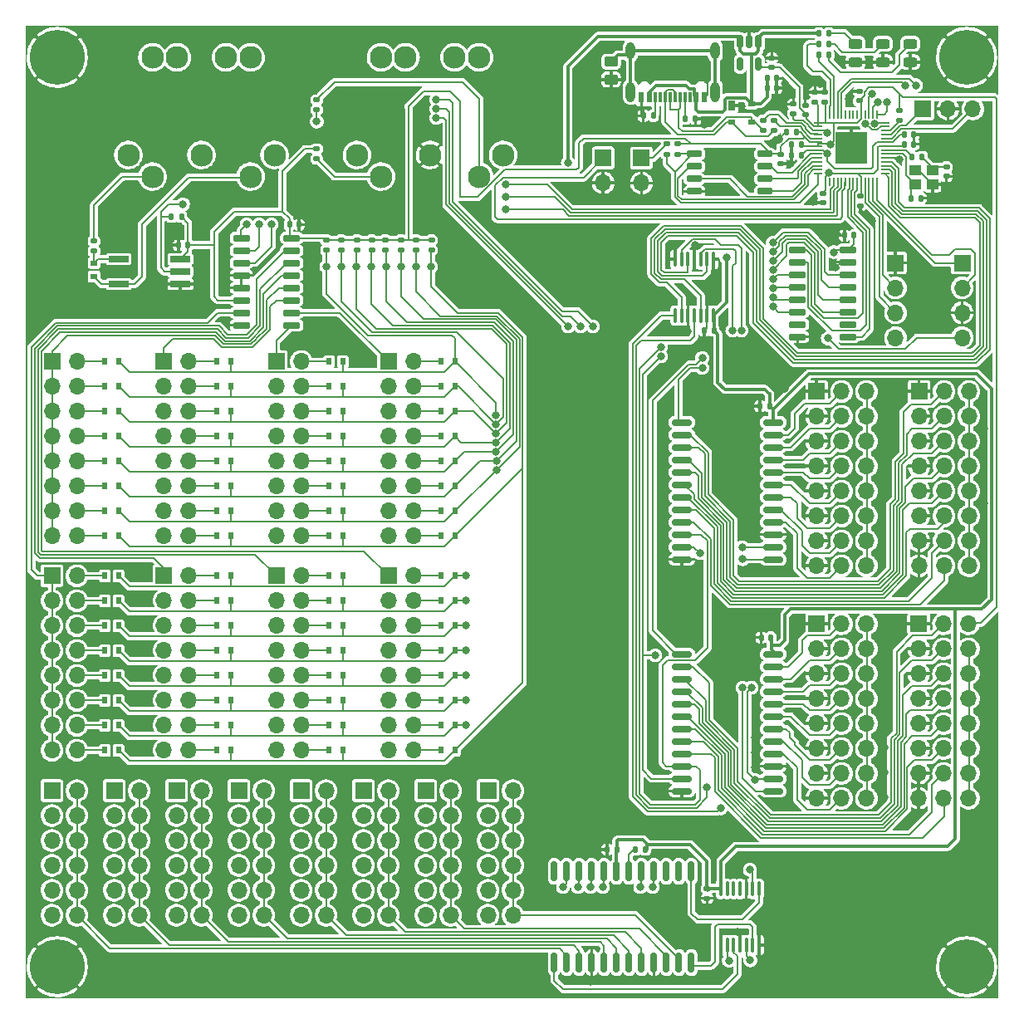
<source format=gtl>
G04 #@! TF.GenerationSoftware,KiCad,Pcbnew,6.0.9*
G04 #@! TF.CreationDate,2022-11-24T22:44:37+01:00*
G04 #@! TF.ProjectId,OpenDeck-r2.2.0,4f70656e-4465-4636-9b2d-72322e322e30,rev?*
G04 #@! TF.SameCoordinates,Original*
G04 #@! TF.FileFunction,Copper,L1,Top*
G04 #@! TF.FilePolarity,Positive*
%FSLAX46Y46*%
G04 Gerber Fmt 4.6, Leading zero omitted, Abs format (unit mm)*
G04 Created by KiCad (PCBNEW 6.0.9) date 2022-11-24 22:44:37*
%MOMM*%
%LPD*%
G01*
G04 APERTURE LIST*
G04 Aperture macros list*
%AMRoundRect*
0 Rectangle with rounded corners*
0 $1 Rounding radius*
0 $2 $3 $4 $5 $6 $7 $8 $9 X,Y pos of 4 corners*
0 Add a 4 corners polygon primitive as box body*
4,1,4,$2,$3,$4,$5,$6,$7,$8,$9,$2,$3,0*
0 Add four circle primitives for the rounded corners*
1,1,$1+$1,$2,$3*
1,1,$1+$1,$4,$5*
1,1,$1+$1,$6,$7*
1,1,$1+$1,$8,$9*
0 Add four rect primitives between the rounded corners*
20,1,$1+$1,$2,$3,$4,$5,0*
20,1,$1+$1,$4,$5,$6,$7,0*
20,1,$1+$1,$6,$7,$8,$9,0*
20,1,$1+$1,$8,$9,$2,$3,0*%
G04 Aperture macros list end*
G04 #@! TA.AperFunction,SMDPad,CuDef*
%ADD10R,0.600000X0.700000*%
G04 #@! TD*
G04 #@! TA.AperFunction,SMDPad,CuDef*
%ADD11RoundRect,0.140000X-0.140000X-0.170000X0.140000X-0.170000X0.140000X0.170000X-0.140000X0.170000X0*%
G04 #@! TD*
G04 #@! TA.AperFunction,SMDPad,CuDef*
%ADD12RoundRect,0.135000X0.185000X-0.135000X0.185000X0.135000X-0.185000X0.135000X-0.185000X-0.135000X0*%
G04 #@! TD*
G04 #@! TA.AperFunction,ComponentPad*
%ADD13R,1.700000X1.700000*%
G04 #@! TD*
G04 #@! TA.AperFunction,ComponentPad*
%ADD14O,1.700000X1.700000*%
G04 #@! TD*
G04 #@! TA.AperFunction,SMDPad,CuDef*
%ADD15R,0.600000X1.140000*%
G04 #@! TD*
G04 #@! TA.AperFunction,SMDPad,CuDef*
%ADD16R,0.300000X1.140000*%
G04 #@! TD*
G04 #@! TA.AperFunction,ComponentPad*
%ADD17O,0.950000X2.050000*%
G04 #@! TD*
G04 #@! TA.AperFunction,ComponentPad*
%ADD18O,0.950000X1.750000*%
G04 #@! TD*
G04 #@! TA.AperFunction,SMDPad,CuDef*
%ADD19RoundRect,0.135000X-0.135000X-0.185000X0.135000X-0.185000X0.135000X0.185000X-0.135000X0.185000X0*%
G04 #@! TD*
G04 #@! TA.AperFunction,SMDPad,CuDef*
%ADD20RoundRect,0.150000X-0.875000X-0.150000X0.875000X-0.150000X0.875000X0.150000X-0.875000X0.150000X0*%
G04 #@! TD*
G04 #@! TA.AperFunction,SMDPad,CuDef*
%ADD21RoundRect,0.140000X-0.170000X0.140000X-0.170000X-0.140000X0.170000X-0.140000X0.170000X0.140000X0*%
G04 #@! TD*
G04 #@! TA.AperFunction,SMDPad,CuDef*
%ADD22RoundRect,0.140000X0.140000X0.170000X-0.140000X0.170000X-0.140000X-0.170000X0.140000X-0.170000X0*%
G04 #@! TD*
G04 #@! TA.AperFunction,SMDPad,CuDef*
%ADD23RoundRect,0.150000X0.150000X-0.875000X0.150000X0.875000X-0.150000X0.875000X-0.150000X-0.875000X0*%
G04 #@! TD*
G04 #@! TA.AperFunction,ComponentPad*
%ADD24C,5.600000*%
G04 #@! TD*
G04 #@! TA.AperFunction,SMDPad,CuDef*
%ADD25RoundRect,0.135000X-0.185000X0.135000X-0.185000X-0.135000X0.185000X-0.135000X0.185000X0.135000X0*%
G04 #@! TD*
G04 #@! TA.AperFunction,SMDPad,CuDef*
%ADD26RoundRect,0.150000X-0.725000X-0.150000X0.725000X-0.150000X0.725000X0.150000X-0.725000X0.150000X0*%
G04 #@! TD*
G04 #@! TA.AperFunction,SMDPad,CuDef*
%ADD27RoundRect,0.243750X0.456250X-0.243750X0.456250X0.243750X-0.456250X0.243750X-0.456250X-0.243750X0*%
G04 #@! TD*
G04 #@! TA.AperFunction,SMDPad,CuDef*
%ADD28RoundRect,0.150000X-0.150000X0.512500X-0.150000X-0.512500X0.150000X-0.512500X0.150000X0.512500X0*%
G04 #@! TD*
G04 #@! TA.AperFunction,SMDPad,CuDef*
%ADD29R,0.700000X0.600000*%
G04 #@! TD*
G04 #@! TA.AperFunction,SMDPad,CuDef*
%ADD30R,0.700000X1.000000*%
G04 #@! TD*
G04 #@! TA.AperFunction,SMDPad,CuDef*
%ADD31RoundRect,0.140000X0.170000X-0.140000X0.170000X0.140000X-0.170000X0.140000X-0.170000X-0.140000X0*%
G04 #@! TD*
G04 #@! TA.AperFunction,SMDPad,CuDef*
%ADD32RoundRect,0.135000X0.135000X0.185000X-0.135000X0.185000X-0.135000X-0.185000X0.135000X-0.185000X0*%
G04 #@! TD*
G04 #@! TA.AperFunction,SMDPad,CuDef*
%ADD33RoundRect,0.050000X0.050000X-0.387500X0.050000X0.387500X-0.050000X0.387500X-0.050000X-0.387500X0*%
G04 #@! TD*
G04 #@! TA.AperFunction,SMDPad,CuDef*
%ADD34RoundRect,0.050000X0.387500X-0.050000X0.387500X0.050000X-0.387500X0.050000X-0.387500X-0.050000X0*%
G04 #@! TD*
G04 #@! TA.AperFunction,SMDPad,CuDef*
%ADD35R,3.200000X3.200000*%
G04 #@! TD*
G04 #@! TA.AperFunction,SMDPad,CuDef*
%ADD36RoundRect,0.150000X-0.650000X-0.150000X0.650000X-0.150000X0.650000X0.150000X-0.650000X0.150000X0*%
G04 #@! TD*
G04 #@! TA.AperFunction,SMDPad,CuDef*
%ADD37RoundRect,0.250000X0.450000X-0.262500X0.450000X0.262500X-0.450000X0.262500X-0.450000X-0.262500X0*%
G04 #@! TD*
G04 #@! TA.AperFunction,SMDPad,CuDef*
%ADD38R,1.150000X1.000000*%
G04 #@! TD*
G04 #@! TA.AperFunction,ComponentPad*
%ADD39C,2.300000*%
G04 #@! TD*
G04 #@! TA.AperFunction,SMDPad,CuDef*
%ADD40RoundRect,0.100000X-0.100000X0.637500X-0.100000X-0.637500X0.100000X-0.637500X0.100000X0.637500X0*%
G04 #@! TD*
G04 #@! TA.AperFunction,SMDPad,CuDef*
%ADD41RoundRect,0.100000X0.100000X-0.637500X0.100000X0.637500X-0.100000X0.637500X-0.100000X-0.637500X0*%
G04 #@! TD*
G04 #@! TA.AperFunction,SMDPad,CuDef*
%ADD42R,2.000000X0.640000*%
G04 #@! TD*
G04 #@! TA.AperFunction,ViaPad*
%ADD43C,0.800000*%
G04 #@! TD*
G04 #@! TA.AperFunction,Conductor*
%ADD44C,0.203200*%
G04 #@! TD*
G04 #@! TA.AperFunction,Conductor*
%ADD45C,0.305000*%
G04 #@! TD*
G04 APERTURE END LIST*
D10*
X141286000Y-126746000D03*
X142686000Y-126746000D03*
X106996000Y-121666000D03*
X108396000Y-121666000D03*
X118426000Y-92202000D03*
X119826000Y-92202000D03*
X141286000Y-97282000D03*
X142686000Y-97282000D03*
D11*
X158220000Y-139400000D03*
X159180000Y-139400000D03*
D12*
X135600000Y-78310000D03*
X135600000Y-77290000D03*
D10*
X106996000Y-97282000D03*
X108396000Y-97282000D03*
X129856000Y-126746000D03*
X131256000Y-126746000D03*
D13*
X127000000Y-133400000D03*
D14*
X129540000Y-133400000D03*
X127000000Y-135940000D03*
X129540000Y-135940000D03*
X127000000Y-138480000D03*
X129540000Y-138480000D03*
X127000000Y-141020000D03*
X129540000Y-141020000D03*
X127000000Y-143560000D03*
X129540000Y-143560000D03*
X127000000Y-146100000D03*
X129540000Y-146100000D03*
D15*
X168100000Y-62750000D03*
X167300000Y-62750000D03*
D16*
X166150000Y-62750000D03*
X165150000Y-62750000D03*
X164650000Y-62750000D03*
X163650000Y-62750000D03*
D15*
X161700000Y-62750000D03*
X162500000Y-62750000D03*
D16*
X163150000Y-62750000D03*
X164150000Y-62750000D03*
X165650000Y-62750000D03*
X166650000Y-62750000D03*
D17*
X169225000Y-62170000D03*
X160575000Y-62170000D03*
D18*
X169225000Y-58000000D03*
X160575000Y-58000000D03*
D10*
X129856000Y-97282000D03*
X131256000Y-97282000D03*
D19*
X179790000Y-56200000D03*
X180810000Y-56200000D03*
D10*
X141286000Y-121666000D03*
X142686000Y-121666000D03*
D13*
X146050000Y-133400000D03*
D14*
X148590000Y-133400000D03*
X146050000Y-135940000D03*
X148590000Y-135940000D03*
X146050000Y-138480000D03*
X148590000Y-138480000D03*
X146050000Y-141020000D03*
X148590000Y-141020000D03*
X146050000Y-143560000D03*
X148590000Y-143560000D03*
X146050000Y-146100000D03*
X148590000Y-146100000D03*
D20*
X165822100Y-119481600D03*
X165822100Y-120751600D03*
X165822100Y-122021600D03*
X165822100Y-123291600D03*
X165822100Y-124561600D03*
X165822100Y-125831600D03*
X165822100Y-127101600D03*
X165822100Y-128371600D03*
X165822100Y-129641600D03*
X165822100Y-130911600D03*
X165822100Y-132181600D03*
X165822100Y-133451600D03*
X175122100Y-133451600D03*
X175122100Y-132181600D03*
X175122100Y-130911600D03*
X175122100Y-129641600D03*
X175122100Y-128371600D03*
X175122100Y-127101600D03*
X175122100Y-125831600D03*
X175122100Y-124561600D03*
X175122100Y-123291600D03*
X175122100Y-122021600D03*
X175122100Y-120751600D03*
X175122100Y-119481600D03*
D10*
X106996000Y-102362000D03*
X108396000Y-102362000D03*
D21*
X184000000Y-72820000D03*
X184000000Y-73780000D03*
D10*
X118426000Y-104902000D03*
X119826000Y-104902000D03*
D22*
X189480000Y-66500000D03*
X188520000Y-66500000D03*
D23*
X152819100Y-150928600D03*
X154089100Y-150928600D03*
X155359100Y-150928600D03*
X156629100Y-150928600D03*
X157899100Y-150928600D03*
X159169100Y-150928600D03*
X160439100Y-150928600D03*
X161709100Y-150928600D03*
X162979100Y-150928600D03*
X164249100Y-150928600D03*
X165519100Y-150928600D03*
X166789100Y-150928600D03*
X166789100Y-141628600D03*
X165519100Y-141628600D03*
X164249100Y-141628600D03*
X162979100Y-141628600D03*
X161709100Y-141628600D03*
X160439100Y-141628600D03*
X159169100Y-141628600D03*
X157899100Y-141628600D03*
X156629100Y-141628600D03*
X155359100Y-141628600D03*
X154089100Y-141628600D03*
X152819100Y-141628600D03*
D24*
X102146100Y-58648600D03*
D10*
X129856000Y-124206000D03*
X131256000Y-124206000D03*
X106996000Y-126746000D03*
X108396000Y-126746000D03*
X106996000Y-114046000D03*
X108396000Y-114046000D03*
D25*
X128600000Y-62990000D03*
X128600000Y-64010000D03*
D10*
X129856000Y-102362000D03*
X131256000Y-102362000D03*
X141286000Y-116586000D03*
X142686000Y-116586000D03*
X129856000Y-114046000D03*
X131256000Y-114046000D03*
D22*
X126780000Y-75700000D03*
X125820000Y-75700000D03*
D26*
X120907100Y-77063600D03*
X120907100Y-78333600D03*
X120907100Y-79603600D03*
X120907100Y-80873600D03*
X120907100Y-82143600D03*
X120907100Y-83413600D03*
X120907100Y-84683600D03*
X120907100Y-85953600D03*
X126057100Y-85953600D03*
X126057100Y-84683600D03*
X126057100Y-83413600D03*
X126057100Y-82143600D03*
X126057100Y-80873600D03*
X126057100Y-79603600D03*
X126057100Y-78333600D03*
X126057100Y-77063600D03*
D27*
X189100000Y-59137500D03*
X189100000Y-57262500D03*
D28*
X173650000Y-57062500D03*
X172700000Y-57062500D03*
X171750000Y-57062500D03*
X171750000Y-59337500D03*
X173650000Y-59337500D03*
D29*
X105900000Y-79600000D03*
X105900000Y-81000000D03*
D13*
X113025000Y-111506000D03*
D14*
X115565000Y-111506000D03*
X113025000Y-114046000D03*
X115565000Y-114046000D03*
X113025000Y-116586000D03*
X115565000Y-116586000D03*
X113025000Y-119126000D03*
X115565000Y-119126000D03*
X113025000Y-121666000D03*
X115565000Y-121666000D03*
X113025000Y-124206000D03*
X115565000Y-124206000D03*
X113025000Y-126746000D03*
X115565000Y-126746000D03*
X113025000Y-129286000D03*
X115565000Y-129286000D03*
D11*
X177020000Y-68600000D03*
X177980000Y-68600000D03*
D10*
X141286000Y-89662000D03*
X142686000Y-89662000D03*
D11*
X173920000Y-117800000D03*
X174880000Y-117800000D03*
D12*
X175200000Y-66110000D03*
X175200000Y-65090000D03*
D30*
X170900000Y-63550000D03*
D29*
X170900000Y-65250000D03*
X172900000Y-65250000D03*
X172900000Y-63350000D03*
D10*
X106996000Y-129286000D03*
X108396000Y-129286000D03*
D13*
X187600000Y-79600000D03*
D14*
X187600000Y-82140000D03*
X187600000Y-84680000D03*
X187600000Y-87220000D03*
D10*
X118426000Y-121666000D03*
X119826000Y-121666000D03*
D13*
X157800000Y-68900000D03*
D14*
X157800000Y-71440000D03*
D10*
X118426000Y-97282000D03*
X119826000Y-97282000D03*
X118426000Y-99822000D03*
X119826000Y-99822000D03*
X129856000Y-89662000D03*
X131256000Y-89662000D03*
D13*
X120650000Y-133400000D03*
D14*
X123190000Y-133400000D03*
X120650000Y-135940000D03*
X123190000Y-135940000D03*
X120650000Y-138480000D03*
X123190000Y-138480000D03*
X120650000Y-141020000D03*
X123190000Y-141020000D03*
X120650000Y-143560000D03*
X123190000Y-143560000D03*
X120650000Y-146100000D03*
X123190000Y-146100000D03*
D31*
X179400000Y-63180000D03*
X179400000Y-62220000D03*
D13*
X161700000Y-68925000D03*
D14*
X161700000Y-71465000D03*
D13*
X179555000Y-92700000D03*
D14*
X179555000Y-95240000D03*
X179555000Y-97780000D03*
X179555000Y-100320000D03*
X179555000Y-102860000D03*
X179555000Y-105400000D03*
X179555000Y-107940000D03*
X179555000Y-110480000D03*
X182095000Y-92700000D03*
X182095000Y-95240000D03*
X182095000Y-97780000D03*
X182095000Y-100320000D03*
X182095000Y-102860000D03*
X182095000Y-105400000D03*
X182095000Y-107940000D03*
X182095000Y-110480000D03*
X184635000Y-92700000D03*
X184635000Y-95240000D03*
X184635000Y-97780000D03*
X184635000Y-100320000D03*
X184635000Y-102860000D03*
X184635000Y-105400000D03*
X184635000Y-107940000D03*
X184635000Y-110480000D03*
D10*
X141286000Y-107442000D03*
X142686000Y-107442000D03*
X141286000Y-104902000D03*
X142686000Y-104902000D03*
X141286000Y-114046000D03*
X142686000Y-114046000D03*
D24*
X194856100Y-151358600D03*
D11*
X189220000Y-73000000D03*
X190180000Y-73000000D03*
D13*
X139700000Y-133400000D03*
D14*
X142240000Y-133400000D03*
X139700000Y-135940000D03*
X142240000Y-135940000D03*
X139700000Y-138480000D03*
X142240000Y-138480000D03*
X139700000Y-141020000D03*
X142240000Y-141020000D03*
X139700000Y-143560000D03*
X142240000Y-143560000D03*
X139700000Y-146100000D03*
X142240000Y-146100000D03*
D10*
X129856000Y-119126000D03*
X131256000Y-119126000D03*
D12*
X137200000Y-78310000D03*
X137200000Y-77290000D03*
D10*
X141286000Y-119126000D03*
X142686000Y-119126000D03*
D24*
X194856100Y-58648600D03*
D10*
X118426000Y-114046000D03*
X119826000Y-114046000D03*
D13*
X101600000Y-89662000D03*
D14*
X104140000Y-89662000D03*
X101600000Y-92202000D03*
X104140000Y-92202000D03*
X101600000Y-94742000D03*
X104140000Y-94742000D03*
X101600000Y-97282000D03*
X104140000Y-97282000D03*
X101600000Y-99822000D03*
X104140000Y-99822000D03*
X101600000Y-102362000D03*
X104140000Y-102362000D03*
X101600000Y-104902000D03*
X104140000Y-104902000D03*
X101600000Y-107442000D03*
X104140000Y-107442000D03*
D13*
X190000000Y-92700000D03*
D14*
X190000000Y-95240000D03*
X190000000Y-97780000D03*
X190000000Y-100320000D03*
X190000000Y-102860000D03*
X190000000Y-105400000D03*
X190000000Y-107940000D03*
X190000000Y-110480000D03*
X192540000Y-92700000D03*
X192540000Y-95240000D03*
X192540000Y-97780000D03*
X192540000Y-100320000D03*
X192540000Y-102860000D03*
X192540000Y-105400000D03*
X192540000Y-107940000D03*
X192540000Y-110480000D03*
X195080000Y-92700000D03*
X195080000Y-95240000D03*
X195080000Y-97780000D03*
X195080000Y-100320000D03*
X195080000Y-102860000D03*
X195080000Y-105400000D03*
X195080000Y-107940000D03*
X195080000Y-110480000D03*
D10*
X106996000Y-111506000D03*
X108396000Y-111506000D03*
D22*
X177980000Y-67500000D03*
X177020000Y-67500000D03*
D10*
X106996000Y-99822000D03*
X108396000Y-99822000D03*
X129856000Y-104902000D03*
X131256000Y-104902000D03*
D11*
X182400000Y-76800000D03*
X183360000Y-76800000D03*
D20*
X165822100Y-95859600D03*
X165822100Y-97129600D03*
X165822100Y-98399600D03*
X165822100Y-99669600D03*
X165822100Y-100939600D03*
X165822100Y-102209600D03*
X165822100Y-103479600D03*
X165822100Y-104749600D03*
X165822100Y-106019600D03*
X165822100Y-107289600D03*
X165822100Y-108559600D03*
X165822100Y-109829600D03*
X175122100Y-109829600D03*
X175122100Y-108559600D03*
X175122100Y-107289600D03*
X175122100Y-106019600D03*
X175122100Y-104749600D03*
X175122100Y-103479600D03*
X175122100Y-102209600D03*
X175122100Y-100939600D03*
X175122100Y-99669600D03*
X175122100Y-98399600D03*
X175122100Y-97129600D03*
X175122100Y-95859600D03*
D31*
X168400000Y-144380000D03*
X168400000Y-143420000D03*
D10*
X141286000Y-92202000D03*
X142686000Y-92202000D03*
D11*
X173802100Y-94208600D03*
X174762100Y-94208600D03*
D10*
X129856000Y-121666000D03*
X131256000Y-121666000D03*
D12*
X140300000Y-78310000D03*
X140300000Y-77290000D03*
D22*
X177480000Y-66300000D03*
X176520000Y-66300000D03*
D21*
X175900000Y-68520000D03*
X175900000Y-69480000D03*
D10*
X118426000Y-116586000D03*
X119826000Y-116586000D03*
X129856000Y-92202000D03*
X131256000Y-92202000D03*
X141286000Y-99822000D03*
X142686000Y-99822000D03*
D27*
X183500000Y-59137500D03*
X183500000Y-57262500D03*
D10*
X106996000Y-94742000D03*
X108396000Y-94742000D03*
D21*
X180200000Y-72520000D03*
X180200000Y-73480000D03*
D12*
X132700000Y-78310000D03*
X132700000Y-77290000D03*
D13*
X179555000Y-116400000D03*
D14*
X179555000Y-118940000D03*
X179555000Y-121480000D03*
X179555000Y-124020000D03*
X179555000Y-126560000D03*
X179555000Y-129100000D03*
X179555000Y-131640000D03*
X179555000Y-134180000D03*
X182095000Y-116400000D03*
X182095000Y-118940000D03*
X182095000Y-121480000D03*
X182095000Y-124020000D03*
X182095000Y-126560000D03*
X182095000Y-129100000D03*
X182095000Y-131640000D03*
X182095000Y-134180000D03*
X184635000Y-116400000D03*
X184635000Y-118940000D03*
X184635000Y-121480000D03*
X184635000Y-124020000D03*
X184635000Y-126560000D03*
X184635000Y-129100000D03*
X184635000Y-131640000D03*
X184635000Y-134180000D03*
D10*
X106996000Y-119126000D03*
X108396000Y-119126000D03*
D13*
X189960000Y-116400000D03*
D14*
X189960000Y-118940000D03*
X189960000Y-121480000D03*
X189960000Y-124020000D03*
X189960000Y-126560000D03*
X189960000Y-129100000D03*
X189960000Y-131640000D03*
X189960000Y-134180000D03*
X192500000Y-116400000D03*
X192500000Y-118940000D03*
X192500000Y-121480000D03*
X192500000Y-124020000D03*
X192500000Y-126560000D03*
X192500000Y-129100000D03*
X192500000Y-131640000D03*
X192500000Y-134180000D03*
X195040000Y-116400000D03*
X195040000Y-118940000D03*
X195040000Y-121480000D03*
X195040000Y-124020000D03*
X195040000Y-126560000D03*
X195040000Y-129100000D03*
X195040000Y-131640000D03*
X195040000Y-134180000D03*
D31*
X183900000Y-63080000D03*
X183900000Y-62120000D03*
D13*
X107950000Y-133400000D03*
D14*
X110490000Y-133400000D03*
X107950000Y-135940000D03*
X110490000Y-135940000D03*
X107950000Y-138480000D03*
X110490000Y-138480000D03*
X107950000Y-141020000D03*
X110490000Y-141020000D03*
X107950000Y-143560000D03*
X110490000Y-143560000D03*
X107950000Y-146100000D03*
X110490000Y-146100000D03*
D12*
X131100000Y-78310000D03*
X131100000Y-77290000D03*
D10*
X118426000Y-89662000D03*
X119826000Y-89662000D03*
D32*
X162910000Y-64600000D03*
X161890000Y-64600000D03*
D31*
X178400000Y-64480000D03*
X178400000Y-63520000D03*
D33*
X180500000Y-71337500D03*
X180900000Y-71337500D03*
X181300000Y-71337500D03*
X181700000Y-71337500D03*
X182100000Y-71337500D03*
X182500000Y-71337500D03*
X182900000Y-71337500D03*
X183300000Y-71337500D03*
X183700000Y-71337500D03*
X184100000Y-71337500D03*
X184500000Y-71337500D03*
X184900000Y-71337500D03*
X185300000Y-71337500D03*
X185700000Y-71337500D03*
D34*
X186537500Y-70500000D03*
X186537500Y-70100000D03*
X186537500Y-69700000D03*
X186537500Y-69300000D03*
X186537500Y-68900000D03*
X186537500Y-68500000D03*
X186537500Y-68100000D03*
X186537500Y-67700000D03*
X186537500Y-67300000D03*
X186537500Y-66900000D03*
X186537500Y-66500000D03*
X186537500Y-66100000D03*
X186537500Y-65700000D03*
X186537500Y-65300000D03*
D33*
X185700000Y-64462500D03*
X185300000Y-64462500D03*
X184900000Y-64462500D03*
X184500000Y-64462500D03*
X184100000Y-64462500D03*
X183700000Y-64462500D03*
X183300000Y-64462500D03*
X182900000Y-64462500D03*
X182500000Y-64462500D03*
X182100000Y-64462500D03*
X181700000Y-64462500D03*
X181300000Y-64462500D03*
X180900000Y-64462500D03*
X180500000Y-64462500D03*
D34*
X179662500Y-65300000D03*
X179662500Y-65700000D03*
X179662500Y-66100000D03*
X179662500Y-66500000D03*
X179662500Y-66900000D03*
X179662500Y-67300000D03*
X179662500Y-67700000D03*
X179662500Y-68100000D03*
X179662500Y-68500000D03*
X179662500Y-68900000D03*
X179662500Y-69300000D03*
X179662500Y-69700000D03*
X179662500Y-70100000D03*
X179662500Y-70500000D03*
D35*
X183100000Y-67900000D03*
D13*
X114300000Y-133400000D03*
D14*
X116840000Y-133400000D03*
X114300000Y-135940000D03*
X116840000Y-135940000D03*
X114300000Y-138480000D03*
X116840000Y-138480000D03*
X114300000Y-141020000D03*
X116840000Y-141020000D03*
X114300000Y-143560000D03*
X116840000Y-143560000D03*
X114300000Y-146100000D03*
X116840000Y-146100000D03*
D10*
X129856000Y-107442000D03*
X131256000Y-107442000D03*
D19*
X179790000Y-58400000D03*
X180810000Y-58400000D03*
D10*
X118426000Y-111506000D03*
X119826000Y-111506000D03*
X118426000Y-129286000D03*
X119826000Y-129286000D03*
X106996000Y-92202000D03*
X108396000Y-92202000D03*
D19*
X166190000Y-64900000D03*
X167210000Y-64900000D03*
D10*
X141286000Y-102362000D03*
X142686000Y-102362000D03*
X129856000Y-99822000D03*
X131256000Y-99822000D03*
D13*
X113025000Y-89662000D03*
D14*
X115565000Y-89662000D03*
X113025000Y-92202000D03*
X115565000Y-92202000D03*
X113025000Y-94742000D03*
X115565000Y-94742000D03*
X113025000Y-97282000D03*
X115565000Y-97282000D03*
X113025000Y-99822000D03*
X115565000Y-99822000D03*
X113025000Y-102362000D03*
X115565000Y-102362000D03*
X113025000Y-104902000D03*
X115565000Y-104902000D03*
X113025000Y-107442000D03*
X115565000Y-107442000D03*
D10*
X141286000Y-124206000D03*
X142686000Y-124206000D03*
D25*
X165400000Y-67490000D03*
X165400000Y-68510000D03*
D10*
X118426000Y-124206000D03*
X119826000Y-124206000D03*
D13*
X124460000Y-111506000D03*
D14*
X127000000Y-111506000D03*
X124460000Y-114046000D03*
X127000000Y-114046000D03*
X124460000Y-116586000D03*
X127000000Y-116586000D03*
X124460000Y-119126000D03*
X127000000Y-119126000D03*
X124460000Y-121666000D03*
X127000000Y-121666000D03*
X124460000Y-124206000D03*
X127000000Y-124206000D03*
X124460000Y-126746000D03*
X127000000Y-126746000D03*
X124460000Y-129286000D03*
X127000000Y-129286000D03*
D25*
X105900000Y-77390000D03*
X105900000Y-78410000D03*
D13*
X101600000Y-133400000D03*
D14*
X104140000Y-133400000D03*
X101600000Y-135940000D03*
X104140000Y-135940000D03*
X101600000Y-138480000D03*
X104140000Y-138480000D03*
X101600000Y-141020000D03*
X104140000Y-141020000D03*
X101600000Y-143560000D03*
X104140000Y-143560000D03*
X101600000Y-146100000D03*
X104140000Y-146100000D03*
D26*
X177625000Y-78255000D03*
X177625000Y-79525000D03*
X177625000Y-80795000D03*
X177625000Y-82065000D03*
X177625000Y-83335000D03*
X177625000Y-84605000D03*
X177625000Y-85875000D03*
X177625000Y-87145000D03*
X182775000Y-87145000D03*
X182775000Y-85875000D03*
X182775000Y-84605000D03*
X182775000Y-83335000D03*
X182775000Y-82065000D03*
X182775000Y-80795000D03*
X182775000Y-79525000D03*
X182775000Y-78255000D03*
D12*
X164300000Y-68510000D03*
X164300000Y-67490000D03*
D19*
X179790000Y-57300000D03*
X180810000Y-57300000D03*
D13*
X101600000Y-111506000D03*
D14*
X104140000Y-111506000D03*
X101600000Y-114046000D03*
X104140000Y-114046000D03*
X101600000Y-116586000D03*
X104140000Y-116586000D03*
X101600000Y-119126000D03*
X104140000Y-119126000D03*
X101600000Y-121666000D03*
X104140000Y-121666000D03*
X101600000Y-124206000D03*
X104140000Y-124206000D03*
X101600000Y-126746000D03*
X104140000Y-126746000D03*
X101600000Y-129286000D03*
X104140000Y-129286000D03*
D10*
X106996000Y-107442000D03*
X108396000Y-107442000D03*
X141286000Y-94742000D03*
X142686000Y-94742000D03*
D36*
X167100000Y-68495000D03*
X167100000Y-69765000D03*
X167100000Y-71035000D03*
X167100000Y-72305000D03*
X174300000Y-72305000D03*
X174300000Y-71035000D03*
X174300000Y-69765000D03*
X174300000Y-68495000D03*
D10*
X129856000Y-111506000D03*
X131256000Y-111506000D03*
X141286000Y-111506000D03*
X142686000Y-111506000D03*
X118426000Y-102362000D03*
X119826000Y-102362000D03*
D37*
X158600000Y-60912500D03*
X158600000Y-59087500D03*
D10*
X118426000Y-94742000D03*
X119826000Y-94742000D03*
D38*
X189625000Y-71600000D03*
X191375000Y-71600000D03*
X191375000Y-70200000D03*
X189625000Y-70200000D03*
D21*
X177200000Y-63420000D03*
X177200000Y-64380000D03*
D24*
X102146100Y-151358600D03*
D39*
X109400000Y-68600000D03*
X116850000Y-68600000D03*
X124300000Y-68600000D03*
X111850000Y-70800000D03*
X121850000Y-70800000D03*
X121850000Y-58650000D03*
X111850000Y-58650000D03*
X114350000Y-58650000D03*
X119350000Y-58650000D03*
D12*
X134200000Y-78310000D03*
X134200000Y-77290000D03*
D10*
X118426000Y-119126000D03*
X119826000Y-119126000D03*
D22*
X175480000Y-60800000D03*
X174520000Y-60800000D03*
D25*
X188000000Y-64090000D03*
X188000000Y-65110000D03*
D10*
X129856000Y-94742000D03*
X131256000Y-94742000D03*
D32*
X190310000Y-68800000D03*
X189290000Y-68800000D03*
D10*
X106996000Y-116586000D03*
X108396000Y-116586000D03*
D12*
X128600000Y-69010000D03*
X128600000Y-67990000D03*
D39*
X132700000Y-68600000D03*
X140150000Y-68600000D03*
X147600000Y-68600000D03*
X135150000Y-70800000D03*
X145150000Y-70800000D03*
X145150000Y-58650000D03*
X135150000Y-58650000D03*
X137650000Y-58650000D03*
X142650000Y-58650000D03*
D10*
X106996000Y-104902000D03*
X108396000Y-104902000D03*
D40*
X169050000Y-79237500D03*
X168400000Y-79237500D03*
X167750000Y-79237500D03*
X167100000Y-79237500D03*
X166450000Y-79237500D03*
X165800000Y-79237500D03*
X165150000Y-79237500D03*
X165150000Y-84962500D03*
X165800000Y-84962500D03*
X166450000Y-84962500D03*
X167100000Y-84962500D03*
X167750000Y-84962500D03*
X168400000Y-84962500D03*
X169050000Y-84962500D03*
D10*
X118426000Y-126746000D03*
X119826000Y-126746000D03*
D11*
X114520000Y-77800000D03*
X115480000Y-77800000D03*
D13*
X124460000Y-89662000D03*
D14*
X127000000Y-89662000D03*
X124460000Y-92202000D03*
X127000000Y-92202000D03*
X124460000Y-94742000D03*
X127000000Y-94742000D03*
X124460000Y-97282000D03*
X127000000Y-97282000D03*
X124460000Y-99822000D03*
X127000000Y-99822000D03*
X124460000Y-102362000D03*
X127000000Y-102362000D03*
X124460000Y-104902000D03*
X127000000Y-104902000D03*
X124460000Y-107442000D03*
X127000000Y-107442000D03*
D22*
X175460000Y-61800000D03*
X174500000Y-61800000D03*
D10*
X106996000Y-89662000D03*
X108396000Y-89662000D03*
D21*
X175000000Y-58720000D03*
X175000000Y-59680000D03*
D11*
X168120000Y-86500000D03*
X169080000Y-86500000D03*
D31*
X180400000Y-63180000D03*
X180400000Y-62220000D03*
D10*
X129856000Y-116586000D03*
X131256000Y-116586000D03*
D11*
X188520000Y-67500000D03*
X189480000Y-67500000D03*
D10*
X106996000Y-124206000D03*
X108396000Y-124206000D03*
D12*
X138700000Y-78310000D03*
X138700000Y-77290000D03*
D13*
X135890000Y-111506000D03*
D14*
X138430000Y-111506000D03*
X135890000Y-114046000D03*
X138430000Y-114046000D03*
X135890000Y-116586000D03*
X138430000Y-116586000D03*
X135890000Y-119126000D03*
X138430000Y-119126000D03*
X135890000Y-121666000D03*
X138430000Y-121666000D03*
X135890000Y-124206000D03*
X138430000Y-124206000D03*
X135890000Y-126746000D03*
X138430000Y-126746000D03*
X135890000Y-129286000D03*
X138430000Y-129286000D03*
D41*
X169792100Y-149141100D03*
X170442100Y-149141100D03*
X171092100Y-149141100D03*
X171742100Y-149141100D03*
X172392100Y-149141100D03*
X173042100Y-149141100D03*
X173692100Y-149141100D03*
X173692100Y-143416100D03*
X173042100Y-143416100D03*
X172392100Y-143416100D03*
X171742100Y-143416100D03*
X171092100Y-143416100D03*
X170442100Y-143416100D03*
X169792100Y-143416100D03*
D32*
X162092100Y-139420600D03*
X161072100Y-139420600D03*
D12*
X129600000Y-78310000D03*
X129600000Y-77290000D03*
D10*
X141286000Y-129286000D03*
X142686000Y-129286000D03*
D32*
X114810000Y-74900000D03*
X113790000Y-74900000D03*
D13*
X133350000Y-133400000D03*
D14*
X135890000Y-133400000D03*
X133350000Y-135940000D03*
X135890000Y-135940000D03*
X133350000Y-138480000D03*
X135890000Y-138480000D03*
X133350000Y-141020000D03*
X135890000Y-141020000D03*
X133350000Y-143560000D03*
X135890000Y-143560000D03*
X133350000Y-146100000D03*
X135890000Y-146100000D03*
D13*
X190400000Y-63900000D03*
D14*
X192940000Y-63900000D03*
X195480000Y-63900000D03*
D10*
X129856000Y-129286000D03*
X131256000Y-129286000D03*
D13*
X194400000Y-79600000D03*
D14*
X194400000Y-82140000D03*
X194400000Y-84680000D03*
X194400000Y-87220000D03*
D27*
X186300000Y-59137500D03*
X186300000Y-57262500D03*
D12*
X174100000Y-66110000D03*
X174100000Y-65090000D03*
D42*
X108394100Y-79222600D03*
X108394100Y-81762600D03*
X114694100Y-81762600D03*
X114694100Y-80492600D03*
X114694100Y-79222600D03*
D31*
X192800000Y-70780000D03*
X192800000Y-69820000D03*
D13*
X135890000Y-89662000D03*
D14*
X138430000Y-89662000D03*
X135890000Y-92202000D03*
X138430000Y-92202000D03*
X135890000Y-94742000D03*
X138430000Y-94742000D03*
X135890000Y-97282000D03*
X138430000Y-97282000D03*
X135890000Y-99822000D03*
X138430000Y-99822000D03*
X135890000Y-102362000D03*
X138430000Y-102362000D03*
X135890000Y-104902000D03*
X138430000Y-104902000D03*
X135890000Y-107442000D03*
X138430000Y-107442000D03*
D10*
X118426000Y-107442000D03*
X119826000Y-107442000D03*
D43*
X175100000Y-84032515D03*
X146868134Y-95130021D03*
X143800000Y-111506000D03*
X129578100Y-79984600D03*
X175100000Y-83106012D03*
X143800000Y-114046000D03*
X131102100Y-79984600D03*
X146868134Y-96056524D03*
X175100000Y-82179509D03*
X143800000Y-116586000D03*
X132626100Y-79984600D03*
X146841244Y-96982636D03*
X175100000Y-81253006D03*
X143800000Y-119126000D03*
X146865011Y-97908833D03*
X134150100Y-79984600D03*
X146885762Y-98835103D03*
X143800000Y-121666000D03*
X135674100Y-79984600D03*
X175100000Y-80326503D03*
X175100000Y-79400000D03*
X137198100Y-79984600D03*
X143800000Y-124206000D03*
X146899860Y-99761498D03*
X138722100Y-79984600D03*
X175100000Y-78473497D03*
X146900000Y-100688000D03*
X143800000Y-126746000D03*
X175100000Y-77546994D03*
X140246100Y-79984600D03*
X153708100Y-143230600D03*
X155232100Y-143230600D03*
X156502100Y-143230600D03*
X157772100Y-143230600D03*
X161582100Y-143230600D03*
X162852100Y-143230600D03*
X172200000Y-91400000D03*
X182000000Y-59100000D03*
X140246100Y-58140600D03*
X197142100Y-135483600D03*
X197142100Y-130276600D03*
X182000000Y-66800000D03*
X147600000Y-61400000D03*
X102400000Y-70100000D03*
X153454100Y-97764600D03*
X190200000Y-84100000D03*
X186800000Y-86000000D03*
X187700000Y-56400000D03*
X131900000Y-64900000D03*
X168100000Y-65541700D03*
X113500000Y-77800000D03*
X181500000Y-80100000D03*
X116878100Y-58140600D03*
X160200000Y-86200000D03*
X179200000Y-73400000D03*
X186200000Y-106654600D03*
X164500000Y-94100000D03*
X196300000Y-72800000D03*
X169600000Y-120400000D03*
X185200000Y-75300000D03*
X188800000Y-147000000D03*
X184200000Y-66800000D03*
X182000000Y-69000000D03*
X182800000Y-62900000D03*
X163000000Y-60200000D03*
X141300000Y-151600000D03*
X169964100Y-151866600D03*
X165150000Y-77750000D03*
X153700000Y-91800000D03*
X164600000Y-114900000D03*
X186474100Y-126466600D03*
X131400000Y-60000000D03*
X176314100Y-92430600D03*
X101130100Y-83540600D03*
X171300000Y-60900000D03*
X176100000Y-63200000D03*
X177000000Y-58300000D03*
X111600000Y-79400000D03*
X184900000Y-56600000D03*
X156100000Y-63500000D03*
X196400000Y-112600000D03*
X116200000Y-84000000D03*
X177700000Y-60100000D03*
X181500000Y-76200000D03*
X119418100Y-68554600D03*
X186474100Y-123926600D03*
X173266100Y-131038600D03*
X196634100Y-104114600D03*
X186474100Y-131546600D03*
X119164100Y-81508600D03*
X196634100Y-96494600D03*
X178600000Y-145100000D03*
X186474100Y-134086600D03*
X188000000Y-69100000D03*
X158986370Y-78780089D03*
X116116100Y-71856600D03*
X171900000Y-63600000D03*
X152600000Y-67600000D03*
X192700000Y-67800000D03*
X128600000Y-57700000D03*
X171500000Y-68800000D03*
X164300000Y-145500000D03*
X166400000Y-86600000D03*
X168121115Y-60542229D03*
X152300000Y-60100000D03*
X169964100Y-145008600D03*
X109700000Y-62200000D03*
X174790100Y-134594600D03*
X176900000Y-69500000D03*
X173520100Y-146278600D03*
X186474100Y-129006600D03*
X173266100Y-127990600D03*
X153454100Y-120878600D03*
X167932100Y-91414600D03*
X176568100Y-110972600D03*
X151000000Y-87600000D03*
X183900000Y-150000000D03*
X173266100Y-129514600D03*
X196888100Y-117576600D03*
X112052100Y-84302600D03*
X168100000Y-87500000D03*
X184200000Y-69000000D03*
X169500000Y-72400000D03*
X128308100Y-75920600D03*
X124400000Y-151800000D03*
X194900000Y-72800000D03*
X171100000Y-97700000D03*
X175044100Y-57600000D03*
X175705866Y-67005866D03*
X171488100Y-147802600D03*
X151600000Y-77500000D03*
X175044100Y-115544600D03*
X156502100Y-152882600D03*
X167200000Y-77800000D03*
X173300000Y-88500000D03*
X159000000Y-90100000D03*
X152900000Y-134500000D03*
X119200000Y-85500000D03*
X128054100Y-78714600D03*
X163868100Y-133578600D03*
X99860100Y-62458600D03*
X193600000Y-72800000D03*
X158400000Y-63000000D03*
X129600000Y-87100000D03*
X168186100Y-149580600D03*
X170100000Y-115500000D03*
X186900000Y-94800000D03*
X153454100Y-109194600D03*
X143200000Y-78800000D03*
X190800000Y-59200000D03*
X179400000Y-86100000D03*
X166154100Y-113258600D03*
X149600000Y-68300000D03*
X156502100Y-139420600D03*
X176060100Y-134594600D03*
X114000000Y-61800000D03*
X170600000Y-124700000D03*
X167900000Y-89300000D03*
X188600000Y-61500000D03*
X167900000Y-90300000D03*
X189700000Y-61500000D03*
X186726503Y-63200000D03*
X154216100Y-86080600D03*
X140800000Y-64800000D03*
X172758100Y-141452600D03*
X155486100Y-86080600D03*
X172800000Y-150700000D03*
X140800000Y-63873497D03*
X185800000Y-63200000D03*
X140800000Y-62946994D03*
X185200000Y-62400000D03*
X170606625Y-150731125D03*
X156756100Y-86080600D03*
X121450100Y-75666600D03*
X147866100Y-71602600D03*
X147866100Y-72872600D03*
X122720100Y-75666600D03*
X123990100Y-75666600D03*
X147866100Y-74142600D03*
X154200000Y-69400000D03*
X170371400Y-79071400D03*
X184569350Y-65426176D03*
X128600000Y-65200000D03*
X185495843Y-65421889D03*
X114965400Y-73634600D03*
X180700000Y-87300000D03*
X181300000Y-78500000D03*
X180786336Y-70377026D03*
X180973498Y-67500000D03*
X180626500Y-66373500D03*
X180626500Y-68500000D03*
X170973497Y-86500000D03*
X163700000Y-88173497D03*
X163700000Y-89100000D03*
X167678100Y-109194600D03*
X163106100Y-119608600D03*
X171900000Y-86500000D03*
X172000000Y-109800000D03*
X168400000Y-133100000D03*
X172000000Y-122910600D03*
X173266100Y-132308600D03*
X172926438Y-122899689D03*
X172000000Y-108600000D03*
X169800000Y-135200000D03*
D44*
X166700000Y-87500000D02*
X167100000Y-87100000D01*
X167100000Y-87100000D02*
X167100000Y-84962500D01*
X161633026Y-87500000D02*
X166700000Y-87500000D01*
X161150300Y-87982726D02*
X161633026Y-87500000D01*
X161150300Y-133867773D02*
X161150300Y-87982726D01*
X162461327Y-135178800D02*
X161150300Y-133867773D01*
X168400000Y-134085674D02*
X167306874Y-135178800D01*
X167306874Y-135178800D02*
X162461327Y-135178800D01*
X168400000Y-133100000D02*
X168400000Y-134085674D01*
X185300000Y-73266974D02*
X185300000Y-71337500D01*
X194400000Y-79600000D02*
X191633026Y-79600000D01*
X191633026Y-79600000D02*
X185300000Y-73266974D01*
X195700000Y-78600000D02*
X195700000Y-80840000D01*
X185700000Y-73200000D02*
X191316513Y-78816513D01*
X195300000Y-78200000D02*
X195700000Y-78600000D01*
X193700000Y-78200000D02*
X195300000Y-78200000D01*
X191316513Y-78816513D02*
X193083487Y-78816513D01*
X193083487Y-78816513D02*
X193700000Y-78200000D01*
X185700000Y-71337500D02*
X185700000Y-73200000D01*
X195700000Y-80840000D02*
X194400000Y-82140000D01*
X131284600Y-112584600D02*
X141607400Y-112584600D01*
X142692000Y-111500000D02*
X142686000Y-111506000D01*
X109474600Y-90740600D02*
X119840600Y-90740600D01*
X131256000Y-90737200D02*
X131259400Y-90740600D01*
X142686000Y-87286000D02*
X142686000Y-89662000D01*
X175672485Y-84605000D02*
X175100000Y-84032515D01*
X177625000Y-84605000D02*
X175672485Y-84605000D01*
X119826000Y-90726000D02*
X119840600Y-90740600D01*
X108396000Y-111506000D02*
X109474600Y-112584600D01*
X131256000Y-112556000D02*
X131284600Y-112584600D01*
X131256000Y-89662000D02*
X131256000Y-90737200D01*
X129578100Y-79984600D02*
X129578100Y-82778600D01*
X146868134Y-95130021D02*
X146868134Y-93844134D01*
X109474600Y-112584600D02*
X119884600Y-112584600D01*
X119826000Y-111506000D02*
X119826000Y-112526000D01*
X133799500Y-87000000D02*
X142400000Y-87000000D01*
X143700000Y-111500000D02*
X142692000Y-111500000D01*
X108396000Y-89662000D02*
X109474600Y-90740600D01*
X142400000Y-87000000D02*
X142686000Y-87286000D01*
X129578100Y-82778600D02*
X133799500Y-87000000D01*
X131259400Y-90740600D02*
X141607400Y-90740600D01*
X119840600Y-90740600D02*
X131259400Y-90740600D01*
X129578100Y-78348600D02*
X129578100Y-79984600D01*
X146868134Y-93844134D02*
X142686000Y-89662000D01*
X141607400Y-112584600D02*
X142686000Y-111506000D01*
X119826000Y-112526000D02*
X119884600Y-112584600D01*
X131256000Y-111506000D02*
X131256000Y-112556000D01*
X141607400Y-90740600D02*
X142686000Y-89662000D01*
X119826000Y-89662000D02*
X119826000Y-90726000D01*
X119884600Y-112584600D02*
X131284600Y-112584600D01*
X119826000Y-114046000D02*
X119826000Y-115075200D01*
X109474600Y-93280600D02*
X119880600Y-93280600D01*
X141607400Y-115124600D02*
X142686000Y-114046000D01*
X147618800Y-95305858D02*
X147618800Y-91421300D01*
X175328988Y-83335000D02*
X175100000Y-83106012D01*
X109474600Y-115124600D02*
X119875400Y-115124600D01*
X147618800Y-91421300D02*
X142867300Y-86669800D01*
X177625000Y-83335000D02*
X175328988Y-83335000D01*
X142686000Y-92202000D02*
X143013610Y-92202000D01*
X131102100Y-78348600D02*
X131102100Y-79984600D01*
X143013610Y-92202000D02*
X146868134Y-96056524D01*
X131256000Y-92202000D02*
X131256000Y-93256000D01*
X141607400Y-93280600D02*
X142686000Y-92202000D01*
X119875400Y-115124600D02*
X131224600Y-115124600D01*
X131280600Y-93280600D02*
X141607400Y-93280600D01*
X142867300Y-86669800D02*
X134231300Y-86669800D01*
X131102100Y-83540600D02*
X131102100Y-79984600D01*
X119826000Y-115075200D02*
X119875400Y-115124600D01*
X131256000Y-115093200D02*
X131224600Y-115124600D01*
X119826000Y-93226000D02*
X119880600Y-93280600D01*
X131256000Y-114046000D02*
X131256000Y-115093200D01*
X131224600Y-115124600D02*
X141607400Y-115124600D01*
X108396000Y-114046000D02*
X109474600Y-115124600D01*
X143800000Y-114046000D02*
X142686000Y-114046000D01*
X108396000Y-92202000D02*
X109474600Y-93280600D01*
X131256000Y-93256000D02*
X131280600Y-93280600D01*
X146868134Y-96056524D02*
X147618800Y-95305858D01*
X119826000Y-92202000D02*
X119826000Y-93226000D01*
X134231300Y-86669800D02*
X131102100Y-83540600D01*
X119880600Y-93280600D02*
X131280600Y-93280600D01*
X131279400Y-95820600D02*
X141607400Y-95820600D01*
X109474600Y-117664600D02*
X119864600Y-117664600D01*
X147949000Y-95874880D02*
X147949000Y-87883870D01*
X134663100Y-86339600D02*
X132626100Y-84302600D01*
X119826000Y-94742000D02*
X119826000Y-95815200D01*
X109474600Y-95820600D02*
X119820600Y-95820600D01*
X131256000Y-94742000D02*
X131256000Y-95797200D01*
X119826000Y-116586000D02*
X119826000Y-117626000D01*
X131256000Y-117644000D02*
X131235400Y-117664600D01*
X147949000Y-87883870D02*
X146404730Y-86339600D01*
X141607400Y-95820600D02*
X142686000Y-94742000D01*
X131256000Y-95797200D02*
X131279400Y-95820600D01*
X108396000Y-116586000D02*
X109474600Y-117664600D01*
X146404730Y-86339600D02*
X134663100Y-86339600D01*
X131256000Y-116586000D02*
X131256000Y-117644000D01*
X143800000Y-116586000D02*
X142686000Y-116586000D01*
X132626100Y-84302600D02*
X132626100Y-79984600D01*
X131235400Y-117664600D02*
X141607400Y-117664600D01*
X119826000Y-95815200D02*
X119820600Y-95820600D01*
X144600608Y-94742000D02*
X142686000Y-94742000D01*
X119864600Y-117664600D02*
X131235400Y-117664600D01*
X141607400Y-117664600D02*
X142686000Y-116586000D01*
X177625000Y-82065000D02*
X175214509Y-82065000D01*
X119820600Y-95820600D02*
X131279400Y-95820600D01*
X119826000Y-117626000D02*
X119864600Y-117664600D01*
X146841244Y-96982636D02*
X144600608Y-94742000D01*
X108396000Y-94742000D02*
X109474600Y-95820600D01*
X175214509Y-82065000D02*
X175100000Y-82179509D01*
X146841244Y-96982636D02*
X147949000Y-95874880D01*
X132626100Y-78348600D02*
X132626100Y-79984600D01*
X141607400Y-98360600D02*
X142686000Y-97282000D01*
X119860600Y-98360600D02*
X131260600Y-98360600D01*
X119826000Y-97282000D02*
X119826000Y-98326000D01*
X134150100Y-79984600D02*
X134150100Y-83794600D01*
X134150100Y-83794600D02*
X136364900Y-86009400D01*
X119804600Y-120204600D02*
X131195400Y-120204600D01*
X143312833Y-97908833D02*
X146865011Y-97908833D01*
X108396000Y-97282000D02*
X109474600Y-98360600D01*
X108396000Y-119126000D02*
X109474600Y-120204600D01*
X119826000Y-119126000D02*
X119826000Y-120183200D01*
X134150100Y-78348600D02*
X134150100Y-79984600D01*
X131195400Y-120204600D02*
X141607400Y-120204600D01*
X175558006Y-80795000D02*
X175100000Y-81253006D01*
X142686000Y-97282000D02*
X143312833Y-97908833D01*
X146541504Y-86009400D02*
X148279200Y-87747096D01*
X141607400Y-120204600D02*
X142686000Y-119126000D01*
X148279200Y-87747096D02*
X148279200Y-96494644D01*
X177625000Y-80795000D02*
X175558006Y-80795000D01*
X131260600Y-98360600D02*
X141607400Y-98360600D01*
X119826000Y-98326000D02*
X119860600Y-98360600D01*
X119826000Y-120183200D02*
X119804600Y-120204600D01*
X136364900Y-86009400D02*
X146541504Y-86009400D01*
X131256000Y-98356000D02*
X131260600Y-98360600D01*
X109474600Y-120204600D02*
X119804600Y-120204600D01*
X109474600Y-98360600D02*
X119860600Y-98360600D01*
X143800000Y-119126000D02*
X142686000Y-119126000D01*
X131256000Y-97282000D02*
X131256000Y-98356000D01*
X131256000Y-119126000D02*
X131256000Y-120144000D01*
X148279200Y-96494644D02*
X146865011Y-97908833D01*
X131256000Y-120144000D02*
X131195400Y-120204600D01*
X131256000Y-121666000D02*
X131256000Y-122656000D01*
X131256000Y-122656000D02*
X131344600Y-122744600D01*
X146678278Y-85679200D02*
X137812700Y-85679200D01*
X141607400Y-100900600D02*
X142686000Y-99822000D01*
X119826000Y-122726000D02*
X119844600Y-122744600D01*
X135674100Y-83540600D02*
X135674100Y-79984600D01*
X176700000Y-77500000D02*
X178300000Y-77500000D01*
X119826000Y-100826000D02*
X119900600Y-100900600D01*
X148609400Y-97111465D02*
X148609400Y-87610322D01*
X180205000Y-84605000D02*
X182775000Y-84605000D01*
X131344600Y-122744600D02*
X141607400Y-122744600D01*
X108396000Y-121666000D02*
X109474600Y-122744600D01*
X131256000Y-99822000D02*
X131256000Y-100845200D01*
X109474600Y-100900600D02*
X119900600Y-100900600D01*
X119900600Y-100900600D02*
X131200600Y-100900600D01*
X143672897Y-98835103D02*
X142686000Y-99822000D01*
X119826000Y-99822000D02*
X119826000Y-100826000D01*
X175100000Y-80326503D02*
X176521400Y-78905103D01*
X131256000Y-100845200D02*
X131200600Y-100900600D01*
X119844600Y-122744600D02*
X131344600Y-122744600D01*
X179389000Y-78589000D02*
X179389000Y-83789000D01*
X135674100Y-78348600D02*
X135674100Y-79984600D01*
X176521400Y-77678600D02*
X176700000Y-77500000D01*
X178300000Y-77500000D02*
X179389000Y-78589000D01*
X146885762Y-98835103D02*
X148609400Y-97111465D01*
X109474600Y-122744600D02*
X119844600Y-122744600D01*
X141607400Y-122744600D02*
X142686000Y-121666000D01*
X108396000Y-99822000D02*
X109474600Y-100900600D01*
X119826000Y-121666000D02*
X119826000Y-122726000D01*
X148609400Y-87610322D02*
X146678278Y-85679200D01*
X176521400Y-78905103D02*
X176521400Y-77678600D01*
X137812700Y-85679200D02*
X135674100Y-83540600D01*
X131200600Y-100900600D02*
X141607400Y-100900600D01*
X146885762Y-98835103D02*
X143672897Y-98835103D01*
X179389000Y-83789000D02*
X180205000Y-84605000D01*
X143800000Y-121666000D02*
X142686000Y-121666000D01*
X119826000Y-125243200D02*
X119784600Y-125284600D01*
X131259400Y-103440600D02*
X141607400Y-103440600D01*
X179719200Y-82819200D02*
X179719200Y-78452226D01*
X109474600Y-125284600D02*
X119784600Y-125284600D01*
X141607400Y-103440600D02*
X142686000Y-102362000D01*
X141607400Y-125284600D02*
X142686000Y-124206000D01*
X131256000Y-103437200D02*
X131259400Y-103440600D01*
X148939600Y-97721758D02*
X148939600Y-87473548D01*
X131256000Y-125244000D02*
X131215400Y-125284600D01*
X182775000Y-83335000D02*
X180235000Y-83335000D01*
X148939600Y-87473548D02*
X146815052Y-85349000D01*
X146899860Y-99761498D02*
X148939600Y-97721758D01*
X108396000Y-124206000D02*
X109474600Y-125284600D01*
X109474600Y-103440600D02*
X119840600Y-103440600D01*
X180235000Y-83335000D02*
X179719200Y-82819200D01*
X119826000Y-103426000D02*
X119840600Y-103440600D01*
X176060400Y-77592226D02*
X176060400Y-78439600D01*
X108396000Y-102362000D02*
X109474600Y-103440600D01*
X119826000Y-102362000D02*
X119826000Y-103426000D01*
X131215400Y-125284600D02*
X141607400Y-125284600D01*
X137198100Y-83032600D02*
X137198100Y-79984600D01*
X146899860Y-99761498D02*
X145286502Y-99761498D01*
X145286502Y-99761498D02*
X142686000Y-102362000D01*
X131256000Y-102362000D02*
X131256000Y-103437200D01*
X119840600Y-103440600D02*
X131259400Y-103440600D01*
X119784600Y-125284600D02*
X131215400Y-125284600D01*
X178416374Y-77149400D02*
X176503226Y-77149400D01*
X119826000Y-124206000D02*
X119826000Y-125243200D01*
X176060400Y-78439600D02*
X175100000Y-79400000D01*
X131256000Y-124206000D02*
X131256000Y-125244000D01*
X146815052Y-85349000D02*
X139514500Y-85349000D01*
X179719200Y-78452226D02*
X178416374Y-77149400D01*
X139514500Y-85349000D02*
X137198100Y-83032600D01*
X143800000Y-124206000D02*
X142686000Y-124206000D01*
X137198100Y-78348600D02*
X137198100Y-79984600D01*
X176503226Y-77149400D02*
X176060400Y-77592226D01*
X109474600Y-105980600D02*
X119819400Y-105980600D01*
X178553148Y-76819200D02*
X180049400Y-78315452D01*
X141607400Y-105980600D02*
X142686000Y-104902000D01*
X131256000Y-104902000D02*
X131256000Y-105944000D01*
X180049400Y-78315452D02*
X180049400Y-81349400D01*
X119875400Y-127824600D02*
X131224600Y-127824600D01*
X141607400Y-127824600D02*
X142686000Y-126746000D01*
X141216300Y-85018800D02*
X146951826Y-85018800D01*
X138722100Y-78348600D02*
X138722100Y-79984600D01*
X119826000Y-105974000D02*
X119819400Y-105980600D01*
X108396000Y-104902000D02*
X109474600Y-105980600D01*
X176366453Y-76819200D02*
X178553148Y-76819200D01*
X175100000Y-78473497D02*
X175730200Y-77843297D01*
X131256000Y-127793200D02*
X131224600Y-127824600D01*
X146900000Y-100688000D02*
X142686000Y-104902000D01*
X149269800Y-87336774D02*
X149269800Y-98318200D01*
X131256000Y-126746000D02*
X131256000Y-127793200D01*
X146951826Y-85018800D02*
X149269800Y-87336774D01*
X131219400Y-105980600D02*
X141607400Y-105980600D01*
X180049400Y-81349400D02*
X180765000Y-82065000D01*
X119826000Y-127775200D02*
X119875400Y-127824600D01*
X119826000Y-104902000D02*
X119826000Y-105974000D01*
X149269800Y-98318200D02*
X146900000Y-100688000D01*
X131224600Y-127824600D02*
X141607400Y-127824600D01*
X119819400Y-105980600D02*
X131219400Y-105980600D01*
X138722100Y-79984600D02*
X138722100Y-82524600D01*
X131256000Y-105944000D02*
X131219400Y-105980600D01*
X119826000Y-126746000D02*
X119826000Y-127775200D01*
X109474600Y-127824600D02*
X119875400Y-127824600D01*
X143800000Y-126746000D02*
X142686000Y-126746000D01*
X175730200Y-77455452D02*
X176366453Y-76819200D01*
X175730200Y-77843297D02*
X175730200Y-77455452D01*
X180765000Y-82065000D02*
X182775000Y-82065000D01*
X138722100Y-82524600D02*
X141216300Y-85018800D01*
X108396000Y-126746000D02*
X109474600Y-127824600D01*
X131256000Y-130356000D02*
X131264600Y-130364600D01*
X131256000Y-129286000D02*
X131256000Y-130356000D01*
X119779400Y-108520600D02*
X131320600Y-108520600D01*
X142918100Y-84688600D02*
X147088600Y-84688600D01*
X131256000Y-107442000D02*
X131256000Y-108456000D01*
X119826000Y-107442000D02*
X119826000Y-108474000D01*
X178689922Y-76489000D02*
X180379600Y-78178678D01*
X140246100Y-78348600D02*
X140246100Y-79984600D01*
X140246100Y-79984600D02*
X140246100Y-82016600D01*
X149600000Y-100528000D02*
X149600000Y-122372000D01*
X119864600Y-130364600D02*
X131264600Y-130364600D01*
X140246100Y-82016600D02*
X142918100Y-84688600D01*
X109474600Y-108520600D02*
X119779400Y-108520600D01*
X149600000Y-122372000D02*
X142686000Y-129286000D01*
X141607400Y-108520600D02*
X142686000Y-107442000D01*
X180379600Y-78178678D02*
X180379600Y-80479600D01*
X108396000Y-107442000D02*
X109474600Y-108520600D01*
X175100000Y-77546994D02*
X176157994Y-76489000D01*
X176157994Y-76489000D02*
X178689922Y-76489000D01*
X109474600Y-130364600D02*
X119864600Y-130364600D01*
X180379600Y-80479600D02*
X180695000Y-80795000D01*
X131264600Y-130364600D02*
X141607400Y-130364600D01*
X180695000Y-80795000D02*
X182775000Y-80795000D01*
X108396000Y-129286000D02*
X109474600Y-130364600D01*
X119826000Y-129286000D02*
X119826000Y-130326000D01*
X131320600Y-108520600D02*
X141607400Y-108520600D01*
X119826000Y-130326000D02*
X119864600Y-130364600D01*
X131256000Y-108456000D02*
X131320600Y-108520600D01*
X147088600Y-84688600D02*
X149600000Y-87200000D01*
X119826000Y-108474000D02*
X119779400Y-108520600D01*
X149600000Y-87200000D02*
X149600000Y-100528000D01*
X141607400Y-130364600D02*
X142686000Y-129286000D01*
X148100000Y-102028000D02*
X142686000Y-107442000D01*
X149600000Y-100528000D02*
X148100000Y-102028000D01*
X108394100Y-81762600D02*
X110020100Y-81762600D01*
X115558700Y-70890000D02*
X111798100Y-74650600D01*
X110782100Y-75666600D02*
X111798100Y-74650600D01*
X110782100Y-81000600D02*
X110782100Y-75666600D01*
X121865300Y-70890000D02*
X115558700Y-70890000D01*
X110020100Y-81762600D02*
X110782100Y-81000600D01*
X108394100Y-81762600D02*
X106662600Y-81762600D01*
X106662600Y-81762600D02*
X105900000Y-81000000D01*
X101600000Y-89662000D02*
X101600000Y-88608800D01*
X101600000Y-92202000D02*
X101600000Y-89662000D01*
X101600000Y-107442000D02*
X101600000Y-104902000D01*
X123490600Y-86293808D02*
X122400000Y-87384409D01*
X126057100Y-82143600D02*
X124756400Y-82143600D01*
X101600000Y-97282000D02*
X101600000Y-94742000D01*
X119089681Y-87890600D02*
X121893808Y-87890600D01*
X123490600Y-83409400D02*
X123490600Y-86293808D01*
X118219879Y-87020800D02*
X119089681Y-87890600D01*
X101600000Y-94742000D02*
X101600000Y-92202000D01*
X101600000Y-99822000D02*
X101600000Y-97282000D01*
X103188000Y-87020800D02*
X103600000Y-87020800D01*
X101600000Y-102362000D02*
X101600000Y-99822000D01*
X124756400Y-82143600D02*
X123490600Y-83409400D01*
X121893808Y-87890600D02*
X122392204Y-87392204D01*
X103600000Y-87020800D02*
X118219879Y-87020800D01*
X101600000Y-88608800D02*
X103188000Y-87020800D01*
X101600000Y-104902000D02*
X101600000Y-102362000D01*
X118952908Y-88220800D02*
X118083106Y-87351000D01*
X122030582Y-88220800D02*
X118952908Y-88220800D01*
X113025000Y-88275000D02*
X113025000Y-89662000D01*
X123820800Y-86430582D02*
X122030582Y-88220800D01*
X113949000Y-87351000D02*
X113025000Y-88275000D01*
X124486400Y-83413600D02*
X123820800Y-84079200D01*
X123820800Y-84079200D02*
X123820800Y-86430582D01*
X126057100Y-83413600D02*
X124486400Y-83413600D01*
X118083106Y-87351000D02*
X113949000Y-87351000D01*
X124460000Y-89662000D02*
X124460000Y-87550700D01*
X124460000Y-87550700D02*
X126057100Y-85953600D01*
X135890000Y-89662000D02*
X130911600Y-84683600D01*
X130911600Y-84683600D02*
X126057100Y-84683600D01*
X101600000Y-114046000D02*
X101600000Y-116586000D01*
X118516400Y-84683600D02*
X120907100Y-84683600D01*
X99509400Y-88190602D02*
X102000000Y-85700000D01*
X101600000Y-119126000D02*
X101600000Y-121666000D01*
X101600000Y-111506000D02*
X101600000Y-114046000D01*
X101600000Y-126746000D02*
X101600000Y-129286000D01*
X100106000Y-111506000D02*
X99509400Y-110909400D01*
X101600000Y-124206000D02*
X101600000Y-126746000D01*
X101600000Y-116586000D02*
X101600000Y-119126000D01*
X117500000Y-85700000D02*
X118516400Y-84683600D01*
X101600000Y-121666000D02*
X101600000Y-124206000D01*
X99509400Y-110909400D02*
X99509400Y-88190602D01*
X102000000Y-85700000D02*
X117500000Y-85700000D01*
X101600000Y-111506000D02*
X100106000Y-111506000D01*
X121483487Y-86900000D02*
X122500000Y-85883486D01*
X113025000Y-110725000D02*
X112000000Y-109700000D01*
X102136774Y-86030200D02*
X118630200Y-86030200D01*
X99839600Y-88327375D02*
X102136774Y-86030200D01*
X99839600Y-109206572D02*
X99839600Y-88327375D01*
X119500000Y-86900000D02*
X121483487Y-86900000D01*
X118630200Y-86030200D02*
X119500000Y-86900000D01*
X122500000Y-81220700D02*
X125387100Y-78333600D01*
X100333026Y-109699999D02*
X99839600Y-109206572D01*
X112000000Y-109700000D02*
X100333026Y-109699999D01*
X113025000Y-111506000D02*
X113025000Y-110725000D01*
X125387100Y-78333600D02*
X126057100Y-78333600D01*
X122500000Y-85883486D02*
X122500000Y-81220700D01*
X119363227Y-87230200D02*
X121620260Y-87230200D01*
X121620260Y-87230200D02*
X122830200Y-86020260D01*
X118493426Y-86360400D02*
X119363227Y-87230200D01*
X125496400Y-79603600D02*
X126057100Y-79603600D01*
X122323800Y-109369800D02*
X100469800Y-109369800D01*
X100169800Y-109069799D02*
X100169800Y-88464149D01*
X102273548Y-86360400D02*
X118493426Y-86360400D01*
X122830200Y-86020260D02*
X122830200Y-82269800D01*
X100469800Y-109369800D02*
X100169800Y-109069799D01*
X122830200Y-82269800D02*
X125496400Y-79603600D01*
X100169800Y-88464149D02*
X102273548Y-86360400D01*
X124460000Y-111506000D02*
X122323800Y-109369800D01*
X133423600Y-109039600D02*
X100606574Y-109039600D01*
X100500000Y-88600922D02*
X102410322Y-86690600D01*
X100606574Y-109039600D02*
X100500000Y-108933026D01*
X135890000Y-111506000D02*
X133423600Y-109039600D01*
X123160400Y-82739600D02*
X125026400Y-80873600D01*
X100500000Y-108933026D02*
X100500000Y-88600922D01*
X102410322Y-86690600D02*
X118356652Y-86690600D01*
X123160400Y-86157034D02*
X123160400Y-82739600D01*
X118356652Y-86690600D02*
X119226454Y-87560400D01*
X119226454Y-87560400D02*
X121757034Y-87560400D01*
X121757034Y-87560400D02*
X123160400Y-86157034D01*
X125026400Y-80873600D02*
X126057100Y-80873600D01*
X154089100Y-142849600D02*
X153708100Y-143230600D01*
X154089100Y-141303600D02*
X154089100Y-142849600D01*
X104140000Y-133400000D02*
X104140000Y-146100000D01*
X107521200Y-149481200D02*
X104140000Y-146100000D01*
X154089100Y-150215600D02*
X153354700Y-149481200D01*
X153354700Y-149481200D02*
X107521200Y-149481200D01*
X154089100Y-151253600D02*
X154089100Y-150215600D01*
X155359100Y-141303600D02*
X155359100Y-143103600D01*
X155359100Y-143103600D02*
X155232100Y-143230600D01*
X156629100Y-141303600D02*
X156629100Y-143103600D01*
X156629100Y-143103600D02*
X156502100Y-143230600D01*
X157899100Y-141303600D02*
X157899100Y-143103600D01*
X157899100Y-143103600D02*
X157772100Y-143230600D01*
X161709100Y-141303600D02*
X161709100Y-143103600D01*
X161709100Y-143103600D02*
X161582100Y-143230600D01*
X162979100Y-141303600D02*
X162979100Y-143103600D01*
X162979100Y-143103600D02*
X162852100Y-143230600D01*
X154802500Y-149151000D02*
X113541000Y-149151000D01*
X110490000Y-133400000D02*
X110490000Y-146100000D01*
X155359100Y-151253600D02*
X155359100Y-149707600D01*
X113541000Y-149151000D02*
X110490000Y-146100000D01*
X155359100Y-149707600D02*
X154802500Y-149151000D01*
X157899100Y-149199600D02*
X157520300Y-148820800D01*
X116840000Y-133400000D02*
X116840000Y-146100000D01*
X119560800Y-148820800D02*
X116840000Y-146100000D01*
X157520300Y-148820800D02*
X119560800Y-148820800D01*
X157899100Y-151253600D02*
X157899100Y-149199600D01*
X165150000Y-77750000D02*
X165150000Y-79237500D01*
X186537500Y-68900000D02*
X187800000Y-68900000D01*
X167100000Y-77900000D02*
X167200000Y-77800000D01*
X189625000Y-70200000D02*
X189975000Y-70200000D01*
X175447100Y-107289600D02*
X175762240Y-107289600D01*
X167100000Y-79237500D02*
X167100000Y-77900000D01*
X168445601Y-60866715D02*
X168445601Y-62454399D01*
X183500000Y-59137500D02*
X182037500Y-59137500D01*
X184000000Y-74100000D02*
X184000000Y-73780000D01*
X161700000Y-64410000D02*
X161890000Y-64600000D01*
X168445601Y-62454399D02*
X168100000Y-62800000D01*
X182075000Y-79525000D02*
X181500000Y-80100000D01*
X176822100Y-131292600D02*
X176822100Y-134340600D01*
X176520000Y-66300000D02*
X176411732Y-66300000D01*
X189975000Y-70200000D02*
X191375000Y-71600000D01*
X166450000Y-86250000D02*
X166450000Y-84962500D01*
X182775000Y-79525000D02*
X182075000Y-79525000D01*
X177020000Y-67500000D02*
X177020000Y-68600000D01*
X166400000Y-86600000D02*
X166400000Y-86300000D01*
X176441100Y-130911600D02*
X176822100Y-131292600D01*
X168400000Y-86220000D02*
X168120000Y-86500000D01*
X182400000Y-76800000D02*
X182100000Y-76800000D01*
X175447100Y-130911600D02*
X176441100Y-130911600D01*
X161700000Y-62750000D02*
X161700000Y-64410000D01*
X166400000Y-86300000D02*
X166450000Y-86250000D01*
X182100000Y-76800000D02*
X181500000Y-76200000D01*
X176822100Y-134340600D02*
X176568100Y-134594600D01*
X187800000Y-68900000D02*
X188000000Y-69100000D01*
X176568100Y-134594600D02*
X176060100Y-134594600D01*
X168121115Y-60542229D02*
X168445601Y-60866715D01*
X168400000Y-84962500D02*
X168400000Y-86220000D01*
X182037500Y-59137500D02*
X182000000Y-59100000D01*
X185200000Y-75300000D02*
X184000000Y-74100000D01*
X177020000Y-69380000D02*
X176900000Y-69500000D01*
X177020000Y-68600000D02*
X177020000Y-69380000D01*
X176411732Y-66300000D02*
X175705866Y-67005866D01*
X159169100Y-149453600D02*
X158206100Y-148490600D01*
X123190000Y-133400000D02*
X123190000Y-146100000D01*
X125580600Y-148490600D02*
X123190000Y-146100000D01*
X159169100Y-151253600D02*
X159169100Y-149453600D01*
X158206100Y-148490600D02*
X125580600Y-148490600D01*
X160439100Y-151253600D02*
X160439100Y-149707600D01*
X160439100Y-149707600D02*
X158891900Y-148160400D01*
X129540000Y-133400000D02*
X129540000Y-146100000D01*
X131600400Y-148160400D02*
X129540000Y-146100000D01*
X158891900Y-148160400D02*
X131600400Y-148160400D01*
X160085700Y-147830200D02*
X137620200Y-147830200D01*
X161709100Y-149453600D02*
X160085700Y-147830200D01*
X137620200Y-147830200D02*
X135890000Y-146100000D01*
X135890000Y-133400000D02*
X135890000Y-146100000D01*
X161709100Y-151253600D02*
X161709100Y-149453600D01*
X161533500Y-147500000D02*
X143640000Y-147500000D01*
X143640000Y-147500000D02*
X142240000Y-146100000D01*
X164249100Y-150215600D02*
X161533500Y-147500000D01*
X142240000Y-133400000D02*
X142240000Y-146100000D01*
X164249100Y-151253600D02*
X164249100Y-150215600D01*
X165519100Y-151253600D02*
X165519100Y-150537600D01*
X161081500Y-146100000D02*
X148590000Y-146100000D01*
X148590000Y-143560000D02*
X148590000Y-146100000D01*
X148590000Y-133400000D02*
X148590000Y-143560000D01*
X165519100Y-150537600D02*
X161081500Y-146100000D01*
X183214640Y-61152334D02*
X188252334Y-61152334D01*
X167900000Y-89300000D02*
X167230200Y-89969800D01*
X166530200Y-89969800D02*
X162852100Y-93647900D01*
X165265100Y-119481600D02*
X165497100Y-119481600D01*
X188252334Y-61152334D02*
X188600000Y-61500000D01*
X182100000Y-62266974D02*
X183214640Y-61152334D01*
X182100000Y-64462500D02*
X182100000Y-62266974D01*
X167230200Y-89969800D02*
X166530200Y-89969800D01*
X162852100Y-93647900D02*
X162852100Y-117068600D01*
X162852100Y-117068600D02*
X165265100Y-119481600D01*
X189022134Y-60822134D02*
X183077866Y-60822134D01*
X167900000Y-90300000D02*
X166666974Y-90300000D01*
X166666974Y-90300000D02*
X165497100Y-91469874D01*
X165497100Y-91469874D02*
X165497100Y-95859600D01*
X181700000Y-62200000D02*
X181700000Y-64462500D01*
X189700000Y-61500000D02*
X189022134Y-60822134D01*
X183077866Y-60822134D02*
X181700000Y-62200000D01*
X186437500Y-64462500D02*
X185700000Y-64462500D01*
X173042100Y-141736600D02*
X172758100Y-141452600D01*
X186726503Y-63200000D02*
X186726503Y-64173497D01*
X173042100Y-143360800D02*
X173042100Y-141736600D01*
X141800000Y-73664500D02*
X154216100Y-86080600D01*
X141500000Y-64800000D02*
X141800000Y-65100000D01*
X140800000Y-64800000D02*
X141500000Y-64800000D01*
X141800000Y-65100000D02*
X141800000Y-73664500D01*
X186726503Y-64173497D02*
X186437500Y-64462500D01*
X172800000Y-150700000D02*
X172392100Y-150292100D01*
X185300000Y-63700000D02*
X185300000Y-64462500D01*
X185800000Y-63200000D02*
X185300000Y-63700000D01*
X172392100Y-150292100D02*
X172392100Y-149196400D01*
X140800000Y-63873497D02*
X141773497Y-63873497D01*
X142130200Y-73527726D02*
X153667074Y-85064600D01*
X154470100Y-85064600D02*
X155486100Y-86080600D01*
X141773497Y-63873497D02*
X142130200Y-64230200D01*
X142130200Y-64230200D02*
X142130200Y-73527726D01*
X153667074Y-85064600D02*
X154470100Y-85064600D01*
X185200000Y-62400000D02*
X184900000Y-62700000D01*
X142130346Y-62946994D02*
X142460400Y-63277048D01*
X155232100Y-84556600D02*
X156756100Y-86080600D01*
X170606625Y-150731125D02*
X170442100Y-150566600D01*
X142460400Y-63277048D02*
X142460400Y-73390952D01*
X153626048Y-84556600D02*
X155232100Y-84556600D01*
X142460400Y-73390952D02*
X153626048Y-84556600D01*
X170442100Y-150566600D02*
X170442100Y-149196400D01*
X140800000Y-62946994D02*
X142130346Y-62946994D01*
X184900000Y-62700000D02*
X184900000Y-64462500D01*
X195589678Y-88609400D02*
X195590600Y-88609400D01*
X186909400Y-70909400D02*
X186537500Y-70537500D01*
X171851520Y-75850600D02*
X174090600Y-78089678D01*
X163948479Y-75850600D02*
X171851520Y-75850600D01*
X165800000Y-83100000D02*
X164290600Y-81590600D01*
X195690599Y-74990599D02*
X188089678Y-74990599D01*
X188089678Y-74990599D02*
X186909400Y-73810319D01*
X164290600Y-81590600D02*
X163524154Y-81590600D01*
X163524154Y-81590600D02*
X162709400Y-80775847D01*
X162709400Y-77089680D02*
X163948479Y-75850600D01*
X174090600Y-85289678D02*
X177610322Y-88809400D01*
X162709400Y-80775847D02*
X162709400Y-77089680D01*
X196200000Y-88000000D02*
X196200000Y-75500000D01*
X196200000Y-75500000D02*
X195690599Y-74990599D01*
X174090600Y-78089678D02*
X174090600Y-85289678D01*
X186909400Y-73810319D02*
X186909400Y-70909400D01*
X195389678Y-88809400D02*
X195589678Y-88609400D01*
X195590600Y-88609400D02*
X196200000Y-88000000D01*
X177610322Y-88809400D02*
X195389678Y-88809400D01*
X165800000Y-84962500D02*
X165800000Y-83100000D01*
X186537500Y-70537500D02*
X186537500Y-70500000D01*
X188226453Y-74660399D02*
X195827373Y-74660399D01*
X195727374Y-88939600D02*
X195726452Y-88939600D01*
X163039600Y-80639074D02*
X163660927Y-81260400D01*
X186969000Y-70100000D02*
X187239600Y-70370600D01*
X167750000Y-82950000D02*
X167750000Y-84962500D01*
X196530200Y-88136774D02*
X195727374Y-88939600D01*
X173760400Y-78226452D02*
X171714746Y-76180800D01*
X186537500Y-70100000D02*
X186969000Y-70100000D01*
X195827373Y-74660399D02*
X196530200Y-75363227D01*
X177473548Y-89139600D02*
X173760400Y-85426452D01*
X171714746Y-76180800D02*
X164085252Y-76180800D01*
X196530200Y-75363227D02*
X196530200Y-88136774D01*
X187239600Y-73673546D02*
X188226453Y-74660399D01*
X195526452Y-89139600D02*
X177473548Y-89139600D01*
X164085252Y-76180800D02*
X163039600Y-77226454D01*
X166060400Y-81260400D02*
X167750000Y-82950000D01*
X173760400Y-85426452D02*
X173760400Y-78226452D01*
X163660927Y-81260400D02*
X166060400Y-81260400D01*
X163039600Y-77226454D02*
X163039600Y-80639074D01*
X187239600Y-70370600D02*
X187239600Y-73673546D01*
X195726452Y-88939600D02*
X195526452Y-89139600D01*
X195863226Y-89269800D02*
X195663226Y-89469800D01*
X187139600Y-69700000D02*
X187569800Y-70130200D01*
X163369800Y-77363227D02*
X163369800Y-80502300D01*
X195663226Y-89469800D02*
X177336774Y-89469800D01*
X177336774Y-89469800D02*
X173430200Y-85563226D01*
X195864148Y-89269800D02*
X195863226Y-89269800D01*
X187569800Y-73536773D02*
X188363225Y-74330199D01*
X187569800Y-70130200D02*
X187569800Y-73536773D01*
X168400000Y-80500000D02*
X168400000Y-79237500D01*
X167969800Y-80930200D02*
X168400000Y-80500000D01*
X173430200Y-78363226D02*
X171577973Y-76511000D01*
X195964147Y-74330200D02*
X196860400Y-75226454D01*
X173430200Y-85563226D02*
X173430200Y-78363226D01*
X171577973Y-76511000D02*
X164222026Y-76511000D01*
X196860400Y-75226454D02*
X196860400Y-88273548D01*
X163797700Y-80930200D02*
X167969800Y-80930200D01*
X196860400Y-88273548D02*
X195864148Y-89269800D01*
X163369800Y-80502300D02*
X163797700Y-80930200D01*
X188363225Y-74330199D02*
X195964147Y-74330200D01*
X164222026Y-76511000D02*
X163369800Y-77363227D01*
X186537500Y-69700000D02*
X187139600Y-69700000D01*
X177200000Y-89800000D02*
X173100000Y-85700000D01*
X187900000Y-69993426D02*
X187900000Y-73400000D01*
X195800000Y-89800000D02*
X177200000Y-89800000D01*
X163700000Y-77500000D02*
X163700000Y-80300000D01*
X173100000Y-78500000D02*
X171441200Y-76841200D01*
X186537500Y-69300000D02*
X187206574Y-69300000D01*
X197190600Y-75089681D02*
X197190600Y-88410322D01*
X196000000Y-89600000D02*
X195800000Y-89800000D01*
X171441200Y-76841200D02*
X164358800Y-76841200D01*
X188499999Y-73999999D02*
X196100921Y-74000000D01*
X173100000Y-85700000D02*
X173100000Y-78500000D01*
X166450000Y-80550000D02*
X166450000Y-79237500D01*
X196000922Y-89600000D02*
X196000000Y-89600000D01*
X164358800Y-76841200D02*
X163700000Y-77500000D01*
X187206574Y-69300000D02*
X187900000Y-69993426D01*
X166400000Y-80600000D02*
X166450000Y-80550000D01*
X196100921Y-74000000D02*
X197190600Y-75089681D01*
X197190600Y-88410322D02*
X196000922Y-89600000D01*
X164000000Y-80600000D02*
X166400000Y-80600000D01*
X163700000Y-80300000D02*
X164000000Y-80600000D01*
X187900000Y-73400000D02*
X188499999Y-73999999D01*
X120882100Y-76234600D02*
X121450100Y-75666600D01*
X180960400Y-74139600D02*
X154606574Y-74139600D01*
X181300000Y-71769000D02*
X181000000Y-72069000D01*
X152069574Y-71602600D02*
X147866100Y-71602600D01*
X181000000Y-72069000D02*
X181000000Y-74100000D01*
X181000000Y-74100000D02*
X180960400Y-74139600D01*
X120882100Y-77063600D02*
X120882100Y-76234600D01*
X154606574Y-74139600D02*
X152069574Y-71602600D01*
X181300000Y-71337500D02*
X181300000Y-71769000D01*
X181230200Y-74469800D02*
X181330200Y-74369800D01*
X122720100Y-77952600D02*
X122720100Y-75666600D01*
X181330200Y-74369800D02*
X181330200Y-72205774D01*
X120882100Y-78333600D02*
X122339100Y-78333600D01*
X152872600Y-72872600D02*
X154469800Y-74469800D01*
X122339100Y-78333600D02*
X122720100Y-77952600D01*
X154469800Y-74469800D02*
X181230200Y-74469800D01*
X147866100Y-72872600D02*
X152872600Y-72872600D01*
X181330200Y-72205774D02*
X181700000Y-71835974D01*
X181700000Y-71835974D02*
X181700000Y-71337500D01*
X181660400Y-72342548D02*
X182100000Y-71902948D01*
X182100000Y-71902948D02*
X182100000Y-71337500D01*
X153675626Y-74142600D02*
X154333027Y-74800000D01*
X181600000Y-74800000D02*
X181660400Y-74739600D01*
X123990100Y-77952600D02*
X123990100Y-75666600D01*
X120882100Y-79603600D02*
X122339100Y-79603600D01*
X147866100Y-74142600D02*
X153675626Y-74142600D01*
X154333027Y-74800000D02*
X181600000Y-74800000D01*
X181660400Y-74739600D02*
X181660400Y-72342548D01*
X122339100Y-79603600D02*
X123990100Y-77952600D01*
X104140000Y-89662000D02*
X106996000Y-89662000D01*
X106996000Y-92202000D02*
X104140000Y-92202000D01*
X106996000Y-94742000D02*
X104140000Y-94742000D01*
X106996000Y-97282000D02*
X104140000Y-97282000D01*
X106996000Y-99822000D02*
X104140000Y-99822000D01*
X106996000Y-102362000D02*
X104140000Y-102362000D01*
X106996000Y-104902000D02*
X104140000Y-104902000D01*
X104140000Y-107442000D02*
X106996000Y-107442000D01*
X118426000Y-89662000D02*
X115565000Y-89662000D01*
X118426000Y-94742000D02*
X115565000Y-94742000D01*
X118426000Y-99822000D02*
X115565000Y-99822000D01*
X118426000Y-102362000D02*
X115565000Y-102362000D01*
X118426000Y-104902000D02*
X115565000Y-104902000D01*
X118426000Y-92202000D02*
X115565000Y-92202000D01*
X118426000Y-97282000D02*
X115565000Y-97282000D01*
X118426000Y-107442000D02*
X115565000Y-107442000D01*
X127000000Y-89662000D02*
X129856000Y-89662000D01*
X127000000Y-92202000D02*
X129856000Y-92202000D01*
X127000000Y-94742000D02*
X129856000Y-94742000D01*
X127000000Y-97282000D02*
X129856000Y-97282000D01*
X127000000Y-99822000D02*
X129856000Y-99822000D01*
X127000000Y-102362000D02*
X129856000Y-102362000D01*
X127000000Y-104902000D02*
X129856000Y-104902000D01*
X127000000Y-107442000D02*
X129856000Y-107442000D01*
X138430000Y-89662000D02*
X141286000Y-89662000D01*
X138430000Y-92202000D02*
X141286000Y-92202000D01*
X141286000Y-94742000D02*
X138430000Y-94742000D01*
X138430000Y-97282000D02*
X141286000Y-97282000D01*
X141286000Y-99822000D02*
X138430000Y-99822000D01*
X138430000Y-102362000D02*
X141286000Y-102362000D01*
X141286000Y-104902000D02*
X138430000Y-104902000D01*
X138430000Y-107442000D02*
X141286000Y-107442000D01*
X104140000Y-111506000D02*
X106996000Y-111506000D01*
X104140000Y-114046000D02*
X106996000Y-114046000D01*
X104140000Y-116586000D02*
X106996000Y-116586000D01*
X106996000Y-119126000D02*
X104140000Y-119126000D01*
X104140000Y-121666000D02*
X106996000Y-121666000D01*
X106996000Y-124206000D02*
X104140000Y-124206000D01*
X104140000Y-126746000D02*
X106996000Y-126746000D01*
X106996000Y-129286000D02*
X104140000Y-129286000D01*
X115565000Y-111506000D02*
X118426000Y-111506000D01*
X115565000Y-114046000D02*
X118426000Y-114046000D01*
X115565000Y-116586000D02*
X118426000Y-116586000D01*
X118426000Y-119126000D02*
X115565000Y-119126000D01*
X115565000Y-121666000D02*
X118426000Y-121666000D01*
X118426000Y-124206000D02*
X115565000Y-124206000D01*
X115565000Y-126746000D02*
X118426000Y-126746000D01*
X118426000Y-129286000D02*
X115565000Y-129286000D01*
X127000000Y-111506000D02*
X129856000Y-111506000D01*
X129856000Y-114046000D02*
X127000000Y-114046000D01*
X127000000Y-116586000D02*
X129856000Y-116586000D01*
X129856000Y-119126000D02*
X127000000Y-119126000D01*
X127000000Y-121666000D02*
X129856000Y-121666000D01*
X129856000Y-124206000D02*
X127000000Y-124206000D01*
X127000000Y-126746000D02*
X129856000Y-126746000D01*
X129856000Y-129286000D02*
X127000000Y-129286000D01*
X141286000Y-111506000D02*
X138430000Y-111506000D01*
X138430000Y-114046000D02*
X141286000Y-114046000D01*
X141286000Y-116586000D02*
X138430000Y-116586000D01*
X138430000Y-119126000D02*
X141286000Y-119126000D01*
X141286000Y-121666000D02*
X138430000Y-121666000D01*
X138430000Y-124206000D02*
X141286000Y-124206000D01*
X141286000Y-126746000D02*
X138430000Y-126746000D01*
X138430000Y-129286000D02*
X141286000Y-129286000D01*
X171488100Y-152120600D02*
X169964100Y-153644600D01*
X171092100Y-149196400D02*
X171092100Y-149892100D01*
X153708100Y-153644600D02*
X152819100Y-152755600D01*
X152819100Y-152755600D02*
X152819100Y-151253600D01*
X169964100Y-153644600D02*
X153708100Y-153644600D01*
X171488100Y-150288100D02*
X171488100Y-152120600D01*
X171092100Y-149892100D02*
X171488100Y-150288100D01*
X173042100Y-147324600D02*
X172758100Y-147040600D01*
X168799100Y-151253600D02*
X169202100Y-150850600D01*
X169202100Y-147294600D02*
X169456100Y-147040600D01*
X169456100Y-147040600D02*
X172758100Y-147040600D01*
X166789100Y-151253600D02*
X168799100Y-151253600D01*
X169202100Y-150850600D02*
X169202100Y-147294600D01*
X173042100Y-149196400D02*
X173042100Y-147324600D01*
X171996100Y-146532600D02*
X167424100Y-146532600D01*
X167424100Y-146532600D02*
X166789100Y-145897600D01*
X166789100Y-141303600D02*
X166789100Y-145897600D01*
X173692100Y-143360800D02*
X173692100Y-144836600D01*
X173692100Y-144836600D02*
X171996100Y-146532600D01*
D45*
X166210856Y-61500000D02*
X163200000Y-61500000D01*
X157300000Y-56500000D02*
X171609200Y-56500000D01*
X175806100Y-118592600D02*
X176314100Y-118084600D01*
X167300000Y-62750000D02*
X167079500Y-62529500D01*
X173332405Y-58300000D02*
X172900000Y-58300000D01*
X176900000Y-114900000D02*
X196400000Y-114900000D01*
X196400000Y-114900000D02*
X197400000Y-113900000D01*
X169500000Y-91800000D02*
X169500000Y-90100000D01*
X172067595Y-58300000D02*
X171750000Y-57982405D01*
X170370500Y-62770500D02*
X172320500Y-62770500D01*
X174700000Y-92900000D02*
X174300000Y-92500000D01*
X174500000Y-61800000D02*
X174500000Y-62700000D01*
X176314100Y-115485900D02*
X176900000Y-114900000D01*
X167079500Y-61900500D02*
X166611356Y-61900500D01*
X173650000Y-57982405D02*
X173332405Y-58300000D01*
X178805659Y-90900000D02*
X175122100Y-94583559D01*
X174947100Y-118592600D02*
X175806100Y-118592600D01*
X169080000Y-86500000D02*
X169080000Y-84992500D01*
X168675900Y-143360800D02*
X168440100Y-143596600D01*
X167079500Y-62529500D02*
X167079500Y-61900500D01*
X172900000Y-58300000D02*
X172900000Y-63350000D01*
X154200000Y-69400000D02*
X154200000Y-59600000D01*
X168328100Y-140578600D02*
X166662100Y-138912600D01*
X169080000Y-84992500D02*
X169050000Y-84962500D01*
X167300000Y-62750000D02*
X167300000Y-64000000D01*
X174762100Y-94208600D02*
X174762100Y-92962100D01*
X174300000Y-92500000D02*
X170200000Y-92500000D01*
X169500000Y-86900000D02*
X169200000Y-86600000D01*
X173650000Y-56650000D02*
X173650000Y-57062500D01*
X176314100Y-118084600D02*
X176314100Y-115485900D01*
X168328100Y-143484600D02*
X168440100Y-143596600D01*
X197400000Y-92400000D02*
X195900000Y-90900000D01*
X171750000Y-57982405D02*
X171750000Y-57062500D01*
X172320500Y-62770500D02*
X172900000Y-63350000D01*
X161836100Y-138404600D02*
X159296100Y-138404600D01*
X166662100Y-138912600D02*
X162344100Y-138912600D01*
X169792100Y-143416100D02*
X169792100Y-140607900D01*
X169792100Y-143360800D02*
X168675900Y-143360800D01*
X174947100Y-117845600D02*
X174932100Y-117830600D01*
X174100000Y-56200000D02*
X173650000Y-56650000D01*
X162232100Y-139420600D02*
X162232100Y-138800600D01*
X167500000Y-64200000D02*
X170000000Y-64200000D01*
X174520000Y-60800000D02*
X174520000Y-61780000D01*
X163200000Y-61500000D02*
X162500000Y-62200000D01*
X174762100Y-94223559D02*
X175122100Y-94583559D01*
X175122100Y-95859600D02*
X175122100Y-94583559D01*
X168328100Y-143484600D02*
X168328100Y-140578600D01*
X174762100Y-92962100D02*
X174700000Y-92900000D01*
X159184100Y-139420600D02*
X159184100Y-138516600D01*
X162500000Y-62200000D02*
X162500000Y-62750000D01*
X173850000Y-63350000D02*
X172900000Y-63350000D01*
X174520000Y-61780000D02*
X174500000Y-61800000D01*
X154200000Y-59600000D02*
X157300000Y-56500000D01*
X170371400Y-79071400D02*
X170371400Y-83641100D01*
X169792100Y-140607900D02*
X171300000Y-139100000D01*
X174762100Y-94208600D02*
X174762100Y-94223559D01*
X174947100Y-118981600D02*
X175447100Y-119481600D01*
X170371400Y-83641100D02*
X169050000Y-84962500D01*
X171300000Y-139100000D02*
X192900000Y-139100000D01*
X192900000Y-139100000D02*
X193700000Y-138300000D01*
X167300000Y-64000000D02*
X167500000Y-64200000D01*
X170200000Y-62941000D02*
X170370500Y-62770500D01*
X193700000Y-138300000D02*
X193700000Y-115000000D01*
X169500000Y-90100000D02*
X169500000Y-86900000D01*
X174500000Y-62700000D02*
X173850000Y-63350000D01*
X159169100Y-141303600D02*
X159169100Y-139435600D01*
X170000000Y-64200000D02*
X170200000Y-64000000D01*
X173650000Y-57062500D02*
X173650000Y-57982405D01*
X170200000Y-64000000D02*
X170200000Y-62941000D01*
X174947100Y-118592600D02*
X174947100Y-117845600D01*
X159169100Y-139435600D02*
X159184100Y-139420600D01*
X174947100Y-118592600D02*
X174947100Y-118981600D01*
X159184100Y-138516600D02*
X159296100Y-138404600D01*
X179790000Y-56200000D02*
X174100000Y-56200000D01*
X162232100Y-138800600D02*
X161836100Y-138404600D01*
X166611356Y-61900500D02*
X166210856Y-61500000D01*
X195900000Y-90900000D02*
X178805659Y-90900000D01*
X197400000Y-113900000D02*
X197400000Y-92400000D01*
X162344100Y-138912600D02*
X162232100Y-138800600D01*
X172900000Y-58300000D02*
X172067595Y-58300000D01*
X170200000Y-92500000D02*
X169500000Y-91800000D01*
D44*
X160439100Y-141303600D02*
X160439100Y-139913600D01*
X160439100Y-139913600D02*
X160932100Y-139420600D01*
X178346100Y-93954600D02*
X180886100Y-93954600D01*
X176695100Y-97129600D02*
X177330100Y-96494600D01*
X177330100Y-94970600D02*
X178346100Y-93954600D01*
X177330100Y-96494600D02*
X177330100Y-94970600D01*
X180886100Y-93954600D02*
X182156100Y-92684600D01*
X175447100Y-97129600D02*
X176695100Y-97129600D01*
X178854100Y-96494600D02*
X180886100Y-96494600D01*
X175447100Y-98399600D02*
X176949100Y-98399600D01*
X176949100Y-98399600D02*
X178854100Y-96494600D01*
X180886100Y-96494600D02*
X182156100Y-95224600D01*
X175447100Y-99669600D02*
X178219100Y-99669600D01*
X178854100Y-99034600D02*
X180886100Y-99034600D01*
X178219100Y-99669600D02*
X178854100Y-99034600D01*
X180886100Y-99034600D02*
X182156100Y-97764600D01*
X180886100Y-101574600D02*
X182156100Y-100304600D01*
X178854100Y-101574600D02*
X180886100Y-101574600D01*
X175447100Y-100939600D02*
X178219100Y-100939600D01*
X178219100Y-100939600D02*
X178854100Y-101574600D01*
X182437500Y-56200000D02*
X183500000Y-57262500D01*
X180810000Y-56200000D02*
X182437500Y-56200000D01*
X182000000Y-60200000D02*
X187200000Y-60200000D01*
X180810000Y-59010000D02*
X182000000Y-60200000D01*
X187998100Y-58364400D02*
X189100000Y-57262500D01*
X180810000Y-58400000D02*
X180810000Y-59010000D01*
X187200000Y-60200000D02*
X187998100Y-59401900D01*
X187998100Y-59401900D02*
X187998100Y-58364400D01*
X181400000Y-57300000D02*
X182200000Y-58100000D01*
X180810000Y-57300000D02*
X181400000Y-57300000D01*
X185462500Y-58100000D02*
X186300000Y-57262500D01*
X182200000Y-58100000D02*
X185462500Y-58100000D01*
X181300000Y-60600000D02*
X181300000Y-64462500D01*
X179790000Y-58400000D02*
X179790000Y-59090000D01*
X179790000Y-59090000D02*
X181300000Y-60600000D01*
X180900000Y-63600000D02*
X180969800Y-63530200D01*
X180100000Y-60100000D02*
X179200000Y-60100000D01*
X178800000Y-57300000D02*
X179790000Y-57300000D01*
X180900000Y-64462500D02*
X180900000Y-63600000D01*
X180969800Y-60969800D02*
X180100000Y-60100000D01*
X178600000Y-57500000D02*
X178800000Y-57300000D01*
X178600000Y-59500000D02*
X178600000Y-57500000D01*
X179200000Y-60100000D02*
X178600000Y-59500000D01*
X180969800Y-63530200D02*
X180969800Y-60969800D01*
X106277400Y-79222600D02*
X105900000Y-79600000D01*
X108394100Y-79222600D02*
X106277400Y-79222600D01*
X105900000Y-79600000D02*
X105900000Y-78410000D01*
X108790500Y-70800000D02*
X105900000Y-73690500D01*
X105900000Y-77390000D02*
X105900000Y-73690500D01*
X111850000Y-70800000D02*
X108790500Y-70800000D01*
X135150000Y-70800000D02*
X130390000Y-70800000D01*
X130390000Y-70800000D02*
X128600000Y-69010000D01*
X145150000Y-62850000D02*
X143500000Y-61200000D01*
X130390000Y-61200000D02*
X128600000Y-62990000D01*
X145150000Y-70800000D02*
X145150000Y-62850000D01*
X143500000Y-61200000D02*
X130390000Y-61200000D01*
X185193663Y-66050489D02*
X185756218Y-66050489D01*
X184569350Y-65426176D02*
X185193663Y-66050489D01*
X186106707Y-65700000D02*
X186537500Y-65700000D01*
X185756218Y-66050489D02*
X186106707Y-65700000D01*
X128600000Y-65200000D02*
X128600000Y-64010000D01*
X112700000Y-74400000D02*
X112700000Y-75000000D01*
X112700000Y-75000000D02*
X112700000Y-80100000D01*
X185495843Y-65421889D02*
X185617732Y-65300000D01*
X114965400Y-73634600D02*
X113465400Y-73634600D01*
X112800000Y-74900000D02*
X112700000Y-75000000D01*
X113465400Y-73634600D02*
X112700000Y-74400000D01*
X112700000Y-80100000D02*
X113092600Y-80492600D01*
X185617732Y-65300000D02*
X186537500Y-65300000D01*
X113790000Y-74900000D02*
X112800000Y-74900000D01*
X113092600Y-80492600D02*
X114694100Y-80492600D01*
X174610000Y-66700000D02*
X172350000Y-66700000D01*
X164150000Y-65250000D02*
X165400000Y-66500000D01*
X170350000Y-65250000D02*
X170900000Y-65250000D01*
X165150000Y-62750000D02*
X165150000Y-62201400D01*
X169100000Y-66500000D02*
X170350000Y-65250000D01*
X164400000Y-61951400D02*
X164150000Y-62201400D01*
X164900000Y-61951400D02*
X164400000Y-61951400D01*
X165150000Y-62201400D02*
X164900000Y-61951400D01*
X164150000Y-63150000D02*
X164150000Y-65250000D01*
X172350000Y-66700000D02*
X170900000Y-65250000D01*
X165400000Y-66500000D02*
X169100000Y-66500000D01*
X175200000Y-66110000D02*
X174610000Y-66700000D01*
X164150000Y-62201400D02*
X164150000Y-62750000D01*
X164650000Y-62750000D02*
X164650000Y-63950000D01*
X164650000Y-63950000D02*
X164700000Y-64000000D01*
X170321400Y-64721400D02*
X170321400Y-64811626D01*
X172900000Y-65250000D02*
X173240000Y-65250000D01*
X173240000Y-65250000D02*
X174100000Y-66110000D01*
X165500000Y-64000000D02*
X165650000Y-63850000D01*
X165650000Y-63850000D02*
X165650000Y-63150000D01*
X168963226Y-66169800D02*
X165869800Y-66169800D01*
X172900000Y-65250000D02*
X172900000Y-64800000D01*
X170321400Y-64811626D02*
X168963226Y-66169800D01*
X172821400Y-64721400D02*
X170321400Y-64721400D01*
X172900000Y-64800000D02*
X172821400Y-64721400D01*
X165500000Y-65800000D02*
X165500000Y-64000000D01*
X165869800Y-66169800D02*
X165500000Y-65800000D01*
X164700000Y-64000000D02*
X165500000Y-64000000D01*
D45*
X169225000Y-58000000D02*
X160575000Y-58000000D01*
X160575000Y-58400000D02*
X159287500Y-58400000D01*
X169225000Y-62170000D02*
X169225000Y-58000000D01*
X159287500Y-58400000D02*
X158600000Y-59087500D01*
X160575000Y-62170000D02*
X160575000Y-58000000D01*
D44*
X166150000Y-64860000D02*
X166190000Y-64900000D01*
X166150000Y-63150000D02*
X166150000Y-64860000D01*
X163150000Y-62750000D02*
X163150000Y-64360000D01*
X163150000Y-64360000D02*
X162910000Y-64600000D01*
X176700000Y-66900000D02*
X178200000Y-66900000D01*
X115480000Y-78436700D02*
X114694100Y-79222600D01*
X166790000Y-67490000D02*
X173895000Y-67490000D01*
X179662500Y-67462500D02*
X181037500Y-67462500D01*
X155100000Y-70100000D02*
X147799635Y-70100000D01*
X178500000Y-64580000D02*
X178400000Y-64480000D01*
X137990000Y-63692800D02*
X137948600Y-63651400D01*
X188000000Y-62375010D02*
X187862495Y-62237505D01*
X115480000Y-77800000D02*
X118100000Y-77800000D01*
X155328600Y-69871400D02*
X155100000Y-70100000D01*
X178400000Y-64400000D02*
X177800000Y-63800000D01*
X180500000Y-71337500D02*
X180500000Y-72220000D01*
X127410000Y-67990000D02*
X128600000Y-67990000D01*
X179093487Y-65492566D02*
X178500000Y-64899079D01*
X195110100Y-129006600D02*
X195110100Y-131546600D01*
X184100000Y-64462500D02*
X184100000Y-63280000D01*
X174900000Y-68495000D02*
X175875000Y-68495000D01*
X184696100Y-126466600D02*
X184696100Y-125196600D01*
X155800000Y-66900000D02*
X155328600Y-67371400D01*
X179662500Y-67700000D02*
X179662500Y-67462500D01*
X175900000Y-68520000D02*
X175900000Y-67700000D01*
X118148100Y-77848100D02*
X118148100Y-76428600D01*
X178350000Y-66750000D02*
X177900000Y-66300000D01*
X129600000Y-77290000D02*
X137990000Y-77290000D01*
X180500000Y-71337500D02*
X180500000Y-70800000D01*
X182775000Y-78255000D02*
X181545000Y-78255000D01*
X144999635Y-72900000D02*
X143200000Y-72900000D01*
X142200000Y-62100000D02*
X143200000Y-63100000D01*
X184100000Y-64462500D02*
X184100000Y-64894000D01*
X194400000Y-87220000D02*
X189780000Y-87220000D01*
X195110100Y-125196600D02*
X195110100Y-126466600D01*
X184696100Y-129006600D02*
X184696100Y-131546600D01*
X181271400Y-67228600D02*
X181271400Y-65328600D01*
X185800000Y-67800000D02*
X185800000Y-70100000D01*
X184100000Y-71337500D02*
X184100000Y-70800000D01*
X178200000Y-66900000D02*
X178350000Y-66750000D01*
X179662500Y-65300000D02*
X179662500Y-63442500D01*
X125820000Y-76826500D02*
X126057100Y-77063600D01*
X175900000Y-67700000D02*
X176700000Y-66900000D01*
X181300000Y-65300000D02*
X181400000Y-65300000D01*
X137990000Y-77290000D02*
X140300000Y-77290000D01*
X177800000Y-63800000D02*
X177800000Y-61700000D01*
X179662500Y-63442500D02*
X179400000Y-63180000D01*
X125820000Y-75700000D02*
X125820000Y-76826500D01*
X195110100Y-107924600D02*
X195110100Y-105384600D01*
X195110100Y-96489900D02*
X195110100Y-95224600D01*
X188000000Y-64090000D02*
X188000000Y-62375010D01*
X186537500Y-67700000D02*
X185900000Y-67700000D01*
X195110100Y-100304600D02*
X195110100Y-97764600D01*
X184696100Y-96403900D02*
X184696100Y-97764600D01*
X180500000Y-70800000D02*
X180800000Y-70500000D01*
X179662500Y-65700000D02*
X179662500Y-65300000D01*
X177800000Y-61700000D02*
X175780000Y-59680000D01*
X165400000Y-67490000D02*
X166790000Y-67490000D01*
X181545000Y-78255000D02*
X181300000Y-78500000D01*
X179662500Y-65700000D02*
X179286974Y-65700000D01*
X195110100Y-121386600D02*
X195110100Y-123926600D01*
X125820000Y-75098500D02*
X125118100Y-74396600D01*
X183694000Y-65300000D02*
X181400000Y-65300000D01*
X125118100Y-70281900D02*
X125880100Y-69519900D01*
X184696100Y-116306600D02*
X184696100Y-118846600D01*
X180800000Y-70500000D02*
X180800000Y-70390690D01*
X195110100Y-118846600D02*
X195110100Y-121386600D01*
X126057100Y-77063600D02*
X129373600Y-77063600D01*
X184438600Y-62161400D02*
X184438600Y-62541400D01*
X177900000Y-66300000D02*
X177480000Y-66300000D01*
X187324990Y-61700000D02*
X184900000Y-61700000D01*
X118148100Y-83032600D02*
X118148100Y-77848100D01*
X179662500Y-67462500D02*
X179662500Y-67300000D01*
X184696100Y-97764600D02*
X184696100Y-100304600D01*
X179286974Y-65700000D02*
X179093487Y-65506513D01*
X195110100Y-116306600D02*
X196293400Y-116306600D01*
X120180100Y-74396600D02*
X125118100Y-74396600D01*
X137990000Y-77290000D02*
X137990000Y-63692800D01*
X173992500Y-59680000D02*
X173650000Y-59337500D01*
X175000000Y-59680000D02*
X173992500Y-59680000D01*
X181037500Y-67462500D02*
X181271400Y-67228600D01*
X180500000Y-65200000D02*
X180500000Y-64462500D01*
X195110100Y-105384600D02*
X195110100Y-102844600D01*
X155328600Y-67371400D02*
X155328600Y-69871400D01*
X185400000Y-70500000D02*
X185800000Y-70100000D01*
X118529100Y-83413600D02*
X118148100Y-83032600D01*
X183360000Y-76800000D02*
X183360000Y-77670000D01*
X118148100Y-76428600D02*
X120180100Y-74396600D01*
X181400000Y-65300000D02*
X180500000Y-65300000D01*
X181800000Y-88400000D02*
X180700000Y-87300000D01*
X166790000Y-67490000D02*
X166200000Y-66900000D01*
X184696100Y-101574600D02*
X184696100Y-102844600D01*
X179662500Y-65300000D02*
X180500000Y-65300000D01*
X188600000Y-88400000D02*
X181800000Y-88400000D01*
X178400000Y-64480000D02*
X178400000Y-64400000D01*
X180500000Y-64462500D02*
X180500000Y-63280000D01*
X118100000Y-77800000D02*
X118148100Y-77848100D01*
X195110100Y-110464600D02*
X195110100Y-107924600D01*
X189780000Y-87220000D02*
X188600000Y-88400000D01*
X184696100Y-95224600D02*
X184696100Y-96403900D01*
X195110100Y-102844600D02*
X195110100Y-101574600D01*
X184100000Y-64894000D02*
X183694000Y-65300000D01*
X195110100Y-95224600D02*
X195110100Y-92684600D01*
X195110100Y-97764600D02*
X195110100Y-96489900D01*
X129373600Y-77063600D02*
X129600000Y-77290000D01*
X195110100Y-131546600D02*
X195110100Y-134086600D01*
X125880100Y-69519900D02*
X127410000Y-67990000D01*
X180500000Y-63280000D02*
X180400000Y-63180000D01*
X181271400Y-65328600D02*
X181300000Y-65300000D01*
X184438600Y-62541400D02*
X183900000Y-63080000D01*
X184696100Y-100304600D02*
X184696100Y-101574600D01*
X139500000Y-62100000D02*
X142200000Y-62100000D01*
X184696100Y-126466600D02*
X184696100Y-129006600D01*
X179662500Y-67700000D02*
X178180000Y-67700000D01*
X179662500Y-67300000D02*
X178900000Y-67300000D01*
X180500000Y-72220000D02*
X180200000Y-72520000D01*
X184696100Y-118846600D02*
X184696100Y-121386600D01*
X125820000Y-75700000D02*
X125820000Y-75098500D01*
X187862495Y-62237505D02*
X187324990Y-61700000D01*
X184100000Y-72720000D02*
X184100000Y-71337500D01*
X197700000Y-62700000D02*
X188324990Y-62700000D01*
X197904100Y-62904100D02*
X197700000Y-62700000D01*
X115480000Y-77800000D02*
X115480000Y-75570000D01*
X195110100Y-100304600D02*
X195110100Y-101574600D01*
X184100000Y-70800000D02*
X183800000Y-70500000D01*
X197904100Y-114695900D02*
X197904100Y-62904100D01*
X175780000Y-59680000D02*
X175000000Y-59680000D01*
X178500000Y-64899079D02*
X178500000Y-64580000D01*
X185900000Y-67700000D02*
X185800000Y-67800000D01*
X179093487Y-65506513D02*
X179093487Y-65492566D01*
X120882100Y-83413600D02*
X118529100Y-83413600D01*
X188320000Y-67700000D02*
X188520000Y-67500000D01*
X188324990Y-62700000D02*
X187862495Y-62237505D01*
X195110100Y-126466600D02*
X195110100Y-129006600D01*
X183360000Y-77670000D02*
X182775000Y-78255000D01*
X175875000Y-68495000D02*
X175900000Y-68520000D01*
X184696100Y-92684600D02*
X184696100Y-95224600D01*
X184000000Y-72820000D02*
X184100000Y-72720000D01*
X195110100Y-123926600D02*
X195110100Y-125196600D01*
X186537500Y-67700000D02*
X188320000Y-67700000D01*
X180500000Y-65300000D02*
X180500000Y-65200000D01*
X125118100Y-74396600D02*
X125118100Y-70281900D01*
X184100000Y-63280000D02*
X183900000Y-63080000D01*
X178180000Y-67700000D02*
X177980000Y-67500000D01*
X115480000Y-75570000D02*
X114810000Y-74900000D01*
X115480000Y-77800000D02*
X115480000Y-78436700D01*
X184696100Y-121386600D02*
X184696100Y-123926600D01*
X184900000Y-61700000D02*
X184438600Y-62161400D01*
X180800000Y-70500000D02*
X183800000Y-70500000D01*
X184696100Y-131546600D02*
X184696100Y-134086600D01*
X183800000Y-70500000D02*
X185400000Y-70500000D01*
X196293400Y-116306600D02*
X197904100Y-114695900D01*
X184696100Y-107924600D02*
X184696100Y-110464600D01*
X178900000Y-67300000D02*
X178350000Y-66750000D01*
X143200000Y-63100000D02*
X143200000Y-72900000D01*
X147799635Y-70100000D02*
X144999635Y-72900000D01*
X137948600Y-63651400D02*
X139500000Y-62100000D01*
X166200000Y-66900000D02*
X155800000Y-66900000D01*
X184696100Y-105384600D02*
X184696100Y-107924600D01*
X180800000Y-70390690D02*
X180786336Y-70377026D01*
X184696100Y-123926600D02*
X184696100Y-125196600D01*
X184696100Y-102844600D02*
X184696100Y-105384600D01*
X173895000Y-67490000D02*
X174900000Y-68495000D01*
X179220000Y-66100000D02*
X178760400Y-65640400D01*
X177339600Y-65039600D02*
X177200000Y-64900000D01*
X181400000Y-70000000D02*
X185100000Y-70000000D01*
X185100000Y-70000000D02*
X185300000Y-69800000D01*
X178173547Y-65039600D02*
X177339600Y-65039600D01*
X187300922Y-67300000D02*
X188100922Y-66500000D01*
X185700000Y-67300000D02*
X186537500Y-67300000D01*
X180353000Y-66100000D02*
X179662500Y-66100000D01*
X188100922Y-66500000D02*
X188520000Y-66500000D01*
X186537500Y-67300000D02*
X187300922Y-67300000D01*
X180626500Y-68500000D02*
X180226500Y-68100000D01*
X177200000Y-64900000D02*
X177200000Y-64380000D01*
X180626500Y-66373500D02*
X180353000Y-66100000D01*
X185300000Y-69800000D02*
X185300000Y-67700000D01*
X178480000Y-68100000D02*
X177980000Y-68600000D01*
X180226500Y-68100000D02*
X179662500Y-68100000D01*
X180626500Y-68500000D02*
X180626500Y-69226500D01*
X178760400Y-65640400D02*
X178760400Y-65626452D01*
X179662500Y-66100000D02*
X179220000Y-66100000D01*
X185300000Y-67700000D02*
X185700000Y-67300000D01*
X178760400Y-65626452D02*
X178173547Y-65039600D01*
X180626500Y-69226500D02*
X181400000Y-70000000D01*
X179662500Y-68100000D02*
X178480000Y-68100000D01*
X189220000Y-72005000D02*
X189625000Y-71600000D01*
X188330200Y-68430200D02*
X188700000Y-68800000D01*
X189220000Y-73000000D02*
X189220000Y-72005000D01*
X186537500Y-68500000D02*
X186607300Y-68430200D01*
X188700000Y-70675000D02*
X189625000Y-71600000D01*
X188700000Y-68800000D02*
X188700000Y-70675000D01*
X186607300Y-68430200D02*
X188330200Y-68430200D01*
X191755000Y-69820000D02*
X191375000Y-70200000D01*
X192800000Y-69820000D02*
X191755000Y-69820000D01*
X191375000Y-69865000D02*
X191375000Y-70200000D01*
X190310000Y-68800000D02*
X191375000Y-69865000D01*
X164300000Y-67490000D02*
X162865000Y-68925000D01*
X162865000Y-68925000D02*
X161700000Y-68925000D01*
X188058374Y-65608600D02*
X188335608Y-65608600D01*
X188335608Y-65608600D02*
X188344208Y-65600000D01*
X188700000Y-65600000D02*
X190400000Y-63900000D01*
X186537500Y-66500000D02*
X187166974Y-66500000D01*
X187166974Y-66500000D02*
X188058374Y-65608600D01*
X188344208Y-65600000D02*
X188700000Y-65600000D01*
X193449800Y-65930200D02*
X195480000Y-63900000D01*
X188195148Y-65938800D02*
X188472381Y-65938800D01*
X186537500Y-66900000D02*
X187233948Y-66900000D01*
X188472381Y-65938800D02*
X188480981Y-65930200D01*
X187233948Y-66900000D02*
X188195148Y-65938800D01*
X188480981Y-65930200D02*
X193449800Y-65930200D01*
X165100000Y-72900000D02*
X165100000Y-70300000D01*
X179662500Y-70500000D02*
X179662500Y-71637500D01*
X164300000Y-69500000D02*
X165100000Y-70300000D01*
X166905000Y-68495000D02*
X165415000Y-68495000D01*
X165415000Y-68495000D02*
X165400000Y-68510000D01*
X179662500Y-71637500D02*
X177806000Y-73494000D01*
X177806000Y-73494000D02*
X165694000Y-73494000D01*
X165694000Y-73494000D02*
X165100000Y-72900000D01*
X164300000Y-68510000D02*
X164300000Y-69500000D01*
X165100000Y-70300000D02*
X166905000Y-68495000D01*
X189290000Y-68690000D02*
X188700000Y-68100000D01*
X188700000Y-68100000D02*
X186537500Y-68100000D01*
X189290000Y-68800000D02*
X189290000Y-68690000D01*
X188000000Y-65200000D02*
X188000000Y-65110000D01*
X186537500Y-66100000D02*
X187100000Y-66100000D01*
X187100000Y-66100000D02*
X188000000Y-65200000D01*
X178100000Y-66033026D02*
X178100000Y-65900000D01*
X177900000Y-65700000D02*
X175810000Y-65700000D01*
X175810000Y-65700000D02*
X175200000Y-65090000D01*
X179662500Y-66900000D02*
X178966974Y-66900000D01*
X178966974Y-66900000D02*
X178100000Y-66033026D01*
X178100000Y-65900000D02*
X177900000Y-65700000D01*
X179662500Y-66500000D02*
X179592700Y-66430200D01*
X178430200Y-65896252D02*
X178430200Y-65763226D01*
X178430200Y-65763226D02*
X178036774Y-65369800D01*
X178964148Y-66430200D02*
X178430200Y-65896252D01*
X176469800Y-65369800D02*
X175600000Y-64500000D01*
X179592700Y-66430200D02*
X178964148Y-66430200D01*
X175600000Y-64500000D02*
X174690000Y-64500000D01*
X174690000Y-64500000D02*
X174100000Y-65090000D01*
X178036774Y-65369800D02*
X176469800Y-65369800D01*
X179231000Y-70100000D02*
X178690600Y-70640400D01*
X179662500Y-70100000D02*
X179231000Y-70100000D01*
X165830774Y-73163800D02*
X165430200Y-72763226D01*
X178690600Y-70640400D02*
X178690600Y-71709400D01*
X178690600Y-71709400D02*
X177236198Y-73163800D01*
X177236198Y-73163800D02*
X165830774Y-73163800D01*
X165430200Y-70969800D02*
X166635000Y-69765000D01*
X165430200Y-72763226D02*
X165430200Y-70969800D01*
X178360400Y-70503627D02*
X178360400Y-71572626D01*
X172533600Y-72833600D02*
X170735000Y-71035000D01*
X179662500Y-69700000D02*
X179164026Y-69700000D01*
X170735000Y-71035000D02*
X167700000Y-71035000D01*
X178360400Y-71572626D02*
X177099425Y-72833600D01*
X177099425Y-72833600D02*
X172533600Y-72833600D01*
X179164026Y-69700000D02*
X178360400Y-70503627D01*
X178030200Y-71435852D02*
X177161052Y-72305000D01*
X179097052Y-69300000D02*
X178030200Y-70366854D01*
X177161052Y-72305000D02*
X174900000Y-72305000D01*
X179662500Y-69300000D02*
X179097052Y-69300000D01*
X178030200Y-70366854D02*
X178030200Y-71435852D01*
X179030081Y-68900000D02*
X177700000Y-70230081D01*
X177565000Y-71035000D02*
X174900000Y-71035000D01*
X177700000Y-70230081D02*
X177700000Y-70900000D01*
X179662500Y-68900000D02*
X179030081Y-68900000D01*
X177700000Y-70900000D02*
X177565000Y-71035000D01*
X178963108Y-68500000D02*
X177063108Y-70400000D01*
X177063108Y-70400000D02*
X175535000Y-70400000D01*
X175535000Y-70400000D02*
X174900000Y-69765000D01*
X179662500Y-68500000D02*
X178963108Y-68500000D01*
X185969800Y-83049800D02*
X187600000Y-84680000D01*
X185969800Y-74870722D02*
X185969800Y-83049800D01*
X184569800Y-71407300D02*
X184569800Y-73470722D01*
X184500000Y-71337500D02*
X184569800Y-71407300D01*
X184569800Y-73470722D02*
X185969800Y-74870722D01*
X186300000Y-74733948D02*
X186300000Y-80840000D01*
X184900000Y-73333948D02*
X186300000Y-74733948D01*
X184900000Y-71337500D02*
X184900000Y-73333948D01*
X186300000Y-80840000D02*
X187600000Y-82140000D01*
X182739600Y-74939598D02*
X184269800Y-76469800D01*
X182900000Y-71337500D02*
X182900000Y-72016052D01*
X184269800Y-84730200D02*
X183800000Y-85200000D01*
X182739600Y-72176453D02*
X182739600Y-74939598D01*
X180300000Y-85200000D02*
X179058800Y-83958800D01*
X179058800Y-83958800D02*
X179058800Y-78758800D01*
X182900000Y-72016052D02*
X182739600Y-72176453D01*
X178555000Y-78255000D02*
X177625000Y-78255000D01*
X184269800Y-76469800D02*
X184269800Y-84730200D01*
X183800000Y-85200000D02*
X180300000Y-85200000D01*
X179058800Y-78758800D02*
X178555000Y-78255000D01*
X183069800Y-74802825D02*
X183069800Y-72313226D01*
X181133027Y-86500000D02*
X184000000Y-86500000D01*
X183069800Y-72313226D02*
X183300000Y-72083026D01*
X184600000Y-76333026D02*
X183069800Y-74802825D01*
X177625000Y-79525000D02*
X178700000Y-79525000D01*
X183300000Y-72083026D02*
X183300000Y-71337500D01*
X178728600Y-84095573D02*
X181133027Y-86500000D01*
X178700000Y-79525000D02*
X178728600Y-79553600D01*
X184000000Y-86500000D02*
X184600000Y-85900000D01*
X178728600Y-79553600D02*
X178728600Y-84095573D01*
X184600000Y-85900000D02*
X184600000Y-76333026D01*
X184930200Y-86369800D02*
X184155000Y-87145000D01*
X183700000Y-72150000D02*
X183400000Y-72450000D01*
X184930200Y-76196253D02*
X184930200Y-86369800D01*
X183400000Y-74666052D02*
X184930200Y-76196253D01*
X184155000Y-87145000D02*
X182775000Y-87145000D01*
X183700000Y-71337500D02*
X183700000Y-72150000D01*
X183400000Y-72450000D02*
X183400000Y-74666052D01*
X146800000Y-71700000D02*
X147600000Y-70900000D01*
X146800000Y-74900000D02*
X146800000Y-71700000D01*
X182200000Y-74900000D02*
X181969800Y-75130200D01*
X182430200Y-71407300D02*
X182430200Y-72039722D01*
X182200000Y-72269922D02*
X182200000Y-74900000D01*
X181969800Y-75130200D02*
X147030200Y-75130200D01*
X147030200Y-75130200D02*
X146800000Y-74900000D01*
X182500000Y-71337500D02*
X182430200Y-71407300D01*
X147600000Y-70900000D02*
X155800000Y-70900000D01*
X182430200Y-72039722D02*
X182200000Y-72269922D01*
X155800000Y-70900000D02*
X157800000Y-68900000D01*
X176949100Y-102209600D02*
X178854100Y-104114600D01*
X180886100Y-104114600D02*
X182156100Y-102844600D01*
X175447100Y-102209600D02*
X176949100Y-102209600D01*
X178854100Y-104114600D02*
X180886100Y-104114600D01*
X177584100Y-105638600D02*
X178600100Y-106654600D01*
X178600100Y-106654600D02*
X180886100Y-106654600D01*
X175447100Y-103479600D02*
X176949100Y-103479600D01*
X176949100Y-103479600D02*
X177584100Y-104114600D01*
X177584100Y-104114600D02*
X177584100Y-105638600D01*
X180886100Y-106654600D02*
X182156100Y-105384600D01*
X178092100Y-108432600D02*
X178854100Y-109194600D01*
X180886100Y-109194600D02*
X182156100Y-107924600D01*
X175447100Y-104749600D02*
X175933100Y-104749600D01*
X178092100Y-106908600D02*
X178092100Y-108432600D01*
X175933100Y-104749600D02*
X178092100Y-106908600D01*
X178854100Y-109194600D02*
X180886100Y-109194600D01*
X177584100Y-107162600D02*
X177584100Y-110718600D01*
X178600100Y-111734600D02*
X180886100Y-111734600D01*
X177584100Y-110718600D02*
X178600100Y-111734600D01*
X180886100Y-111734600D02*
X182156100Y-110464600D01*
X175447100Y-106019600D02*
X176441100Y-106019600D01*
X176441100Y-106019600D02*
X177584100Y-107162600D01*
X171657418Y-112088600D02*
X185776204Y-112088600D01*
X187609400Y-99856652D02*
X188400000Y-99066052D01*
X168490600Y-98923627D02*
X168490600Y-103221782D01*
X187609400Y-103651404D02*
X187609400Y-99856652D01*
X191254700Y-94000000D02*
X192570100Y-92684600D01*
X187049000Y-104211804D02*
X187609400Y-103651404D01*
X171081700Y-111512882D02*
X171657418Y-112088600D01*
X188400000Y-94800000D02*
X189200000Y-94000000D01*
X165822100Y-97129600D02*
X166696573Y-97129600D01*
X185776204Y-112088600D02*
X187049000Y-110815804D01*
X189200000Y-94000000D02*
X191254700Y-94000000D01*
X171081700Y-105812885D02*
X171081700Y-111512882D01*
X168490600Y-103221782D02*
X171081700Y-105812885D01*
X166696573Y-97129600D02*
X168490600Y-98923627D01*
X187049000Y-110815804D02*
X187049000Y-104211804D01*
X188400000Y-99066052D02*
X188400000Y-94800000D01*
X187379200Y-104348578D02*
X187939600Y-103788178D01*
X188730200Y-99202825D02*
X188730200Y-97069800D01*
X188730200Y-97069800D02*
X189300000Y-96500000D01*
X187379200Y-110952578D02*
X187379200Y-104348578D01*
X187939600Y-103788178D02*
X187939600Y-99993426D01*
X170751500Y-105949659D02*
X170751500Y-111649656D01*
X189300000Y-96500000D02*
X191294700Y-96500000D01*
X170751500Y-111649656D02*
X171520644Y-112418800D01*
X191294700Y-96500000D02*
X192570100Y-95224600D01*
X187939600Y-99993426D02*
X188730200Y-99202825D01*
X171520644Y-112418800D02*
X185912978Y-112418800D01*
X167499600Y-98399600D02*
X168160400Y-99060400D01*
X165822100Y-98399600D02*
X167499600Y-98399600D01*
X185912978Y-112418800D02*
X187379200Y-110952578D01*
X168160400Y-99060400D02*
X168160400Y-103358556D01*
X168160400Y-103358556D02*
X170751500Y-105949659D01*
X191334700Y-99000000D02*
X192570100Y-97764600D01*
X171383870Y-112749000D02*
X186049752Y-112749000D01*
X187709400Y-104485352D02*
X188269800Y-103924952D01*
X188269800Y-103924952D02*
X188269800Y-100130200D01*
X167830200Y-101030200D02*
X167830200Y-103495330D01*
X170421300Y-111786430D02*
X171383870Y-112749000D01*
X165822100Y-99669600D02*
X166469600Y-99669600D01*
X166469600Y-99669600D02*
X167830200Y-101030200D01*
X167830200Y-103495330D02*
X170421300Y-106086432D01*
X187709400Y-111089352D02*
X187709400Y-104485352D01*
X186049752Y-112749000D02*
X187709400Y-111089352D01*
X170421300Y-106086432D02*
X170421300Y-111786430D01*
X188269800Y-100130200D02*
X189400000Y-99000000D01*
X189400000Y-99000000D02*
X191334700Y-99000000D01*
X189400000Y-101600000D02*
X188600000Y-102400000D01*
X191274700Y-101600000D02*
X189400000Y-101600000D01*
X188600000Y-104061726D02*
X188039600Y-104622126D01*
X171247096Y-113079200D02*
X170091100Y-111923204D01*
X188600000Y-102400000D02*
X188600000Y-104061726D01*
X167500000Y-101300000D02*
X167139600Y-100939600D01*
X167139600Y-100939600D02*
X165822100Y-100939600D01*
X170091100Y-111923204D02*
X170091100Y-106223205D01*
X186186526Y-113079200D02*
X171247096Y-113079200D01*
X188039600Y-104622126D02*
X188039600Y-111226126D01*
X192570100Y-100304600D02*
X191274700Y-101600000D01*
X188039600Y-111226126D02*
X186186526Y-113079200D01*
X170091100Y-106223205D02*
X167500000Y-103632104D01*
X167500000Y-103632104D02*
X167500000Y-101300000D01*
X167075700Y-103674778D02*
X167075700Y-103172779D01*
X188369800Y-104758900D02*
X188369800Y-111362900D01*
X191300100Y-104114600D02*
X189014100Y-104114600D01*
X169760900Y-112059978D02*
X169760900Y-106359978D01*
X189014100Y-104114600D02*
X188369800Y-104758900D01*
X186323300Y-113409400D02*
X171110322Y-113409400D01*
X192570100Y-102844600D02*
X191300100Y-104114600D01*
X167075700Y-103172779D02*
X166112521Y-102209600D01*
X188369800Y-111362900D02*
X186323300Y-113409400D01*
X171110322Y-113409400D02*
X169760900Y-112059978D01*
X169760900Y-106359978D02*
X167075700Y-103674778D01*
X191900000Y-106700000D02*
X189100000Y-106700000D01*
X192570100Y-105384600D02*
X192570100Y-106029900D01*
X170973548Y-113739600D02*
X169430700Y-112196752D01*
X188700000Y-111499674D02*
X186460073Y-113739600D01*
X169430700Y-112196752D02*
X169430700Y-106496752D01*
X166413548Y-103479600D02*
X165822100Y-103479600D01*
X169430700Y-106496752D02*
X166413548Y-103479600D01*
X192570100Y-106029900D02*
X191900000Y-106700000D01*
X186460073Y-113739600D02*
X170973548Y-113739600D01*
X188700000Y-107100000D02*
X188700000Y-111499674D01*
X189100000Y-106700000D02*
X188700000Y-107100000D01*
X170836774Y-114069800D02*
X188964900Y-114069800D01*
X165497100Y-104749600D02*
X167216574Y-104749600D01*
X188964900Y-114069800D02*
X191300100Y-111734600D01*
X191300100Y-111734600D02*
X191300100Y-109194600D01*
X167216574Y-104749600D02*
X169100500Y-106633526D01*
X169100500Y-106633526D02*
X169100500Y-112333526D01*
X169100500Y-112333526D02*
X170836774Y-114069800D01*
X191300100Y-109194600D02*
X192570100Y-107924600D01*
X165497100Y-106019600D02*
X167002073Y-106019600D01*
X170700000Y-114400000D02*
X190158700Y-114400000D01*
X167002073Y-106019600D02*
X168770300Y-107787827D01*
X192570100Y-111988600D02*
X192570100Y-110464600D01*
X190158700Y-114400000D02*
X192570100Y-111988600D01*
X168770300Y-112470300D02*
X170700000Y-114400000D01*
X168770300Y-107787827D02*
X168770300Y-112470300D01*
X180886100Y-117576600D02*
X182156100Y-116306600D01*
X175447100Y-120751600D02*
X176695100Y-120751600D01*
X178600100Y-117576600D02*
X180886100Y-117576600D01*
X178092100Y-118084600D02*
X178600100Y-117576600D01*
X178092100Y-119354600D02*
X178092100Y-118084600D01*
X176695100Y-120751600D02*
X178092100Y-119354600D01*
X175447100Y-122021600D02*
X176949100Y-122021600D01*
X178854100Y-120116600D02*
X180886100Y-120116600D01*
X176949100Y-122021600D02*
X178854100Y-120116600D01*
X180886100Y-120116600D02*
X182156100Y-118846600D01*
X175447100Y-123291600D02*
X178219100Y-123291600D01*
X178219100Y-123291600D02*
X178854100Y-122656600D01*
X180886100Y-122656600D02*
X182156100Y-121386600D01*
X178854100Y-122656600D02*
X180886100Y-122656600D01*
X178854100Y-125196600D02*
X180886100Y-125196600D01*
X175447100Y-124561600D02*
X178219100Y-124561600D01*
X178219100Y-124561600D02*
X178854100Y-125196600D01*
X180886100Y-125196600D02*
X182156100Y-123926600D01*
X176949100Y-125831600D02*
X178854100Y-127736600D01*
X175447100Y-125831600D02*
X176949100Y-125831600D01*
X178854100Y-127736600D02*
X180886100Y-127736600D01*
X180886100Y-127736600D02*
X182156100Y-126466600D01*
X176441100Y-127101600D02*
X176822100Y-127482600D01*
X177330100Y-128498600D02*
X177330100Y-128752600D01*
X176822100Y-127482600D02*
X176822100Y-127990600D01*
X180886100Y-130276600D02*
X182156100Y-129006600D01*
X178854100Y-130276600D02*
X180886100Y-130276600D01*
X176822100Y-127990600D02*
X177330100Y-128498600D01*
X177330100Y-128752600D02*
X178854100Y-130276600D01*
X175447100Y-127101600D02*
X176441100Y-127101600D01*
X176187100Y-128371600D02*
X178092100Y-130276600D01*
X178854100Y-132816600D02*
X180886100Y-132816600D01*
X178092100Y-130276600D02*
X178092100Y-132054600D01*
X175447100Y-128371600D02*
X176187100Y-128371600D01*
X178092100Y-132054600D02*
X178854100Y-132816600D01*
X180886100Y-132816600D02*
X182156100Y-131546600D01*
X176187100Y-129641600D02*
X177584100Y-131038600D01*
X175447100Y-129641600D02*
X176187100Y-129641600D01*
X177584100Y-134340600D02*
X178600100Y-135356600D01*
X178600100Y-135356600D02*
X180886100Y-135356600D01*
X177584100Y-131038600D02*
X177584100Y-134340600D01*
X180886100Y-135356600D02*
X182156100Y-134086600D01*
X189334008Y-117600000D02*
X191276700Y-117600000D01*
X187709400Y-119224608D02*
X189334008Y-117600000D01*
X187149000Y-128083104D02*
X187709400Y-127522704D01*
X187149000Y-134616130D02*
X187149000Y-128083104D01*
X168590600Y-122390600D02*
X168590600Y-126173954D01*
X191276700Y-117600000D02*
X192570100Y-116306600D01*
X187709400Y-127522704D02*
X187709400Y-119224608D01*
X171511400Y-129094757D02*
X171511400Y-132509556D01*
X174890444Y-135888600D02*
X185876530Y-135888600D01*
X168590600Y-126173954D02*
X171511400Y-129094757D01*
X166951600Y-120751600D02*
X168590600Y-122390600D01*
X165822100Y-120751600D02*
X166951600Y-120751600D01*
X185876530Y-135888600D02*
X187149000Y-134616130D01*
X171511400Y-132509556D02*
X174890444Y-135888600D01*
X186013304Y-136218800D02*
X187479200Y-134752904D01*
X171181200Y-129231530D02*
X171181200Y-132646330D01*
X166112521Y-122021600D02*
X168260400Y-124169479D01*
X165822100Y-122021600D02*
X166112521Y-122021600D01*
X174753670Y-136218800D02*
X186013304Y-136218800D01*
X189300000Y-120100000D02*
X191316700Y-120100000D01*
X168260400Y-124169479D02*
X168260400Y-126310728D01*
X188039600Y-121360400D02*
X189300000Y-120100000D01*
X187479200Y-134752904D02*
X187479200Y-128219878D01*
X188039600Y-127659478D02*
X188039600Y-121360400D01*
X187479200Y-128219878D02*
X188039600Y-127659478D01*
X168260400Y-126310728D02*
X171181200Y-129231530D01*
X191316700Y-120100000D02*
X192570100Y-118846600D01*
X171181200Y-132646330D02*
X174753670Y-136218800D01*
X174616896Y-136549000D02*
X186150078Y-136549000D01*
X167930200Y-126447502D02*
X170851000Y-129368303D01*
X186150078Y-136549000D02*
X187809400Y-134889678D01*
X165822100Y-123291600D02*
X166258574Y-123291600D01*
X187809400Y-134889678D02*
X187809400Y-128356652D01*
X187809400Y-128356652D02*
X188369800Y-127796252D01*
X189300000Y-122700000D02*
X191256700Y-122700000D01*
X166258574Y-123291600D02*
X167930200Y-124963226D01*
X167930200Y-124963226D02*
X167930200Y-126447502D01*
X170851000Y-132783104D02*
X174616896Y-136549000D01*
X188369800Y-127796252D02*
X188369800Y-123630200D01*
X170851000Y-129368303D02*
X170851000Y-132783104D01*
X188369800Y-123630200D02*
X189300000Y-122700000D01*
X191256700Y-122700000D02*
X192570100Y-121386600D01*
X191296700Y-125200000D02*
X192570100Y-123926600D01*
X170520800Y-129505076D02*
X170520800Y-132919878D01*
X189100000Y-125200000D02*
X191296700Y-125200000D01*
X165822100Y-124561600D02*
X167061600Y-124561600D01*
X186286852Y-136879200D02*
X188139600Y-135026452D01*
X188700000Y-127933026D02*
X188700000Y-125600000D01*
X167061600Y-124561600D02*
X167600000Y-125100000D01*
X188700000Y-125600000D02*
X189100000Y-125200000D01*
X167600000Y-125100000D02*
X167600000Y-126584276D01*
X174480122Y-136879200D02*
X186286852Y-136879200D01*
X188139600Y-128493426D02*
X188700000Y-127933026D01*
X170520800Y-132919878D02*
X174480122Y-136879200D01*
X167600000Y-126584276D02*
X170520800Y-129505076D01*
X188139600Y-135026452D02*
X188139600Y-128493426D01*
X174343348Y-137209400D02*
X186423626Y-137209400D01*
X188469800Y-128630200D02*
X189300000Y-127800000D01*
X170190600Y-133056652D02*
X174343348Y-137209400D01*
X170190600Y-129641853D02*
X170190600Y-133056652D01*
X189300000Y-127800000D02*
X191236700Y-127800000D01*
X186423626Y-137209400D02*
X188469800Y-135163226D01*
X166380350Y-125831600D02*
X170190600Y-129641853D01*
X188469800Y-135163226D02*
X188469800Y-128630200D01*
X165497100Y-125831600D02*
X166380350Y-125831600D01*
X191236700Y-127800000D02*
X192570100Y-126466600D01*
X189500000Y-130300000D02*
X191276700Y-130300000D01*
X165497100Y-127101600D02*
X167183376Y-127101600D01*
X169860400Y-129778626D02*
X169860400Y-133193426D01*
X191276700Y-130300000D02*
X192570100Y-129006600D01*
X188800000Y-135300000D02*
X188800000Y-131000000D01*
X167183376Y-127101600D02*
X169860400Y-129778626D01*
X174206574Y-137539600D02*
X186560400Y-137539600D01*
X186560400Y-137539600D02*
X188800000Y-135300000D01*
X169860400Y-133193426D02*
X174206574Y-137539600D01*
X188800000Y-131000000D02*
X189500000Y-130300000D01*
X174069800Y-137869800D02*
X189030200Y-137869800D01*
X167986402Y-128371600D02*
X169530200Y-129915399D01*
X169530200Y-133330200D02*
X174069800Y-137869800D01*
X189030200Y-137869800D02*
X191300000Y-135600000D01*
X165497100Y-128371600D02*
X167986402Y-128371600D01*
X169530200Y-129915399D02*
X169530200Y-133330200D01*
X191300000Y-132816700D02*
X192570100Y-131546600D01*
X191300000Y-135600000D02*
X191300000Y-132816700D01*
X165497100Y-129641600D02*
X168789428Y-129641600D01*
X169200000Y-133500000D02*
X173900000Y-138200000D01*
X169200000Y-130052172D02*
X169200000Y-133500000D01*
X192570100Y-136029900D02*
X192570100Y-134086600D01*
X190400000Y-138200000D02*
X192570100Y-136029900D01*
X168789428Y-129641600D02*
X169200000Y-130052172D01*
X173900000Y-138200000D02*
X190400000Y-138200000D01*
X171000000Y-80800000D02*
X171000000Y-79900000D01*
X170973497Y-80826503D02*
X171000000Y-80800000D01*
X168440100Y-113766600D02*
X168440100Y-118846600D01*
X163700000Y-88173497D02*
X161500000Y-90373497D01*
X167170100Y-120116600D02*
X167678100Y-119608600D01*
X170973497Y-86500000D02*
X170973497Y-80826503D01*
X165497100Y-107289600D02*
X167805100Y-107289600D01*
X161500000Y-133750500D02*
X162598100Y-134848600D01*
X171000000Y-79900000D02*
X171300000Y-79600000D01*
X171100000Y-78200000D02*
X168200000Y-78200000D01*
X168440100Y-107924600D02*
X168440100Y-113766600D01*
X167805100Y-107289600D02*
X168440100Y-107924600D01*
X164376100Y-120116600D02*
X167170100Y-120116600D01*
X162598100Y-134848600D02*
X167170100Y-134848600D01*
X167170100Y-134848600D02*
X167678100Y-134340600D01*
X171300000Y-79600000D02*
X171300000Y-78400000D01*
X164249100Y-130911600D02*
X163868100Y-130530600D01*
X163868100Y-130530600D02*
X163868100Y-120624600D01*
X167297100Y-130911600D02*
X164249100Y-130911600D01*
X168200000Y-78200000D02*
X167750000Y-78650000D01*
X167678100Y-131292600D02*
X167297100Y-130911600D01*
X167750000Y-78650000D02*
X167750000Y-79237500D01*
X168440100Y-118846600D02*
X167678100Y-119608600D01*
X171300000Y-78400000D02*
X171100000Y-78200000D01*
X167678100Y-134340600D02*
X167678100Y-131292600D01*
X163868100Y-120624600D02*
X164376100Y-120116600D01*
X161500000Y-90373497D02*
X161500000Y-133750500D01*
X169800000Y-77800000D02*
X169171400Y-77171400D01*
X165497100Y-132181600D02*
X162725100Y-132181600D01*
X169171400Y-77171400D02*
X166939625Y-77171400D01*
X163700000Y-89100000D02*
X161830200Y-90969800D01*
X165800000Y-78311025D02*
X165800000Y-79237500D01*
X171600000Y-77800000D02*
X169800000Y-77800000D01*
X167043100Y-108559600D02*
X167678100Y-109194600D01*
X163106100Y-119608600D02*
X161891400Y-119608600D01*
X166939625Y-77171400D02*
X165800000Y-78311025D01*
X171900000Y-86500000D02*
X171900000Y-78100000D01*
X165497100Y-108559600D02*
X167043100Y-108559600D01*
X161891400Y-119608600D02*
X161830200Y-119669800D01*
X161830200Y-131286700D02*
X161830200Y-119669800D01*
X161830200Y-90969800D02*
X161830200Y-119669800D01*
X171900000Y-78100000D02*
X171600000Y-77800000D01*
X162725100Y-132181600D02*
X161830200Y-131286700D01*
X172000000Y-122910600D02*
X172000000Y-125954700D01*
X171996100Y-125958600D02*
X171996100Y-132096100D01*
X172029600Y-109829600D02*
X172000000Y-109800000D01*
X175122100Y-109829600D02*
X172029600Y-109829600D01*
X171996100Y-132096100D02*
X173351600Y-133451600D01*
X173351600Y-133451600D02*
X175447100Y-133451600D01*
X172000000Y-125954700D02*
X171996100Y-125958600D01*
X173393100Y-132181600D02*
X173266100Y-132308600D01*
X160820100Y-134004546D02*
X160820100Y-87845952D01*
X172504100Y-123322027D02*
X172926438Y-122899689D01*
X173266100Y-132308600D02*
X172504100Y-131546600D01*
X169491000Y-135509000D02*
X162324554Y-135509000D01*
X175447100Y-132181600D02*
X173393100Y-132181600D01*
X175122100Y-108559600D02*
X172040400Y-108559600D01*
X172040400Y-108559600D02*
X172000000Y-108600000D01*
X172504100Y-131546600D02*
X172504100Y-123322027D01*
X163703552Y-84962500D02*
X165150000Y-84962500D01*
X160820100Y-87845952D02*
X163703552Y-84962500D01*
X169800000Y-135200000D02*
X169491000Y-135509000D01*
X162324554Y-135509000D02*
X160820100Y-134004546D01*
G04 #@! TA.AperFunction,Conductor*
G36*
X198088494Y-55416206D02*
G01*
X198106800Y-55460400D01*
X198106800Y-62380469D01*
X198088494Y-62424663D01*
X198044300Y-62442969D01*
X198000106Y-62424663D01*
X197942151Y-62366708D01*
X197917644Y-62354221D01*
X197909285Y-62349098D01*
X197891012Y-62335822D01*
X197887032Y-62332930D01*
X197880800Y-62330905D01*
X197860870Y-62324429D01*
X197851810Y-62320676D01*
X197831691Y-62310425D01*
X197831690Y-62310425D01*
X197827306Y-62308191D01*
X197822450Y-62307422D01*
X197822447Y-62307421D01*
X197800137Y-62303888D01*
X197790600Y-62301598D01*
X197769127Y-62294621D01*
X197764446Y-62293100D01*
X189949381Y-62293100D01*
X189905187Y-62274794D01*
X189886881Y-62230600D01*
X189905187Y-62186406D01*
X189933501Y-62170743D01*
X189933448Y-62170595D01*
X189934368Y-62170264D01*
X189935427Y-62169678D01*
X189936988Y-62169320D01*
X189936991Y-62169319D01*
X189940667Y-62168477D01*
X189944031Y-62166785D01*
X189944034Y-62166784D01*
X190026702Y-62125206D01*
X190093174Y-62091774D01*
X190096039Y-62089327D01*
X190096042Y-62089325D01*
X190175360Y-62021580D01*
X190222982Y-61980907D01*
X190225177Y-61977852D01*
X190225180Y-61977849D01*
X190320398Y-61845338D01*
X190320399Y-61845336D01*
X190322598Y-61842276D01*
X190351578Y-61770186D01*
X190384867Y-61687380D01*
X190384868Y-61687376D01*
X190386271Y-61683886D01*
X190409313Y-61521985D01*
X190410036Y-61516903D01*
X190410036Y-61516902D01*
X190410324Y-61514879D01*
X190410480Y-61500000D01*
X190389971Y-61330527D01*
X190387352Y-61323594D01*
X190330962Y-61174362D01*
X190329630Y-61170837D01*
X190232939Y-61030151D01*
X190140519Y-60947808D01*
X192776620Y-60947808D01*
X192780781Y-60957333D01*
X192873143Y-61042861D01*
X192875814Y-61045071D01*
X193152380Y-61248972D01*
X193155298Y-61250882D01*
X193452858Y-61422679D01*
X193455971Y-61424251D01*
X193770829Y-61561810D01*
X193774094Y-61563024D01*
X194102325Y-61664628D01*
X194105705Y-61665471D01*
X194443210Y-61729853D01*
X194446672Y-61730315D01*
X194789260Y-61756676D01*
X194792729Y-61756748D01*
X195136127Y-61744757D01*
X195139586Y-61744442D01*
X195479500Y-61694248D01*
X195482927Y-61693544D01*
X195815108Y-61605778D01*
X195818428Y-61604700D01*
X196138765Y-61480449D01*
X196141946Y-61479006D01*
X196446440Y-61319821D01*
X196449433Y-61318036D01*
X196734284Y-61125903D01*
X196737062Y-61123794D01*
X196932489Y-60957472D01*
X196936823Y-60949003D01*
X196934571Y-60942032D01*
X194864890Y-58872350D01*
X194856100Y-58868709D01*
X194847310Y-58872350D01*
X192779990Y-60939671D01*
X192776620Y-60947808D01*
X190140519Y-60947808D01*
X190105481Y-60916590D01*
X190054557Y-60889627D01*
X190038586Y-60881171D01*
X189954613Y-60836710D01*
X189789047Y-60795122D01*
X189785282Y-60795102D01*
X189785280Y-60795102D01*
X189700687Y-60794660D01*
X189618339Y-60794229D01*
X189614675Y-60795109D01*
X189614672Y-60795109D01*
X189613128Y-60795480D01*
X189612428Y-60795369D01*
X189610933Y-60795542D01*
X189610885Y-60795125D01*
X189565881Y-60787997D01*
X189554344Y-60778901D01*
X189264285Y-60488842D01*
X189239778Y-60476355D01*
X189231419Y-60471232D01*
X189213146Y-60457956D01*
X189209166Y-60455064D01*
X189196357Y-60450902D01*
X189183004Y-60446563D01*
X189173944Y-60442810D01*
X189153825Y-60432559D01*
X189153824Y-60432559D01*
X189149440Y-60430325D01*
X189144584Y-60429556D01*
X189144581Y-60429555D01*
X189122271Y-60426022D01*
X189112734Y-60423732D01*
X189091261Y-60416755D01*
X189086580Y-60415234D01*
X187711097Y-60415234D01*
X187666903Y-60396928D01*
X187648597Y-60352734D01*
X187666903Y-60308540D01*
X188186065Y-59789378D01*
X188230259Y-59771072D01*
X188268047Y-59783789D01*
X188368937Y-59860369D01*
X188376289Y-59864512D01*
X188508133Y-59916712D01*
X188515851Y-59918672D01*
X188599313Y-59928773D01*
X188603084Y-59929000D01*
X188935569Y-59929000D01*
X188944359Y-59925359D01*
X188948000Y-59916569D01*
X188948000Y-59916568D01*
X189252000Y-59916568D01*
X189255641Y-59925358D01*
X189264431Y-59928999D01*
X189596915Y-59928999D01*
X189600687Y-59928771D01*
X189684150Y-59918672D01*
X189691866Y-59916713D01*
X189823711Y-59864512D01*
X189831063Y-59860369D01*
X189943818Y-59774783D01*
X189949783Y-59768818D01*
X190035369Y-59656063D01*
X190039512Y-59648711D01*
X190091712Y-59516867D01*
X190093672Y-59509149D01*
X190103773Y-59425687D01*
X190104000Y-59421916D01*
X190104000Y-59301931D01*
X190100359Y-59293141D01*
X190091569Y-59289500D01*
X189264431Y-59289500D01*
X189255641Y-59293141D01*
X189252000Y-59301931D01*
X189252000Y-59916568D01*
X188948000Y-59916568D01*
X188948000Y-58973069D01*
X189252000Y-58973069D01*
X189255641Y-58981859D01*
X189264431Y-58985500D01*
X190091568Y-58985500D01*
X190100358Y-58981859D01*
X190103999Y-58973069D01*
X190103999Y-58853085D01*
X190103771Y-58849313D01*
X190093672Y-58765850D01*
X190091713Y-58758134D01*
X190039512Y-58626289D01*
X190035369Y-58618937D01*
X190026262Y-58606939D01*
X191747585Y-58606939D01*
X191761973Y-58950222D01*
X191762314Y-58953709D01*
X191814880Y-59293260D01*
X191815599Y-59296644D01*
X191905694Y-59628247D01*
X191906787Y-59631532D01*
X192033277Y-59951009D01*
X192034739Y-59954174D01*
X192196045Y-60257546D01*
X192197853Y-60260531D01*
X192391967Y-60544028D01*
X192394104Y-60546803D01*
X192547589Y-60724616D01*
X192554881Y-60728284D01*
X192565348Y-60724391D01*
X194632350Y-58657390D01*
X194635991Y-58648600D01*
X195076209Y-58648600D01*
X195079850Y-58657390D01*
X197147387Y-60724926D01*
X197155643Y-60728346D01*
X197165038Y-60724280D01*
X197236456Y-60648227D01*
X197238692Y-60645562D01*
X197444513Y-60370435D01*
X197446448Y-60367522D01*
X197620310Y-60071184D01*
X197621912Y-60068066D01*
X197761664Y-59754176D01*
X197762898Y-59750926D01*
X197866788Y-59423423D01*
X197867659Y-59420035D01*
X197934397Y-59082982D01*
X197934881Y-59079538D01*
X197963689Y-58736474D01*
X197963794Y-58734331D01*
X197964976Y-58649674D01*
X197964931Y-58647532D01*
X197945713Y-58303786D01*
X197945326Y-58300343D01*
X197888025Y-57961556D01*
X197887250Y-57958146D01*
X197792543Y-57627863D01*
X197791399Y-57624578D01*
X197660466Y-57306912D01*
X197658956Y-57303759D01*
X197493427Y-57002664D01*
X197491588Y-56999719D01*
X197293524Y-56718945D01*
X197291354Y-56716208D01*
X197164211Y-56573002D01*
X197156634Y-56569323D01*
X197146481Y-56573180D01*
X195079850Y-58639810D01*
X195076209Y-58648600D01*
X194635991Y-58648600D01*
X194632350Y-58639810D01*
X192565138Y-56572599D01*
X192557119Y-56569278D01*
X192547468Y-56573534D01*
X192448052Y-56682408D01*
X192445863Y-56685093D01*
X192243892Y-56963081D01*
X192242006Y-56966009D01*
X192072294Y-57264758D01*
X192070743Y-57267881D01*
X191935385Y-57583694D01*
X191934193Y-57586968D01*
X191834888Y-57915882D01*
X191834061Y-57919302D01*
X191772041Y-58257226D01*
X191771602Y-58260700D01*
X191747634Y-58603453D01*
X191747585Y-58606939D01*
X190026262Y-58606939D01*
X189949783Y-58506182D01*
X189943818Y-58500217D01*
X189831063Y-58414631D01*
X189823711Y-58410488D01*
X189691867Y-58358288D01*
X189684149Y-58356328D01*
X189600687Y-58346227D01*
X189596916Y-58346000D01*
X189264431Y-58346000D01*
X189255641Y-58349641D01*
X189252000Y-58358431D01*
X189252000Y-58973069D01*
X188948000Y-58973069D01*
X188948000Y-58358432D01*
X188944359Y-58349642D01*
X188935569Y-58346001D01*
X188742830Y-58346001D01*
X188698636Y-58327695D01*
X188680330Y-58283501D01*
X188698636Y-58239307D01*
X188864337Y-58073606D01*
X188908531Y-58055300D01*
X189598906Y-58055300D01*
X189600778Y-58055074D01*
X189600786Y-58055073D01*
X189649319Y-58049199D01*
X189688448Y-58044464D01*
X189772843Y-58011050D01*
X189824353Y-57990656D01*
X189824355Y-57990655D01*
X189828315Y-57989087D01*
X189924759Y-57915882D01*
X189944742Y-57900714D01*
X189948137Y-57898137D01*
X189962132Y-57879700D01*
X190036510Y-57781710D01*
X190039087Y-57778315D01*
X190045260Y-57762725D01*
X190075927Y-57685267D01*
X190094464Y-57638448D01*
X190101486Y-57580422D01*
X190105073Y-57550786D01*
X190105074Y-57550778D01*
X190105300Y-57548906D01*
X190105300Y-56976094D01*
X190105074Y-56974222D01*
X190105073Y-56974214D01*
X190098864Y-56922910D01*
X190094464Y-56886552D01*
X190039087Y-56746685D01*
X189948137Y-56626863D01*
X189828315Y-56535913D01*
X189824355Y-56534345D01*
X189824353Y-56534344D01*
X189726485Y-56495596D01*
X189688448Y-56480536D01*
X189649319Y-56475801D01*
X189600786Y-56469927D01*
X189600778Y-56469926D01*
X189598906Y-56469700D01*
X188601094Y-56469700D01*
X188599222Y-56469926D01*
X188599214Y-56469927D01*
X188550681Y-56475801D01*
X188511552Y-56480536D01*
X188473515Y-56495596D01*
X188375647Y-56534344D01*
X188375645Y-56534345D01*
X188371685Y-56535913D01*
X188251863Y-56626863D01*
X188160913Y-56746685D01*
X188105536Y-56886552D01*
X188101136Y-56922910D01*
X188094927Y-56974214D01*
X188094926Y-56974222D01*
X188094700Y-56976094D01*
X188094700Y-57548906D01*
X188094926Y-57550778D01*
X188094927Y-57550786D01*
X188104586Y-57630600D01*
X188105536Y-57638448D01*
X188105772Y-57639044D01*
X188099070Y-57685267D01*
X188089551Y-57697506D01*
X187664808Y-58122249D01*
X187655946Y-58139642D01*
X187652323Y-58146753D01*
X187647198Y-58155115D01*
X187631030Y-58177368D01*
X187629510Y-58182046D01*
X187622529Y-58203530D01*
X187618776Y-58212590D01*
X187606291Y-58237094D01*
X187605522Y-58241950D01*
X187605521Y-58241953D01*
X187601988Y-58264263D01*
X187599698Y-58273800D01*
X187591200Y-58299954D01*
X187591200Y-59207469D01*
X187572894Y-59251663D01*
X187410694Y-59413863D01*
X187366500Y-59432169D01*
X187322306Y-59413863D01*
X187304000Y-59369669D01*
X187304000Y-59301931D01*
X187300359Y-59293141D01*
X187291569Y-59289500D01*
X185308432Y-59289500D01*
X185299642Y-59293141D01*
X185296001Y-59301931D01*
X185296001Y-59421915D01*
X185296229Y-59425687D01*
X185306328Y-59509150D01*
X185308287Y-59516866D01*
X185360488Y-59648711D01*
X185364631Y-59656063D01*
X185392525Y-59692812D01*
X185404664Y-59739082D01*
X185380530Y-59780383D01*
X185342742Y-59793100D01*
X184457258Y-59793100D01*
X184413064Y-59774794D01*
X184394758Y-59730600D01*
X184407475Y-59692812D01*
X184435369Y-59656063D01*
X184439512Y-59648711D01*
X184491712Y-59516867D01*
X184493672Y-59509149D01*
X184503773Y-59425687D01*
X184504000Y-59421916D01*
X184504000Y-59301931D01*
X184500359Y-59293141D01*
X184491569Y-59289500D01*
X182508432Y-59289500D01*
X182499642Y-59293141D01*
X182496001Y-59301931D01*
X182496001Y-59421915D01*
X182496229Y-59425687D01*
X182506328Y-59509150D01*
X182508287Y-59516866D01*
X182560488Y-59648711D01*
X182564631Y-59656063D01*
X182592525Y-59692812D01*
X182604664Y-59739082D01*
X182580530Y-59780383D01*
X182542742Y-59793100D01*
X182194431Y-59793100D01*
X182150237Y-59774794D01*
X181304463Y-58929020D01*
X181286157Y-58884826D01*
X181298384Y-58847693D01*
X181320000Y-58818427D01*
X181338517Y-58793357D01*
X181345993Y-58772070D01*
X181381125Y-58672026D01*
X181382386Y-58668436D01*
X181383464Y-58657027D01*
X181385162Y-58639073D01*
X181385162Y-58639065D01*
X181385300Y-58637609D01*
X181385299Y-58162392D01*
X181382854Y-58136517D01*
X181382744Y-58135351D01*
X181382744Y-58135350D01*
X181382386Y-58131564D01*
X181380065Y-58124955D01*
X181340065Y-58011050D01*
X181340064Y-58011048D01*
X181338517Y-58006643D01*
X181290794Y-57942031D01*
X181279263Y-57895607D01*
X181303936Y-57854625D01*
X181350360Y-57843094D01*
X181385262Y-57860705D01*
X181957849Y-58433292D01*
X181982356Y-58445779D01*
X181990715Y-58450902D01*
X181999851Y-58457540D01*
X182012968Y-58467070D01*
X182017646Y-58468590D01*
X182039130Y-58475571D01*
X182048190Y-58479324D01*
X182068309Y-58489575D01*
X182072694Y-58491809D01*
X182077550Y-58492578D01*
X182077553Y-58492579D01*
X182099863Y-58496112D01*
X182109400Y-58498402D01*
X182135554Y-58506900D01*
X182523766Y-58506900D01*
X182567960Y-58525206D01*
X182586266Y-58569400D01*
X182573549Y-58607188D01*
X182564631Y-58618937D01*
X182560488Y-58626289D01*
X182508288Y-58758133D01*
X182506328Y-58765851D01*
X182496227Y-58849313D01*
X182496000Y-58853084D01*
X182496000Y-58973069D01*
X182499641Y-58981859D01*
X182508431Y-58985500D01*
X184491568Y-58985500D01*
X184500358Y-58981859D01*
X184503999Y-58973069D01*
X184503999Y-58853085D01*
X184503771Y-58849313D01*
X184493672Y-58765850D01*
X184491713Y-58758134D01*
X184439512Y-58626289D01*
X184435369Y-58618937D01*
X184426451Y-58607188D01*
X184414312Y-58560919D01*
X184438446Y-58519617D01*
X184476234Y-58506900D01*
X185323766Y-58506900D01*
X185367960Y-58525206D01*
X185386266Y-58569400D01*
X185373549Y-58607188D01*
X185364631Y-58618937D01*
X185360488Y-58626289D01*
X185308288Y-58758133D01*
X185306328Y-58765851D01*
X185296227Y-58849313D01*
X185296000Y-58853084D01*
X185296000Y-58973069D01*
X185299641Y-58981859D01*
X185308431Y-58985500D01*
X186135569Y-58985500D01*
X186144359Y-58981859D01*
X186148000Y-58973069D01*
X186452000Y-58973069D01*
X186455641Y-58981859D01*
X186464431Y-58985500D01*
X187291568Y-58985500D01*
X187300358Y-58981859D01*
X187303999Y-58973069D01*
X187303999Y-58853085D01*
X187303771Y-58849313D01*
X187293672Y-58765850D01*
X187291713Y-58758134D01*
X187239512Y-58626289D01*
X187235369Y-58618937D01*
X187149783Y-58506182D01*
X187143818Y-58500217D01*
X187031063Y-58414631D01*
X187023711Y-58410488D01*
X186891867Y-58358288D01*
X186884149Y-58356328D01*
X186800687Y-58346227D01*
X186796916Y-58346000D01*
X186464431Y-58346000D01*
X186455641Y-58349641D01*
X186452000Y-58358431D01*
X186452000Y-58973069D01*
X186148000Y-58973069D01*
X186148000Y-58358432D01*
X186144359Y-58349642D01*
X186135569Y-58346001D01*
X185942830Y-58346001D01*
X185898636Y-58327695D01*
X185880330Y-58283501D01*
X185898636Y-58239307D01*
X186064337Y-58073606D01*
X186108531Y-58055300D01*
X186798906Y-58055300D01*
X186800778Y-58055074D01*
X186800786Y-58055073D01*
X186849319Y-58049199D01*
X186888448Y-58044464D01*
X186972843Y-58011050D01*
X187024353Y-57990656D01*
X187024355Y-57990655D01*
X187028315Y-57989087D01*
X187124759Y-57915882D01*
X187144742Y-57900714D01*
X187148137Y-57898137D01*
X187162132Y-57879700D01*
X187236510Y-57781710D01*
X187239087Y-57778315D01*
X187245260Y-57762725D01*
X187275927Y-57685267D01*
X187294464Y-57638448D01*
X187301486Y-57580422D01*
X187305073Y-57550786D01*
X187305074Y-57550778D01*
X187305300Y-57548906D01*
X187305300Y-56976094D01*
X187305074Y-56974222D01*
X187305073Y-56974214D01*
X187298864Y-56922910D01*
X187294464Y-56886552D01*
X187239087Y-56746685D01*
X187148137Y-56626863D01*
X187028315Y-56535913D01*
X187024355Y-56534345D01*
X187024353Y-56534344D01*
X186926485Y-56495596D01*
X186888448Y-56480536D01*
X186849319Y-56475801D01*
X186800786Y-56469927D01*
X186800778Y-56469926D01*
X186798906Y-56469700D01*
X185801094Y-56469700D01*
X185799222Y-56469926D01*
X185799214Y-56469927D01*
X185750681Y-56475801D01*
X185711552Y-56480536D01*
X185673515Y-56495596D01*
X185575647Y-56534344D01*
X185575645Y-56534345D01*
X185571685Y-56535913D01*
X185451863Y-56626863D01*
X185360913Y-56746685D01*
X185305536Y-56886552D01*
X185301136Y-56922910D01*
X185294927Y-56974214D01*
X185294926Y-56974222D01*
X185294700Y-56976094D01*
X185294700Y-57548906D01*
X185294927Y-57550779D01*
X185294927Y-57550785D01*
X185303678Y-57623091D01*
X185290815Y-57669164D01*
X185249140Y-57692647D01*
X185241631Y-57693100D01*
X184558369Y-57693100D01*
X184514175Y-57674794D01*
X184495869Y-57630600D01*
X184496322Y-57623091D01*
X184505073Y-57550785D01*
X184505073Y-57550779D01*
X184505300Y-57548906D01*
X184505300Y-56976094D01*
X184505074Y-56974222D01*
X184505073Y-56974214D01*
X184498864Y-56922910D01*
X184494464Y-56886552D01*
X184439087Y-56746685D01*
X184348137Y-56626863D01*
X184228315Y-56535913D01*
X184224355Y-56534345D01*
X184224353Y-56534344D01*
X184126485Y-56495596D01*
X184088448Y-56480536D01*
X184049319Y-56475801D01*
X184000786Y-56469927D01*
X184000778Y-56469926D01*
X183998906Y-56469700D01*
X183308531Y-56469700D01*
X183264337Y-56451394D01*
X183160720Y-56347777D01*
X192776672Y-56347777D01*
X192780548Y-56358087D01*
X194847310Y-58424850D01*
X194856100Y-58428491D01*
X194864890Y-58424850D01*
X196932099Y-56357640D01*
X196935371Y-56349741D01*
X196931016Y-56339960D01*
X196805439Y-56226890D01*
X196802729Y-56224711D01*
X196523339Y-56024688D01*
X196520410Y-56022829D01*
X196220475Y-55855200D01*
X196217331Y-55853667D01*
X195900594Y-55720524D01*
X195897305Y-55719352D01*
X195567695Y-55622343D01*
X195564294Y-55621545D01*
X195225938Y-55561883D01*
X195222456Y-55561468D01*
X194879552Y-55539895D01*
X194876048Y-55539871D01*
X194532882Y-55556654D01*
X194529405Y-55557020D01*
X194190232Y-55611953D01*
X194186836Y-55612700D01*
X193855879Y-55705105D01*
X193852601Y-55706221D01*
X193534012Y-55834939D01*
X193530869Y-55836418D01*
X193228622Y-55999843D01*
X193225651Y-56001670D01*
X192943515Y-56197760D01*
X192940755Y-56199916D01*
X192780346Y-56340344D01*
X192776672Y-56347777D01*
X183160720Y-56347777D01*
X182679651Y-55866708D01*
X182655144Y-55854221D01*
X182646785Y-55849098D01*
X182637649Y-55842460D01*
X182624532Y-55832930D01*
X182619854Y-55831410D01*
X182598370Y-55824429D01*
X182589310Y-55820676D01*
X182569191Y-55810425D01*
X182569190Y-55810425D01*
X182564806Y-55808191D01*
X182559950Y-55807422D01*
X182559947Y-55807421D01*
X182537637Y-55803888D01*
X182528100Y-55801598D01*
X182506627Y-55794621D01*
X182501946Y-55793100D01*
X181360051Y-55793100D01*
X181315857Y-55774794D01*
X181309777Y-55767732D01*
X181262631Y-55703901D01*
X181259856Y-55700144D01*
X181153357Y-55621483D01*
X181148952Y-55619936D01*
X181148950Y-55619935D01*
X181082461Y-55596586D01*
X181028436Y-55577614D01*
X181017027Y-55576536D01*
X180999073Y-55574838D01*
X180999065Y-55574838D01*
X180997609Y-55574700D01*
X180810064Y-55574700D01*
X180622392Y-55574701D01*
X180604484Y-55576393D01*
X180595351Y-55577256D01*
X180595350Y-55577256D01*
X180591564Y-55577614D01*
X180587976Y-55578874D01*
X180471050Y-55619935D01*
X180471048Y-55619936D01*
X180466643Y-55621483D01*
X180360144Y-55700144D01*
X180357369Y-55703901D01*
X180350274Y-55713507D01*
X180309292Y-55738180D01*
X180262868Y-55726649D01*
X180249726Y-55713507D01*
X180242631Y-55703901D01*
X180239856Y-55700144D01*
X180133357Y-55621483D01*
X180128952Y-55619936D01*
X180128950Y-55619935D01*
X180062461Y-55596586D01*
X180008436Y-55577614D01*
X179997027Y-55576536D01*
X179979073Y-55574838D01*
X179979065Y-55574838D01*
X179977609Y-55574700D01*
X179790064Y-55574700D01*
X179602392Y-55574701D01*
X179584484Y-55576393D01*
X179575351Y-55577256D01*
X179575350Y-55577256D01*
X179571564Y-55577614D01*
X179567976Y-55578874D01*
X179451050Y-55619935D01*
X179451048Y-55619936D01*
X179446643Y-55621483D01*
X179340144Y-55700144D01*
X179337372Y-55703897D01*
X179337367Y-55703902D01*
X179327816Y-55716833D01*
X179286834Y-55741506D01*
X179277543Y-55742200D01*
X174130901Y-55742200D01*
X174123555Y-55741767D01*
X174093248Y-55738180D01*
X174085458Y-55737258D01*
X174080864Y-55738097D01*
X174080863Y-55738097D01*
X174025787Y-55748155D01*
X174023852Y-55748477D01*
X174007221Y-55750978D01*
X173963868Y-55757496D01*
X173959660Y-55759516D01*
X173957450Y-55760196D01*
X173957185Y-55760261D01*
X173957069Y-55760298D01*
X173956809Y-55760405D01*
X173954633Y-55761150D01*
X173950035Y-55761990D01*
X173945889Y-55764144D01*
X173945888Y-55764144D01*
X173896191Y-55789960D01*
X173894434Y-55790838D01*
X173839772Y-55817086D01*
X173836339Y-55820259D01*
X173834446Y-55821546D01*
X173833948Y-55821843D01*
X173831039Y-55823803D01*
X173827873Y-55825448D01*
X173822745Y-55829828D01*
X173783975Y-55868598D01*
X173782206Y-55870299D01*
X173738683Y-55910531D01*
X173736336Y-55914571D01*
X173733416Y-55918216D01*
X173733130Y-55917987D01*
X173728269Y-55924304D01*
X173576178Y-56076395D01*
X173531984Y-56094701D01*
X173445596Y-56094701D01*
X173413722Y-56097713D01*
X173410131Y-56098974D01*
X173288955Y-56141527D01*
X173288953Y-56141528D01*
X173284545Y-56143076D01*
X173280786Y-56145852D01*
X173280785Y-56145853D01*
X173211039Y-56197369D01*
X173164614Y-56208901D01*
X173136773Y-56197369D01*
X173068598Y-56147013D01*
X173060435Y-56142691D01*
X172939621Y-56100264D01*
X172932244Y-56098646D01*
X172905717Y-56096139D01*
X172902775Y-56096000D01*
X172864431Y-56096000D01*
X172855641Y-56099641D01*
X172852000Y-56108431D01*
X172852000Y-57152000D01*
X172833694Y-57196194D01*
X172789500Y-57214500D01*
X172610500Y-57214500D01*
X172566306Y-57196194D01*
X172548000Y-57152000D01*
X172548000Y-56108432D01*
X172544359Y-56099642D01*
X172535569Y-56096001D01*
X172497228Y-56096001D01*
X172494280Y-56096140D01*
X172467762Y-56098645D01*
X172460374Y-56100266D01*
X172339565Y-56142691D01*
X172331402Y-56147013D01*
X172263227Y-56197369D01*
X172216802Y-56208901D01*
X172188961Y-56197369D01*
X172119215Y-56145853D01*
X172119214Y-56145852D01*
X172115455Y-56143076D01*
X172111047Y-56141528D01*
X172111045Y-56141527D01*
X172040768Y-56116848D01*
X171986278Y-56097713D01*
X171968157Y-56096000D01*
X171955869Y-56094838D01*
X171955861Y-56094838D01*
X171954405Y-56094700D01*
X171847140Y-56094700D01*
X171819643Y-56088326D01*
X171816722Y-56086895D01*
X171812879Y-56084239D01*
X171681625Y-56042729D01*
X171678072Y-56042449D01*
X171678070Y-56042449D01*
X171677378Y-56042395D01*
X171674903Y-56042200D01*
X157330901Y-56042200D01*
X157323555Y-56041767D01*
X157285458Y-56037258D01*
X157280864Y-56038097D01*
X157280863Y-56038097D01*
X157225787Y-56048155D01*
X157223852Y-56048477D01*
X157207221Y-56050978D01*
X157163868Y-56057496D01*
X157159660Y-56059516D01*
X157157450Y-56060196D01*
X157157185Y-56060261D01*
X157157069Y-56060298D01*
X157156809Y-56060405D01*
X157154633Y-56061150D01*
X157150035Y-56061990D01*
X157145889Y-56064144D01*
X157145888Y-56064144D01*
X157096191Y-56089960D01*
X157094434Y-56090838D01*
X157039772Y-56117086D01*
X157036339Y-56120259D01*
X157034446Y-56121546D01*
X157033940Y-56121848D01*
X157031035Y-56123805D01*
X157027873Y-56125448D01*
X157022746Y-56129828D01*
X156983988Y-56168586D01*
X156982219Y-56170287D01*
X156938683Y-56210531D01*
X156936335Y-56214574D01*
X156933415Y-56218218D01*
X156933128Y-56217988D01*
X156928267Y-56224307D01*
X153898134Y-59254439D01*
X153892642Y-59259320D01*
X153862509Y-59283075D01*
X153828590Y-59332151D01*
X153828023Y-59332972D01*
X153826882Y-59334568D01*
X153815659Y-59349763D01*
X153790843Y-59383362D01*
X153789295Y-59387770D01*
X153788222Y-59389797D01*
X153788076Y-59390037D01*
X153788014Y-59390158D01*
X153787907Y-59390414D01*
X153786897Y-59392475D01*
X153784239Y-59396321D01*
X153775668Y-59423423D01*
X153765937Y-59454192D01*
X153765317Y-59456049D01*
X153745230Y-59513248D01*
X153745047Y-59517913D01*
X153744616Y-59520170D01*
X153744475Y-59520728D01*
X153743802Y-59524182D01*
X153742729Y-59527575D01*
X153742200Y-59534297D01*
X153742200Y-59589129D01*
X153742152Y-59591583D01*
X153740833Y-59625162D01*
X153739825Y-59650804D01*
X153741022Y-59655318D01*
X153741535Y-59659963D01*
X153741170Y-59660003D01*
X153742200Y-59667905D01*
X153742200Y-68834948D01*
X153720786Y-68882046D01*
X153674850Y-68922118D01*
X153674848Y-68922120D01*
X153672010Y-68924596D01*
X153626301Y-68989634D01*
X153576812Y-69060051D01*
X153573852Y-69064262D01*
X153549729Y-69126135D01*
X153513209Y-69219801D01*
X153513208Y-69219805D01*
X153511841Y-69223311D01*
X153511349Y-69227048D01*
X153490198Y-69387708D01*
X153489559Y-69392560D01*
X153508292Y-69562239D01*
X153520384Y-69595281D01*
X153525449Y-69609122D01*
X153523445Y-69656915D01*
X153488233Y-69689294D01*
X153466755Y-69693100D01*
X148716155Y-69693100D01*
X148671961Y-69674794D01*
X148653655Y-69630600D01*
X148672037Y-69586331D01*
X148712065Y-69546442D01*
X148716648Y-69540065D01*
X148769018Y-69467184D01*
X148851711Y-69352104D01*
X148854633Y-69346193D01*
X148909735Y-69234701D01*
X148957741Y-69137568D01*
X149027309Y-68908595D01*
X149030831Y-68881847D01*
X149058326Y-68672998D01*
X149058545Y-68671335D01*
X149060288Y-68600000D01*
X149040679Y-68361497D01*
X149022502Y-68289131D01*
X148983006Y-68131886D01*
X148983005Y-68131882D01*
X148982381Y-68129399D01*
X148886957Y-67909940D01*
X148756971Y-67709012D01*
X148666331Y-67609400D01*
X148597643Y-67533913D01*
X148597642Y-67533912D01*
X148595914Y-67532013D01*
X148593903Y-67530425D01*
X148593900Y-67530422D01*
X148410125Y-67385285D01*
X148410121Y-67385282D01*
X148408111Y-67383695D01*
X148373003Y-67364314D01*
X148200854Y-67269283D01*
X148198606Y-67268042D01*
X147973024Y-67188159D01*
X147970501Y-67187710D01*
X147970495Y-67187708D01*
X147804468Y-67158135D01*
X147737425Y-67146193D01*
X147605923Y-67144586D01*
X147500703Y-67143300D01*
X147500698Y-67143300D01*
X147498135Y-67143269D01*
X147495600Y-67143657D01*
X147495599Y-67143657D01*
X147476073Y-67146645D01*
X147261581Y-67179467D01*
X147259141Y-67180265D01*
X147259139Y-67180265D01*
X147036560Y-67253015D01*
X147036558Y-67253016D01*
X147034116Y-67253814D01*
X147031839Y-67254999D01*
X147031835Y-67255001D01*
X146932035Y-67306954D01*
X146821847Y-67364314D01*
X146630477Y-67507999D01*
X146628708Y-67509851D01*
X146628706Y-67509852D01*
X146596259Y-67543806D01*
X146465143Y-67681011D01*
X146463697Y-67683131D01*
X146463696Y-67683132D01*
X146332336Y-67875700D01*
X146330287Y-67878703D01*
X146229530Y-68095765D01*
X146218149Y-68136803D01*
X146185335Y-68255129D01*
X146165578Y-68326369D01*
X146165306Y-68328913D01*
X146165305Y-68328919D01*
X146140511Y-68560924D01*
X146140148Y-68564322D01*
X146147936Y-68699404D01*
X146153765Y-68800488D01*
X146153923Y-68803233D01*
X146171684Y-68882046D01*
X146200607Y-69010384D01*
X146206534Y-69036686D01*
X146296568Y-69258411D01*
X146297910Y-69260601D01*
X146297911Y-69260603D01*
X146332354Y-69316809D01*
X146421606Y-69462454D01*
X146423283Y-69464390D01*
X146423286Y-69464394D01*
X146571624Y-69635641D01*
X146578290Y-69643336D01*
X146580269Y-69644979D01*
X146759219Y-69793546D01*
X146762413Y-69796198D01*
X146764626Y-69797491D01*
X146764630Y-69797494D01*
X146955471Y-69909012D01*
X146969030Y-69916935D01*
X146971425Y-69917850D01*
X146971428Y-69917851D01*
X147079531Y-69959131D01*
X147191745Y-70001981D01*
X147192593Y-70002305D01*
X147192489Y-70002577D01*
X147228799Y-70031672D01*
X147234044Y-70079219D01*
X147218221Y-70105971D01*
X146699173Y-70625019D01*
X146654979Y-70643325D01*
X146610785Y-70625019D01*
X146592689Y-70585946D01*
X146590889Y-70564057D01*
X146590679Y-70561497D01*
X146574778Y-70498191D01*
X146533006Y-70331886D01*
X146533005Y-70331882D01*
X146532381Y-70329399D01*
X146436957Y-70109940D01*
X146306971Y-69909012D01*
X146227936Y-69822154D01*
X146147643Y-69733913D01*
X146147642Y-69733912D01*
X146145914Y-69732013D01*
X146143903Y-69730425D01*
X146143900Y-69730422D01*
X145960125Y-69585285D01*
X145960121Y-69585282D01*
X145958111Y-69583695D01*
X145953456Y-69581125D01*
X145750854Y-69469283D01*
X145748606Y-69468042D01*
X145598536Y-69414899D01*
X145562988Y-69382892D01*
X145556900Y-69355985D01*
X145556900Y-62817976D01*
X145556899Y-62817970D01*
X145556899Y-62785553D01*
X145548399Y-62759393D01*
X145546115Y-62749878D01*
X145541809Y-62722694D01*
X145539576Y-62718312D01*
X145539575Y-62718308D01*
X145529319Y-62698180D01*
X145525566Y-62689120D01*
X145518588Y-62667644D01*
X145517069Y-62662968D01*
X145514180Y-62658991D01*
X145514178Y-62658988D01*
X145500900Y-62640712D01*
X145495776Y-62632351D01*
X145495646Y-62632095D01*
X145483292Y-62607849D01*
X145460369Y-62584926D01*
X145460366Y-62584922D01*
X143765077Y-60889634D01*
X143742151Y-60866708D01*
X143717644Y-60854221D01*
X143709285Y-60849098D01*
X143694664Y-60838475D01*
X143687032Y-60832930D01*
X143682351Y-60831409D01*
X143660870Y-60824429D01*
X143651810Y-60820676D01*
X143631691Y-60810425D01*
X143631690Y-60810425D01*
X143627306Y-60808191D01*
X143622450Y-60807422D01*
X143622447Y-60807421D01*
X143600137Y-60803888D01*
X143590600Y-60801598D01*
X143569127Y-60794621D01*
X143564446Y-60793100D01*
X130357976Y-60793100D01*
X130357972Y-60793101D01*
X130325553Y-60793101D01*
X130299390Y-60801602D01*
X130289877Y-60803885D01*
X130262694Y-60808191D01*
X130258309Y-60810425D01*
X130258307Y-60810426D01*
X130238184Y-60820679D01*
X130229123Y-60824432D01*
X130207649Y-60831409D01*
X130202968Y-60832930D01*
X130187426Y-60844222D01*
X130180714Y-60849098D01*
X130172353Y-60854221D01*
X130152233Y-60864473D01*
X130152228Y-60864477D01*
X130147849Y-60866708D01*
X130124926Y-60889631D01*
X130124922Y-60889634D01*
X129364471Y-61650086D01*
X128618162Y-62396395D01*
X128573968Y-62414701D01*
X128362392Y-62414701D01*
X128344484Y-62416393D01*
X128335351Y-62417256D01*
X128335350Y-62417256D01*
X128331564Y-62417614D01*
X128327976Y-62418874D01*
X128211050Y-62459935D01*
X128211048Y-62459936D01*
X128206643Y-62461483D01*
X128100144Y-62540144D01*
X128021483Y-62646643D01*
X128019936Y-62651048D01*
X128019935Y-62651050D01*
X127999866Y-62708199D01*
X127977614Y-62771564D01*
X127976593Y-62782364D01*
X127975519Y-62793730D01*
X127974700Y-62802391D01*
X127974701Y-63177608D01*
X127977614Y-63208436D01*
X127978874Y-63212024D01*
X128008485Y-63296343D01*
X128021483Y-63333357D01*
X128100144Y-63439856D01*
X128103901Y-63442631D01*
X128113507Y-63449726D01*
X128138180Y-63490708D01*
X128126649Y-63537132D01*
X128113507Y-63550274D01*
X128100144Y-63560144D01*
X128021483Y-63666643D01*
X128019936Y-63671048D01*
X128019935Y-63671050D01*
X128002051Y-63721978D01*
X127977614Y-63791564D01*
X127977256Y-63795351D01*
X127977256Y-63795353D01*
X127974839Y-63820924D01*
X127974700Y-63822391D01*
X127974701Y-64197608D01*
X127977614Y-64228436D01*
X127978874Y-64232024D01*
X128015871Y-64337375D01*
X128021483Y-64353357D01*
X128100144Y-64459856D01*
X128103901Y-64462631D01*
X128167732Y-64509777D01*
X128192405Y-64550759D01*
X128193100Y-64560051D01*
X128193100Y-64590546D01*
X128171686Y-64637643D01*
X128132607Y-64671734D01*
X128074850Y-64722118D01*
X128074848Y-64722120D01*
X128072010Y-64724596D01*
X128011636Y-64810500D01*
X127979524Y-64856192D01*
X127973852Y-64864262D01*
X127952898Y-64918007D01*
X127913209Y-65019801D01*
X127913208Y-65019805D01*
X127911841Y-65023311D01*
X127911349Y-65027048D01*
X127891357Y-65178905D01*
X127889559Y-65192560D01*
X127908292Y-65362239D01*
X127909586Y-65365776D01*
X127909587Y-65365779D01*
X127935662Y-65437032D01*
X127966958Y-65522551D01*
X127979198Y-65540766D01*
X128052441Y-65649763D01*
X128062170Y-65664242D01*
X128064957Y-65666778D01*
X128092466Y-65691809D01*
X128188432Y-65779132D01*
X128338455Y-65860588D01*
X128342097Y-65861544D01*
X128342101Y-65861545D01*
X128499929Y-65902950D01*
X128503577Y-65903907D01*
X128594868Y-65905341D01*
X128670496Y-65906529D01*
X128670498Y-65906529D01*
X128674265Y-65906588D01*
X128840667Y-65868477D01*
X128844031Y-65866785D01*
X128844034Y-65866784D01*
X128916416Y-65830379D01*
X128993174Y-65791774D01*
X128996039Y-65789327D01*
X128996042Y-65789325D01*
X129120120Y-65683351D01*
X129122982Y-65680907D01*
X129125177Y-65677852D01*
X129125180Y-65677849D01*
X129220398Y-65545338D01*
X129220399Y-65545336D01*
X129222598Y-65542276D01*
X129255052Y-65461545D01*
X129284867Y-65387380D01*
X129284868Y-65387376D01*
X129286271Y-65383886D01*
X129310324Y-65214879D01*
X129310480Y-65200000D01*
X129289971Y-65030527D01*
X129287245Y-65023311D01*
X129230962Y-64874362D01*
X129229630Y-64870837D01*
X129132939Y-64730151D01*
X129027823Y-64636496D01*
X129006900Y-64589831D01*
X129006900Y-64560051D01*
X129025206Y-64515857D01*
X129032268Y-64509777D01*
X129096099Y-64462631D01*
X129099856Y-64459856D01*
X129178517Y-64353357D01*
X129184130Y-64337375D01*
X129214111Y-64252000D01*
X129222386Y-64228436D01*
X129224548Y-64205566D01*
X129225162Y-64199073D01*
X129225162Y-64199065D01*
X129225300Y-64197609D01*
X129225299Y-63822392D01*
X129223602Y-63804431D01*
X129222744Y-63795351D01*
X129222744Y-63795350D01*
X129222386Y-63791564D01*
X129221125Y-63787974D01*
X129180065Y-63671050D01*
X129180064Y-63671048D01*
X129178517Y-63666643D01*
X129099856Y-63560144D01*
X129086493Y-63550274D01*
X129061820Y-63509292D01*
X129073351Y-63462868D01*
X129086493Y-63449726D01*
X129096099Y-63442631D01*
X129099856Y-63439856D01*
X129178517Y-63333357D01*
X129191516Y-63296343D01*
X129216400Y-63225481D01*
X129222386Y-63208436D01*
X129223914Y-63192268D01*
X129225162Y-63179073D01*
X129225162Y-63179065D01*
X129225300Y-63177609D01*
X129225299Y-62966032D01*
X129243605Y-62921838D01*
X130540238Y-61625206D01*
X130584432Y-61606900D01*
X139306238Y-61606900D01*
X139350432Y-61625206D01*
X139368738Y-61669400D01*
X139350432Y-61713594D01*
X139325551Y-61728841D01*
X139312968Y-61732930D01*
X139308988Y-61735822D01*
X139290715Y-61749098D01*
X139282356Y-61754221D01*
X139257849Y-61766708D01*
X137687002Y-63337555D01*
X137679545Y-63343924D01*
X137657292Y-63360092D01*
X137654401Y-63364071D01*
X137650792Y-63369038D01*
X137591247Y-63450994D01*
X137581530Y-63464368D01*
X137568376Y-63504853D01*
X137544591Y-63578057D01*
X137541700Y-63586954D01*
X137541700Y-63715846D01*
X137543219Y-63720520D01*
X137543219Y-63720522D01*
X137580041Y-63833849D01*
X137583100Y-63853162D01*
X137583100Y-76669690D01*
X137564794Y-76713884D01*
X137520600Y-76732190D01*
X137499892Y-76728660D01*
X137472029Y-76718875D01*
X137472023Y-76718874D01*
X137468436Y-76717614D01*
X137457027Y-76716536D01*
X137439073Y-76714838D01*
X137439065Y-76714838D01*
X137437609Y-76714700D01*
X137200081Y-76714700D01*
X136962392Y-76714701D01*
X136944484Y-76716393D01*
X136935351Y-76717256D01*
X136935350Y-76717256D01*
X136931564Y-76717614D01*
X136927976Y-76718874D01*
X136811050Y-76759935D01*
X136811048Y-76759936D01*
X136806643Y-76761483D01*
X136700144Y-76840144D01*
X136687156Y-76857728D01*
X136687152Y-76857734D01*
X136646170Y-76882406D01*
X136636879Y-76883100D01*
X136163121Y-76883100D01*
X136118927Y-76864794D01*
X136112848Y-76857734D01*
X136112844Y-76857728D01*
X136099856Y-76840144D01*
X135993357Y-76761483D01*
X135988952Y-76759936D01*
X135988950Y-76759935D01*
X135909942Y-76732190D01*
X135868436Y-76717614D01*
X135857027Y-76716536D01*
X135839073Y-76714838D01*
X135839065Y-76714838D01*
X135837609Y-76714700D01*
X135600081Y-76714700D01*
X135362392Y-76714701D01*
X135344484Y-76716393D01*
X135335351Y-76717256D01*
X135335350Y-76717256D01*
X135331564Y-76717614D01*
X135327976Y-76718874D01*
X135211050Y-76759935D01*
X135211048Y-76759936D01*
X135206643Y-76761483D01*
X135100144Y-76840144D01*
X135087156Y-76857728D01*
X135087152Y-76857734D01*
X135046170Y-76882406D01*
X135036879Y-76883100D01*
X134763121Y-76883100D01*
X134718927Y-76864794D01*
X134712848Y-76857734D01*
X134712844Y-76857728D01*
X134699856Y-76840144D01*
X134593357Y-76761483D01*
X134588952Y-76759936D01*
X134588950Y-76759935D01*
X134509942Y-76732190D01*
X134468436Y-76717614D01*
X134457027Y-76716536D01*
X134439073Y-76714838D01*
X134439065Y-76714838D01*
X134437609Y-76714700D01*
X134200081Y-76714700D01*
X133962392Y-76714701D01*
X133944484Y-76716393D01*
X133935351Y-76717256D01*
X133935350Y-76717256D01*
X133931564Y-76717614D01*
X133927976Y-76718874D01*
X133811050Y-76759935D01*
X133811048Y-76759936D01*
X133806643Y-76761483D01*
X133700144Y-76840144D01*
X133687156Y-76857728D01*
X133687152Y-76857734D01*
X133646170Y-76882406D01*
X133636879Y-76883100D01*
X133263121Y-76883100D01*
X133218927Y-76864794D01*
X133212848Y-76857734D01*
X133212844Y-76857728D01*
X133199856Y-76840144D01*
X133093357Y-76761483D01*
X133088952Y-76759936D01*
X133088950Y-76759935D01*
X133009942Y-76732190D01*
X132968436Y-76717614D01*
X132957027Y-76716536D01*
X132939073Y-76714838D01*
X132939065Y-76714838D01*
X132937609Y-76714700D01*
X132700081Y-76714700D01*
X132462392Y-76714701D01*
X132444484Y-76716393D01*
X132435351Y-76717256D01*
X132435350Y-76717256D01*
X132431564Y-76717614D01*
X132427976Y-76718874D01*
X132311050Y-76759935D01*
X132311048Y-76759936D01*
X132306643Y-76761483D01*
X132200144Y-76840144D01*
X132187156Y-76857728D01*
X132187152Y-76857734D01*
X132146170Y-76882406D01*
X132136879Y-76883100D01*
X131663121Y-76883100D01*
X131618927Y-76864794D01*
X131612848Y-76857734D01*
X131612844Y-76857728D01*
X131599856Y-76840144D01*
X131493357Y-76761483D01*
X131488952Y-76759936D01*
X131488950Y-76759935D01*
X131409942Y-76732190D01*
X131368436Y-76717614D01*
X131357027Y-76716536D01*
X131339073Y-76714838D01*
X131339065Y-76714838D01*
X131337609Y-76714700D01*
X131100081Y-76714700D01*
X130862392Y-76714701D01*
X130844484Y-76716393D01*
X130835351Y-76717256D01*
X130835350Y-76717256D01*
X130831564Y-76717614D01*
X130827976Y-76718874D01*
X130711050Y-76759935D01*
X130711048Y-76759936D01*
X130706643Y-76761483D01*
X130600144Y-76840144D01*
X130587156Y-76857728D01*
X130587152Y-76857734D01*
X130546170Y-76882406D01*
X130536879Y-76883100D01*
X130163121Y-76883100D01*
X130118927Y-76864794D01*
X130112848Y-76857734D01*
X130112844Y-76857728D01*
X130099856Y-76840144D01*
X129993357Y-76761483D01*
X129988952Y-76759936D01*
X129988950Y-76759935D01*
X129909942Y-76732190D01*
X129868436Y-76717614D01*
X129857027Y-76716536D01*
X129839073Y-76714838D01*
X129839065Y-76714838D01*
X129837609Y-76714700D01*
X129820548Y-76714700D01*
X129605950Y-76714701D01*
X129569212Y-76702764D01*
X129564610Y-76699420D01*
X129564608Y-76699419D01*
X129560632Y-76696530D01*
X129555957Y-76695011D01*
X129555955Y-76695010D01*
X129534470Y-76688029D01*
X129525410Y-76684276D01*
X129505291Y-76674025D01*
X129505290Y-76674025D01*
X129500906Y-76671791D01*
X129496050Y-76671022D01*
X129496047Y-76671021D01*
X129473737Y-76667488D01*
X129464200Y-76665198D01*
X129442727Y-76658221D01*
X129438046Y-76656700D01*
X127189948Y-76656700D01*
X127145754Y-76638394D01*
X127139675Y-76631333D01*
X127110457Y-76591775D01*
X127107682Y-76588018D01*
X127095252Y-76578837D01*
X127001315Y-76509453D01*
X127001314Y-76509452D01*
X126997555Y-76506676D01*
X126993147Y-76505128D01*
X126993145Y-76505127D01*
X126922868Y-76480448D01*
X126868378Y-76461313D01*
X126851721Y-76459738D01*
X126837969Y-76458438D01*
X126837961Y-76458438D01*
X126836505Y-76458300D01*
X126289400Y-76458300D01*
X126245206Y-76439994D01*
X126226900Y-76395800D01*
X126226900Y-76258029D01*
X126245206Y-76213835D01*
X126252257Y-76207764D01*
X126263962Y-76199118D01*
X126310384Y-76187586D01*
X126338225Y-76199118D01*
X126426135Y-76264049D01*
X126434300Y-76268372D01*
X126552268Y-76309800D01*
X126559653Y-76311420D01*
X126585481Y-76313862D01*
X126588420Y-76314000D01*
X126615569Y-76314000D01*
X126624359Y-76310359D01*
X126628000Y-76301569D01*
X126628000Y-76301568D01*
X126932000Y-76301568D01*
X126935641Y-76310358D01*
X126944431Y-76313999D01*
X126971576Y-76313999D01*
X126974524Y-76313860D01*
X127000342Y-76311421D01*
X127007736Y-76309798D01*
X127125700Y-76268372D01*
X127133865Y-76264049D01*
X127233745Y-76190277D01*
X127240277Y-76183745D01*
X127314049Y-76083865D01*
X127318372Y-76075700D01*
X127359800Y-75957732D01*
X127361420Y-75950347D01*
X127363862Y-75924519D01*
X127364000Y-75921580D01*
X127364000Y-75864431D01*
X127360359Y-75855641D01*
X127351569Y-75852000D01*
X126944431Y-75852000D01*
X126935641Y-75855641D01*
X126932000Y-75864431D01*
X126932000Y-76301568D01*
X126628000Y-76301568D01*
X126628000Y-75535569D01*
X126932000Y-75535569D01*
X126935641Y-75544359D01*
X126944431Y-75548000D01*
X127351568Y-75548000D01*
X127360358Y-75544359D01*
X127363999Y-75535569D01*
X127363999Y-75478424D01*
X127363860Y-75475476D01*
X127361421Y-75449658D01*
X127359798Y-75442264D01*
X127318372Y-75324300D01*
X127314049Y-75316135D01*
X127240277Y-75216255D01*
X127233745Y-75209723D01*
X127133865Y-75135951D01*
X127125700Y-75131628D01*
X127007732Y-75090200D01*
X127000347Y-75088580D01*
X126974519Y-75086138D01*
X126971580Y-75086000D01*
X126944431Y-75086000D01*
X126935641Y-75089641D01*
X126932000Y-75098431D01*
X126932000Y-75535569D01*
X126628000Y-75535569D01*
X126628000Y-75098432D01*
X126624359Y-75089642D01*
X126615569Y-75086001D01*
X126588424Y-75086001D01*
X126585476Y-75086140D01*
X126559658Y-75088579D01*
X126552264Y-75090202D01*
X126434300Y-75131628D01*
X126426135Y-75135951D01*
X126338225Y-75200882D01*
X126291801Y-75212413D01*
X126263963Y-75200883D01*
X126252265Y-75192242D01*
X126227594Y-75151262D01*
X126226900Y-75141971D01*
X126226900Y-75066476D01*
X126226899Y-75066470D01*
X126226899Y-75034053D01*
X126218399Y-75007893D01*
X126216115Y-74998378D01*
X126211809Y-74971194D01*
X126209576Y-74966812D01*
X126209575Y-74966808D01*
X126199319Y-74946680D01*
X126195566Y-74937620D01*
X126188588Y-74916144D01*
X126187069Y-74911468D01*
X126184180Y-74907491D01*
X126184178Y-74907488D01*
X126170900Y-74889212D01*
X126165776Y-74880851D01*
X126162269Y-74873968D01*
X126153292Y-74856349D01*
X126130369Y-74833426D01*
X126130366Y-74833422D01*
X125543306Y-74246363D01*
X125525000Y-74202169D01*
X125525000Y-70476331D01*
X125543306Y-70432137D01*
X126190466Y-69784977D01*
X127560238Y-68415206D01*
X127604432Y-68396900D01*
X128036879Y-68396900D01*
X128081073Y-68415206D01*
X128087150Y-68422264D01*
X128100144Y-68439856D01*
X128103901Y-68442631D01*
X128113507Y-68449726D01*
X128138180Y-68490708D01*
X128126649Y-68537132D01*
X128113507Y-68550274D01*
X128100144Y-68560144D01*
X128021483Y-68666643D01*
X128019936Y-68671048D01*
X128019935Y-68671050D01*
X128005130Y-68713209D01*
X127977614Y-68791564D01*
X127977256Y-68795351D01*
X127977256Y-68795353D01*
X127974839Y-68820924D01*
X127974700Y-68822391D01*
X127974701Y-69197608D01*
X127977614Y-69228436D01*
X127978874Y-69232024D01*
X128018077Y-69343657D01*
X128021483Y-69353357D01*
X128100144Y-69459856D01*
X128206643Y-69538517D01*
X128211048Y-69540064D01*
X128211050Y-69540065D01*
X128234344Y-69548245D01*
X128331564Y-69582386D01*
X128342973Y-69583464D01*
X128360927Y-69585162D01*
X128360935Y-69585162D01*
X128362391Y-69585300D01*
X128573968Y-69585300D01*
X128618162Y-69603606D01*
X130124922Y-71110366D01*
X130124926Y-71110369D01*
X130147849Y-71133292D01*
X130152228Y-71135523D01*
X130152233Y-71135527D01*
X130172353Y-71145779D01*
X130180714Y-71150902D01*
X130187426Y-71155778D01*
X130202968Y-71167070D01*
X130207648Y-71168591D01*
X130207649Y-71168591D01*
X130229123Y-71175568D01*
X130238184Y-71179321D01*
X130258307Y-71189574D01*
X130258309Y-71189575D01*
X130262694Y-71191809D01*
X130289877Y-71196115D01*
X130299390Y-71198398D01*
X130325553Y-71206899D01*
X130357972Y-71206899D01*
X130357976Y-71206900D01*
X133702362Y-71206900D01*
X133746556Y-71225206D01*
X133760269Y-71245885D01*
X133846568Y-71458411D01*
X133847910Y-71460601D01*
X133847911Y-71460603D01*
X133880239Y-71513357D01*
X133971606Y-71662454D01*
X133973283Y-71664390D01*
X133973286Y-71664394D01*
X134126606Y-71841392D01*
X134128290Y-71843336D01*
X134130269Y-71844979D01*
X134246987Y-71941880D01*
X134312413Y-71996198D01*
X134314626Y-71997491D01*
X134314630Y-71997494D01*
X134493857Y-72102225D01*
X134519030Y-72116935D01*
X134521425Y-72117850D01*
X134521428Y-72117851D01*
X134661794Y-72171451D01*
X134742593Y-72202305D01*
X134745104Y-72202816D01*
X134745108Y-72202817D01*
X134974583Y-72249505D01*
X134974586Y-72249505D01*
X134977096Y-72250016D01*
X134979656Y-72250110D01*
X134979657Y-72250110D01*
X135213673Y-72258691D01*
X135213676Y-72258691D01*
X135216243Y-72258785D01*
X135218796Y-72258458D01*
X135451061Y-72228704D01*
X135451065Y-72228703D01*
X135453611Y-72228377D01*
X135456071Y-72227639D01*
X135680373Y-72160346D01*
X135680377Y-72160344D01*
X135682825Y-72159610D01*
X135685121Y-72158485D01*
X135685124Y-72158484D01*
X135822277Y-72091293D01*
X135897730Y-72054329D01*
X136051620Y-71944560D01*
X136090467Y-71916851D01*
X136090470Y-71916849D01*
X136092554Y-71915362D01*
X136262065Y-71746442D01*
X136293488Y-71702713D01*
X136346237Y-71629304D01*
X136401711Y-71552104D01*
X136408352Y-71538668D01*
X136478840Y-71396045D01*
X136507741Y-71337568D01*
X136577309Y-71108595D01*
X136583755Y-71059637D01*
X136604073Y-70905300D01*
X136608545Y-70871335D01*
X136610288Y-70800000D01*
X136590679Y-70561497D01*
X136574778Y-70498191D01*
X136533006Y-70331886D01*
X136533005Y-70331882D01*
X136532381Y-70329399D01*
X136436957Y-70109940D01*
X136306971Y-69909012D01*
X136227936Y-69822154D01*
X136147643Y-69733913D01*
X136147642Y-69733912D01*
X136145914Y-69732013D01*
X136143903Y-69730425D01*
X136143900Y-69730422D01*
X135960125Y-69585285D01*
X135960121Y-69585282D01*
X135958111Y-69583695D01*
X135953456Y-69581125D01*
X135750854Y-69469283D01*
X135748606Y-69468042D01*
X135523024Y-69388159D01*
X135520501Y-69387710D01*
X135520495Y-69387708D01*
X135369587Y-69360828D01*
X135287425Y-69346193D01*
X135155923Y-69344586D01*
X135050703Y-69343300D01*
X135050698Y-69343300D01*
X135048135Y-69343269D01*
X135045600Y-69343657D01*
X135045599Y-69343657D01*
X135028288Y-69346306D01*
X134811581Y-69379467D01*
X134809141Y-69380265D01*
X134809139Y-69380265D01*
X134586560Y-69453015D01*
X134586558Y-69453016D01*
X134584116Y-69453814D01*
X134581839Y-69454999D01*
X134581835Y-69455001D01*
X134508389Y-69493235D01*
X134371847Y-69564314D01*
X134180477Y-69707999D01*
X134178708Y-69709851D01*
X134178706Y-69709852D01*
X134115774Y-69775707D01*
X134015143Y-69881011D01*
X134013697Y-69883131D01*
X134013696Y-69883132D01*
X133894987Y-70057154D01*
X133880287Y-70078703D01*
X133879204Y-70081035D01*
X133879204Y-70081036D01*
X133842804Y-70159453D01*
X133779530Y-70295765D01*
X133765450Y-70346539D01*
X133765238Y-70347302D01*
X133735788Y-70384997D01*
X133705011Y-70393100D01*
X130584432Y-70393100D01*
X130540238Y-70374794D01*
X129243606Y-69078162D01*
X129225300Y-69033968D01*
X129225299Y-68823868D01*
X129225299Y-68822392D01*
X129222386Y-68791564D01*
X129194870Y-68713209D01*
X129180065Y-68671050D01*
X129180064Y-68671048D01*
X129178517Y-68666643D01*
X129102942Y-68564322D01*
X131240148Y-68564322D01*
X131247936Y-68699404D01*
X131253765Y-68800488D01*
X131253923Y-68803233D01*
X131271684Y-68882046D01*
X131300607Y-69010384D01*
X131306534Y-69036686D01*
X131396568Y-69258411D01*
X131397910Y-69260601D01*
X131397911Y-69260603D01*
X131432354Y-69316809D01*
X131521606Y-69462454D01*
X131523283Y-69464390D01*
X131523286Y-69464394D01*
X131671624Y-69635641D01*
X131678290Y-69643336D01*
X131680269Y-69644979D01*
X131859219Y-69793546D01*
X131862413Y-69796198D01*
X131864626Y-69797491D01*
X131864630Y-69797494D01*
X132055471Y-69909012D01*
X132069030Y-69916935D01*
X132071425Y-69917850D01*
X132071428Y-69917851D01*
X132202568Y-69967928D01*
X132292593Y-70002305D01*
X132295104Y-70002816D01*
X132295108Y-70002817D01*
X132524583Y-70049505D01*
X132524586Y-70049505D01*
X132527096Y-70050016D01*
X132529656Y-70050110D01*
X132529657Y-70050110D01*
X132763673Y-70058691D01*
X132763676Y-70058691D01*
X132766243Y-70058785D01*
X132778975Y-70057154D01*
X133001061Y-70028704D01*
X133001065Y-70028703D01*
X133003611Y-70028377D01*
X133007554Y-70027194D01*
X133230373Y-69960346D01*
X133230377Y-69960344D01*
X133232825Y-69959610D01*
X133235121Y-69958485D01*
X133235124Y-69958484D01*
X133347490Y-69903436D01*
X133447730Y-69854329D01*
X133592206Y-69751275D01*
X133640467Y-69716851D01*
X133640470Y-69716849D01*
X133642554Y-69715362D01*
X133812065Y-69546442D01*
X133816648Y-69540065D01*
X133869018Y-69467184D01*
X133951711Y-69352104D01*
X133954633Y-69346193D01*
X134009735Y-69234701D01*
X134057741Y-69137568D01*
X134127309Y-68908595D01*
X134130831Y-68881847D01*
X134158326Y-68672998D01*
X134158545Y-68671335D01*
X134160288Y-68600000D01*
X134140679Y-68361497D01*
X134122502Y-68289131D01*
X134083006Y-68131886D01*
X134083005Y-68131882D01*
X134082381Y-68129399D01*
X133986957Y-67909940D01*
X133856971Y-67709012D01*
X133766331Y-67609400D01*
X133697643Y-67533913D01*
X133697642Y-67533912D01*
X133695914Y-67532013D01*
X133693903Y-67530425D01*
X133693900Y-67530422D01*
X133510125Y-67385285D01*
X133510121Y-67385282D01*
X133508111Y-67383695D01*
X133473003Y-67364314D01*
X133300854Y-67269283D01*
X133298606Y-67268042D01*
X133073024Y-67188159D01*
X133070501Y-67187710D01*
X133070495Y-67187708D01*
X132904468Y-67158135D01*
X132837425Y-67146193D01*
X132705923Y-67144586D01*
X132600703Y-67143300D01*
X132600698Y-67143300D01*
X132598135Y-67143269D01*
X132595600Y-67143657D01*
X132595599Y-67143657D01*
X132576073Y-67146645D01*
X132361581Y-67179467D01*
X132359141Y-67180265D01*
X132359139Y-67180265D01*
X132136560Y-67253015D01*
X132136558Y-67253016D01*
X132134116Y-67253814D01*
X132131839Y-67254999D01*
X132131835Y-67255001D01*
X132032035Y-67306954D01*
X131921847Y-67364314D01*
X131730477Y-67507999D01*
X131728708Y-67509851D01*
X131728706Y-67509852D01*
X131696259Y-67543806D01*
X131565143Y-67681011D01*
X131563697Y-67683131D01*
X131563696Y-67683132D01*
X131432336Y-67875700D01*
X131430287Y-67878703D01*
X131329530Y-68095765D01*
X131318149Y-68136803D01*
X131285335Y-68255129D01*
X131265578Y-68326369D01*
X131265306Y-68328913D01*
X131265305Y-68328919D01*
X131240511Y-68560924D01*
X131240148Y-68564322D01*
X129102942Y-68564322D01*
X129099856Y-68560144D01*
X129086493Y-68550274D01*
X129061820Y-68509292D01*
X129073351Y-68462868D01*
X129086493Y-68449726D01*
X129096099Y-68442631D01*
X129099856Y-68439856D01*
X129178517Y-68333357D01*
X129180823Y-68326792D01*
X129221125Y-68212026D01*
X129222386Y-68208436D01*
X129225300Y-68177609D01*
X129225299Y-67802392D01*
X129222386Y-67771564D01*
X129217529Y-67757732D01*
X129180065Y-67651050D01*
X129180064Y-67651048D01*
X129178517Y-67646643D01*
X129099856Y-67540144D01*
X128993357Y-67461483D01*
X128988952Y-67459936D01*
X128988950Y-67459935D01*
X128922461Y-67436586D01*
X128868436Y-67417614D01*
X128857027Y-67416536D01*
X128839073Y-67414838D01*
X128839065Y-67414838D01*
X128837609Y-67414700D01*
X128600081Y-67414700D01*
X128362392Y-67414701D01*
X128344484Y-67416393D01*
X128335351Y-67417256D01*
X128335350Y-67417256D01*
X128331564Y-67417614D01*
X128327976Y-67418874D01*
X128211050Y-67459935D01*
X128211048Y-67459936D01*
X128206643Y-67461483D01*
X128100144Y-67540144D01*
X128087152Y-67557734D01*
X128046170Y-67582406D01*
X128036879Y-67583100D01*
X127377976Y-67583100D01*
X127377972Y-67583101D01*
X127345553Y-67583101D01*
X127319390Y-67591602D01*
X127309877Y-67593885D01*
X127282694Y-67598191D01*
X127278309Y-67600425D01*
X127278307Y-67600426D01*
X127258184Y-67610679D01*
X127249123Y-67614432D01*
X127227649Y-67621409D01*
X127222968Y-67622930D01*
X127208153Y-67633694D01*
X127200714Y-67639098D01*
X127192353Y-67644221D01*
X127172233Y-67654473D01*
X127172228Y-67654477D01*
X127167849Y-67656708D01*
X127144926Y-67679631D01*
X127144922Y-67679634D01*
X126388455Y-68436102D01*
X125821574Y-69002983D01*
X125777380Y-69021289D01*
X125733186Y-69002983D01*
X125714880Y-68958789D01*
X125717579Y-68940620D01*
X125726564Y-68911047D01*
X125727309Y-68908595D01*
X125730831Y-68881847D01*
X125758326Y-68672998D01*
X125758545Y-68671335D01*
X125760288Y-68600000D01*
X125740679Y-68361497D01*
X125722502Y-68289131D01*
X125683006Y-68131886D01*
X125683005Y-68131882D01*
X125682381Y-68129399D01*
X125586957Y-67909940D01*
X125456971Y-67709012D01*
X125366331Y-67609400D01*
X125297643Y-67533913D01*
X125297642Y-67533912D01*
X125295914Y-67532013D01*
X125293903Y-67530425D01*
X125293900Y-67530422D01*
X125110125Y-67385285D01*
X125110121Y-67385282D01*
X125108111Y-67383695D01*
X125073003Y-67364314D01*
X124900854Y-67269283D01*
X124898606Y-67268042D01*
X124673024Y-67188159D01*
X124670501Y-67187710D01*
X124670495Y-67187708D01*
X124504468Y-67158135D01*
X124437425Y-67146193D01*
X124305923Y-67144586D01*
X124200703Y-67143300D01*
X124200698Y-67143300D01*
X124198135Y-67143269D01*
X124195600Y-67143657D01*
X124195599Y-67143657D01*
X124176073Y-67146645D01*
X123961581Y-67179467D01*
X123959141Y-67180265D01*
X123959139Y-67180265D01*
X123736560Y-67253015D01*
X123736558Y-67253016D01*
X123734116Y-67253814D01*
X123731839Y-67254999D01*
X123731835Y-67255001D01*
X123632035Y-67306954D01*
X123521847Y-67364314D01*
X123330477Y-67507999D01*
X123328708Y-67509851D01*
X123328706Y-67509852D01*
X123296259Y-67543806D01*
X123165143Y-67681011D01*
X123163697Y-67683131D01*
X123163696Y-67683132D01*
X123032336Y-67875700D01*
X123030287Y-67878703D01*
X122929530Y-68095765D01*
X122918149Y-68136803D01*
X122885335Y-68255129D01*
X122865578Y-68326369D01*
X122865306Y-68328913D01*
X122865305Y-68328919D01*
X122840511Y-68560924D01*
X122840148Y-68564322D01*
X122847936Y-68699404D01*
X122853765Y-68800488D01*
X122853923Y-68803233D01*
X122871684Y-68882046D01*
X122900607Y-69010384D01*
X122906534Y-69036686D01*
X122996568Y-69258411D01*
X122997910Y-69260601D01*
X122997911Y-69260603D01*
X123032354Y-69316809D01*
X123121606Y-69462454D01*
X123123283Y-69464390D01*
X123123286Y-69464394D01*
X123271624Y-69635641D01*
X123278290Y-69643336D01*
X123280269Y-69644979D01*
X123459219Y-69793546D01*
X123462413Y-69796198D01*
X123464626Y-69797491D01*
X123464630Y-69797494D01*
X123655471Y-69909012D01*
X123669030Y-69916935D01*
X123671425Y-69917850D01*
X123671428Y-69917851D01*
X123802568Y-69967928D01*
X123892593Y-70002305D01*
X123895104Y-70002816D01*
X123895108Y-70002817D01*
X124124583Y-70049505D01*
X124124586Y-70049505D01*
X124127096Y-70050016D01*
X124129656Y-70050110D01*
X124129657Y-70050110D01*
X124363673Y-70058691D01*
X124363676Y-70058691D01*
X124366243Y-70058785D01*
X124378975Y-70057154D01*
X124601061Y-70028704D01*
X124601065Y-70028703D01*
X124603611Y-70028377D01*
X124608598Y-70026881D01*
X124617657Y-70024163D01*
X124678634Y-70005869D01*
X124726223Y-70010703D01*
X124756457Y-70047773D01*
X124752380Y-70093010D01*
X124751030Y-70094868D01*
X124749511Y-70099543D01*
X124749510Y-70099545D01*
X124742529Y-70121030D01*
X124738776Y-70130090D01*
X124726291Y-70154594D01*
X124725522Y-70159450D01*
X124725521Y-70159453D01*
X124721988Y-70181763D01*
X124719698Y-70191300D01*
X124711200Y-70217454D01*
X124711200Y-73927200D01*
X124692894Y-73971394D01*
X124648700Y-73989700D01*
X120115654Y-73989700D01*
X120110973Y-73991221D01*
X120089500Y-73998198D01*
X120079963Y-74000488D01*
X120057653Y-74004021D01*
X120057650Y-74004022D01*
X120052794Y-74004791D01*
X120048410Y-74007025D01*
X120048409Y-74007025D01*
X120028290Y-74017276D01*
X120019230Y-74021029D01*
X119997746Y-74028010D01*
X119993068Y-74029530D01*
X119989088Y-74032422D01*
X119970815Y-74045698D01*
X119962456Y-74050821D01*
X119937949Y-74063308D01*
X117814808Y-76186449D01*
X117803952Y-76207756D01*
X117802323Y-76210953D01*
X117797198Y-76219315D01*
X117781030Y-76241568D01*
X117779510Y-76246246D01*
X117772529Y-76267730D01*
X117768776Y-76276790D01*
X117756291Y-76301294D01*
X117755522Y-76306150D01*
X117755521Y-76306153D01*
X117751988Y-76328463D01*
X117749698Y-76338000D01*
X117741200Y-76364154D01*
X117741200Y-77330600D01*
X117722894Y-77374794D01*
X117678700Y-77393100D01*
X116030188Y-77393100D01*
X115985994Y-77374794D01*
X115979915Y-77367733D01*
X115941206Y-77315326D01*
X115938431Y-77311569D01*
X115912266Y-77292243D01*
X115887595Y-77251263D01*
X115886900Y-77241971D01*
X115886900Y-75505554D01*
X115878402Y-75479400D01*
X115876112Y-75469863D01*
X115872579Y-75447553D01*
X115872578Y-75447550D01*
X115871809Y-75442694D01*
X115859324Y-75418190D01*
X115855571Y-75409130D01*
X115848590Y-75387646D01*
X115847070Y-75382968D01*
X115830902Y-75360715D01*
X115825777Y-75352353D01*
X115819973Y-75340962D01*
X115813292Y-75327849D01*
X115403605Y-74918162D01*
X115385299Y-74873968D01*
X115385299Y-74662392D01*
X115382386Y-74631564D01*
X115353856Y-74550322D01*
X115340065Y-74511050D01*
X115340064Y-74511048D01*
X115338517Y-74506643D01*
X115259856Y-74400144D01*
X115241684Y-74386722D01*
X115217011Y-74345740D01*
X115228542Y-74299316D01*
X115250734Y-74280612D01*
X115327155Y-74242176D01*
X115358574Y-74226374D01*
X115361439Y-74223927D01*
X115361442Y-74223925D01*
X115485520Y-74117951D01*
X115488382Y-74115507D01*
X115490577Y-74112452D01*
X115490580Y-74112449D01*
X115585798Y-73979938D01*
X115585799Y-73979936D01*
X115587998Y-73976876D01*
X115635367Y-73859043D01*
X115650267Y-73821980D01*
X115650268Y-73821976D01*
X115651671Y-73818486D01*
X115675724Y-73649479D01*
X115675880Y-73634600D01*
X115655371Y-73465127D01*
X115653293Y-73459626D01*
X115596362Y-73308962D01*
X115595030Y-73305437D01*
X115498339Y-73164751D01*
X115370881Y-73051190D01*
X115366451Y-73048844D01*
X115274458Y-73000137D01*
X115220013Y-72971310D01*
X115054447Y-72929722D01*
X115050682Y-72929702D01*
X115050680Y-72929702D01*
X114966087Y-72929260D01*
X114883739Y-72928829D01*
X114880075Y-72929709D01*
X114880072Y-72929709D01*
X114804827Y-72947774D01*
X114717747Y-72968680D01*
X114714405Y-72970405D01*
X114714402Y-72970406D01*
X114666208Y-72995281D01*
X114566051Y-73046976D01*
X114555484Y-73056194D01*
X114440250Y-73156718D01*
X114440248Y-73156720D01*
X114437410Y-73159196D01*
X114435244Y-73162278D01*
X114407933Y-73201138D01*
X114367544Y-73226769D01*
X114356798Y-73227700D01*
X113947331Y-73227700D01*
X113903137Y-73209394D01*
X113884831Y-73165200D01*
X113903137Y-73121006D01*
X115708937Y-71315206D01*
X115753131Y-71296900D01*
X120438908Y-71296900D01*
X120483102Y-71315206D01*
X120496815Y-71335885D01*
X120546568Y-71458411D01*
X120547910Y-71460601D01*
X120547911Y-71460603D01*
X120580239Y-71513357D01*
X120671606Y-71662454D01*
X120673283Y-71664390D01*
X120673286Y-71664394D01*
X120826606Y-71841392D01*
X120828290Y-71843336D01*
X120830269Y-71844979D01*
X120946987Y-71941880D01*
X121012413Y-71996198D01*
X121014626Y-71997491D01*
X121014630Y-71997494D01*
X121193857Y-72102225D01*
X121219030Y-72116935D01*
X121221425Y-72117850D01*
X121221428Y-72117851D01*
X121361794Y-72171451D01*
X121442593Y-72202305D01*
X121445104Y-72202816D01*
X121445108Y-72202817D01*
X121674583Y-72249505D01*
X121674586Y-72249505D01*
X121677096Y-72250016D01*
X121679656Y-72250110D01*
X121679657Y-72250110D01*
X121913673Y-72258691D01*
X121913676Y-72258691D01*
X121916243Y-72258785D01*
X121918796Y-72258458D01*
X122151061Y-72228704D01*
X122151065Y-72228703D01*
X122153611Y-72228377D01*
X122156071Y-72227639D01*
X122380373Y-72160346D01*
X122380377Y-72160344D01*
X122382825Y-72159610D01*
X122385121Y-72158485D01*
X122385124Y-72158484D01*
X122522277Y-72091293D01*
X122597730Y-72054329D01*
X122751620Y-71944560D01*
X122790467Y-71916851D01*
X122790470Y-71916849D01*
X122792554Y-71915362D01*
X122962065Y-71746442D01*
X122993488Y-71702713D01*
X123046237Y-71629304D01*
X123101711Y-71552104D01*
X123108352Y-71538668D01*
X123178840Y-71396045D01*
X123207741Y-71337568D01*
X123277309Y-71108595D01*
X123283755Y-71059637D01*
X123304073Y-70905300D01*
X123308545Y-70871335D01*
X123310288Y-70800000D01*
X123290679Y-70561497D01*
X123274778Y-70498191D01*
X123233006Y-70331886D01*
X123233005Y-70331882D01*
X123232381Y-70329399D01*
X123136957Y-70109940D01*
X123006971Y-69909012D01*
X122927936Y-69822154D01*
X122847643Y-69733913D01*
X122847642Y-69733912D01*
X122845914Y-69732013D01*
X122843903Y-69730425D01*
X122843900Y-69730422D01*
X122660125Y-69585285D01*
X122660121Y-69585282D01*
X122658111Y-69583695D01*
X122653456Y-69581125D01*
X122450854Y-69469283D01*
X122448606Y-69468042D01*
X122223024Y-69388159D01*
X122220501Y-69387710D01*
X122220495Y-69387708D01*
X122069587Y-69360828D01*
X121987425Y-69346193D01*
X121855923Y-69344586D01*
X121750703Y-69343300D01*
X121750698Y-69343300D01*
X121748135Y-69343269D01*
X121745600Y-69343657D01*
X121745599Y-69343657D01*
X121728288Y-69346306D01*
X121511581Y-69379467D01*
X121509141Y-69380265D01*
X121509139Y-69380265D01*
X121286560Y-69453015D01*
X121286558Y-69453016D01*
X121284116Y-69453814D01*
X121281839Y-69454999D01*
X121281835Y-69455001D01*
X121208389Y-69493235D01*
X121071847Y-69564314D01*
X120880477Y-69707999D01*
X120878708Y-69709851D01*
X120878706Y-69709852D01*
X120815774Y-69775707D01*
X120715143Y-69881011D01*
X120713697Y-69883131D01*
X120713696Y-69883132D01*
X120594987Y-70057154D01*
X120580287Y-70078703D01*
X120579204Y-70081035D01*
X120579204Y-70081036D01*
X120542804Y-70159453D01*
X120479530Y-70295765D01*
X120441112Y-70434300D01*
X120440279Y-70437302D01*
X120410829Y-70474997D01*
X120380052Y-70483100D01*
X115494254Y-70483100D01*
X115489573Y-70484621D01*
X115468100Y-70491598D01*
X115458563Y-70493888D01*
X115436253Y-70497421D01*
X115436250Y-70497422D01*
X115431394Y-70498191D01*
X115427010Y-70500425D01*
X115427009Y-70500425D01*
X115406890Y-70510676D01*
X115397830Y-70514429D01*
X115383040Y-70519235D01*
X115371668Y-70522930D01*
X115367688Y-70525822D01*
X115349415Y-70539098D01*
X115341056Y-70544221D01*
X115316549Y-70556708D01*
X110448808Y-75424449D01*
X110437036Y-75447553D01*
X110436323Y-75448953D01*
X110431198Y-75457315D01*
X110415030Y-75479568D01*
X110413510Y-75484246D01*
X110406529Y-75505730D01*
X110402776Y-75514790D01*
X110396514Y-75527081D01*
X110390291Y-75539294D01*
X110389522Y-75544150D01*
X110389521Y-75544153D01*
X110385988Y-75566463D01*
X110383698Y-75576000D01*
X110375200Y-75602154D01*
X110375200Y-80806169D01*
X110356894Y-80850363D01*
X109869863Y-81337394D01*
X109825669Y-81355700D01*
X109730232Y-81355700D01*
X109686038Y-81337394D01*
X109673113Y-81318571D01*
X109652406Y-81271953D01*
X109652405Y-81271952D01*
X109650064Y-81266681D01*
X109569572Y-81186330D01*
X109471586Y-81143010D01*
X109469847Y-81142241D01*
X109469845Y-81142241D01*
X109465551Y-81140342D01*
X109460885Y-81139798D01*
X109441254Y-81137509D01*
X109441247Y-81137509D01*
X109439458Y-81137300D01*
X107348742Y-81137300D01*
X107346913Y-81137518D01*
X107346906Y-81137518D01*
X107336521Y-81138754D01*
X107322122Y-81140467D01*
X107317838Y-81142370D01*
X107317834Y-81142371D01*
X107223453Y-81184294D01*
X107223452Y-81184295D01*
X107218181Y-81186636D01*
X107214105Y-81190719D01*
X107213214Y-81191612D01*
X107137830Y-81267128D01*
X107115131Y-81318472D01*
X107080519Y-81351490D01*
X107057968Y-81355700D01*
X106857032Y-81355700D01*
X106812838Y-81337394D01*
X106573606Y-81098163D01*
X106555300Y-81053969D01*
X106555300Y-80654642D01*
X106552133Y-80628022D01*
X106550230Y-80623738D01*
X106550229Y-80623734D01*
X106508306Y-80529353D01*
X106508305Y-80529352D01*
X106505964Y-80524081D01*
X106486234Y-80504385D01*
X106465718Y-80483906D01*
X106425472Y-80443730D01*
X106332666Y-80402700D01*
X106325747Y-80399641D01*
X106325745Y-80399641D01*
X106321451Y-80397742D01*
X106316785Y-80397198D01*
X106297154Y-80394909D01*
X106297147Y-80394909D01*
X106295358Y-80394700D01*
X105504642Y-80394700D01*
X105502813Y-80394918D01*
X105502806Y-80394918D01*
X105492421Y-80396154D01*
X105478022Y-80397867D01*
X105473738Y-80399770D01*
X105473734Y-80399771D01*
X105379353Y-80441694D01*
X105379352Y-80441695D01*
X105374081Y-80444036D01*
X105293730Y-80524528D01*
X105275277Y-80566267D01*
X105249871Y-80623734D01*
X105247742Y-80628549D01*
X105247198Y-80633215D01*
X105247110Y-80633974D01*
X105244700Y-80654642D01*
X105244700Y-81345358D01*
X105244918Y-81347187D01*
X105244918Y-81347194D01*
X105245481Y-81351924D01*
X105247867Y-81371978D01*
X105249770Y-81376262D01*
X105249771Y-81376266D01*
X105291694Y-81470647D01*
X105294036Y-81475919D01*
X105374528Y-81556270D01*
X105439800Y-81585127D01*
X105474253Y-81600359D01*
X105474255Y-81600359D01*
X105478549Y-81602258D01*
X105483215Y-81602802D01*
X105502846Y-81605091D01*
X105502853Y-81605091D01*
X105504642Y-81605300D01*
X105903969Y-81605300D01*
X105948163Y-81623606D01*
X106397522Y-82072966D01*
X106397526Y-82072969D01*
X106420449Y-82095892D01*
X106424828Y-82098123D01*
X106424833Y-82098127D01*
X106444953Y-82108379D01*
X106453314Y-82113502D01*
X106457767Y-82116737D01*
X106475568Y-82129670D01*
X106480248Y-82131191D01*
X106480249Y-82131191D01*
X106501723Y-82138168D01*
X106510784Y-82141921D01*
X106530907Y-82152174D01*
X106530909Y-82152175D01*
X106535294Y-82154409D01*
X106562477Y-82158715D01*
X106571990Y-82160998D01*
X106598153Y-82169499D01*
X106630572Y-82169499D01*
X106630576Y-82169500D01*
X107057968Y-82169500D01*
X107102162Y-82187806D01*
X107115087Y-82206629D01*
X107127355Y-82234247D01*
X107138136Y-82258519D01*
X107218628Y-82338870D01*
X107257504Y-82356057D01*
X107318353Y-82382959D01*
X107318355Y-82382959D01*
X107322649Y-82384858D01*
X107327315Y-82385402D01*
X107346946Y-82387691D01*
X107346953Y-82387691D01*
X107348742Y-82387900D01*
X109439458Y-82387900D01*
X109441287Y-82387682D01*
X109441294Y-82387682D01*
X109452234Y-82386380D01*
X109466078Y-82384733D01*
X109470362Y-82382830D01*
X109470366Y-82382829D01*
X109564747Y-82340906D01*
X109564748Y-82340905D01*
X109570019Y-82338564D01*
X109574872Y-82333703D01*
X109646294Y-82262155D01*
X109650370Y-82258072D01*
X109673070Y-82206727D01*
X109707681Y-82173710D01*
X109730232Y-82169500D01*
X110084546Y-82169500D01*
X110110700Y-82161002D01*
X110120237Y-82158712D01*
X110142547Y-82155179D01*
X110142550Y-82155178D01*
X110147406Y-82154409D01*
X110151791Y-82152175D01*
X110171910Y-82141924D01*
X110180970Y-82138171D01*
X110202454Y-82131190D01*
X110207132Y-82129670D01*
X110212303Y-82125913D01*
X113390101Y-82125913D01*
X113390320Y-82129604D01*
X113392699Y-82149617D01*
X113395155Y-82158555D01*
X113436884Y-82252497D01*
X113443310Y-82261847D01*
X113515291Y-82333703D01*
X113524655Y-82340114D01*
X113618651Y-82381669D01*
X113627626Y-82384116D01*
X113647117Y-82386388D01*
X113650757Y-82386600D01*
X114529669Y-82386600D01*
X114538459Y-82382959D01*
X114542100Y-82374169D01*
X114542100Y-82374168D01*
X114846100Y-82374168D01*
X114849741Y-82382958D01*
X114858531Y-82386599D01*
X115737413Y-82386599D01*
X115741104Y-82386380D01*
X115761117Y-82384001D01*
X115770055Y-82381545D01*
X115863997Y-82339816D01*
X115873347Y-82333390D01*
X115945203Y-82261409D01*
X115951614Y-82252045D01*
X115993169Y-82158049D01*
X115995616Y-82149074D01*
X115997888Y-82129583D01*
X115998100Y-82125943D01*
X115998100Y-81927031D01*
X115994459Y-81918241D01*
X115985669Y-81914600D01*
X114858531Y-81914600D01*
X114849741Y-81918241D01*
X114846100Y-81927031D01*
X114846100Y-82374168D01*
X114542100Y-82374168D01*
X114542100Y-81927031D01*
X114538459Y-81918241D01*
X114529669Y-81914600D01*
X113402532Y-81914600D01*
X113393742Y-81918241D01*
X113390101Y-81927031D01*
X113390101Y-82125913D01*
X110212303Y-82125913D01*
X110229385Y-82113502D01*
X110237744Y-82108379D01*
X110262251Y-82095892D01*
X111115392Y-81242751D01*
X111127879Y-81218244D01*
X111133002Y-81209885D01*
X111146278Y-81191612D01*
X111149170Y-81187632D01*
X111157671Y-81161470D01*
X111161424Y-81152410D01*
X111171675Y-81132291D01*
X111171675Y-81132290D01*
X111173909Y-81127906D01*
X111175976Y-81114858D01*
X111178212Y-81100737D01*
X111180502Y-81091200D01*
X111187479Y-81069727D01*
X111189000Y-81065046D01*
X111189000Y-75861031D01*
X111207306Y-75816837D01*
X112186406Y-74837737D01*
X112230600Y-74819431D01*
X112274794Y-74837737D01*
X112293100Y-74881931D01*
X112293100Y-80164446D01*
X112294621Y-80169127D01*
X112301598Y-80190600D01*
X112303888Y-80200137D01*
X112306871Y-80218970D01*
X112308191Y-80227306D01*
X112310425Y-80231690D01*
X112310425Y-80231691D01*
X112320676Y-80251810D01*
X112324429Y-80260870D01*
X112331410Y-80282354D01*
X112332930Y-80287032D01*
X112335822Y-80291012D01*
X112349098Y-80309285D01*
X112354221Y-80317644D01*
X112366708Y-80342151D01*
X112389634Y-80365077D01*
X112827522Y-80802966D01*
X112827526Y-80802969D01*
X112850449Y-80825892D01*
X112854828Y-80828123D01*
X112854833Y-80828127D01*
X112874953Y-80838379D01*
X112883314Y-80843502D01*
X112885332Y-80844968D01*
X112905568Y-80859670D01*
X112910248Y-80861191D01*
X112910249Y-80861191D01*
X112931723Y-80868168D01*
X112940784Y-80871921D01*
X112960907Y-80882174D01*
X112960909Y-80882175D01*
X112965294Y-80884409D01*
X112992477Y-80888715D01*
X113001990Y-80890998D01*
X113028153Y-80899499D01*
X113060572Y-80899499D01*
X113060576Y-80899500D01*
X113357968Y-80899500D01*
X113402162Y-80917806D01*
X113415087Y-80936629D01*
X113432163Y-80975071D01*
X113438136Y-80988519D01*
X113518628Y-81068870D01*
X113523904Y-81071203D01*
X113528667Y-81074464D01*
X113527973Y-81075478D01*
X113556907Y-81105805D01*
X113555782Y-81153628D01*
X113528302Y-81181159D01*
X113528959Y-81182115D01*
X113514853Y-81191810D01*
X113442997Y-81263791D01*
X113436586Y-81273155D01*
X113395031Y-81367151D01*
X113392584Y-81376126D01*
X113390312Y-81395617D01*
X113390100Y-81399257D01*
X113390100Y-81598169D01*
X113393741Y-81606959D01*
X113402531Y-81610600D01*
X115985668Y-81610600D01*
X115994458Y-81606959D01*
X115998099Y-81598169D01*
X115998099Y-81399287D01*
X115997880Y-81395596D01*
X115995501Y-81375583D01*
X115993045Y-81366645D01*
X115951316Y-81272703D01*
X115944890Y-81263353D01*
X115872909Y-81191497D01*
X115858787Y-81181828D01*
X115859662Y-81180551D01*
X115831293Y-81150810D01*
X115832422Y-81102988D01*
X115860477Y-81074886D01*
X115859989Y-81074176D01*
X115863800Y-81071557D01*
X115864212Y-81071144D01*
X115864745Y-81070907D01*
X115864747Y-81070906D01*
X115870019Y-81068564D01*
X115884589Y-81053969D01*
X115912908Y-81025600D01*
X115950370Y-80988072D01*
X115989528Y-80899500D01*
X115994459Y-80888347D01*
X115994459Y-80888345D01*
X115996358Y-80884051D01*
X115996902Y-80879385D01*
X115999191Y-80859754D01*
X115999191Y-80859747D01*
X115999400Y-80857958D01*
X115999400Y-80127242D01*
X115996233Y-80100622D01*
X115994330Y-80096338D01*
X115994329Y-80096334D01*
X115952406Y-80001953D01*
X115952405Y-80001952D01*
X115950064Y-79996681D01*
X115945184Y-79991809D01*
X115886564Y-79933292D01*
X115869572Y-79916330D01*
X115864296Y-79913997D01*
X115859533Y-79910736D01*
X115860614Y-79909157D01*
X115832896Y-79880097D01*
X115834026Y-79832275D01*
X115860841Y-79805415D01*
X115859989Y-79804176D01*
X115864747Y-79800906D01*
X115870019Y-79798564D01*
X115900528Y-79768002D01*
X115946294Y-79722155D01*
X115950370Y-79718072D01*
X115992902Y-79621868D01*
X115994459Y-79618347D01*
X115994459Y-79618345D01*
X115996358Y-79614051D01*
X115997009Y-79608464D01*
X115999191Y-79589754D01*
X115999191Y-79589747D01*
X115999400Y-79587958D01*
X115999400Y-78857242D01*
X115998859Y-78852689D01*
X115997521Y-78841452D01*
X115996233Y-78830622D01*
X115994330Y-78826338D01*
X115994329Y-78826334D01*
X115952406Y-78731953D01*
X115952405Y-78731952D01*
X115950064Y-78726681D01*
X115875418Y-78652166D01*
X115857073Y-78607988D01*
X115863885Y-78579559D01*
X115869575Y-78568392D01*
X115869576Y-78568388D01*
X115871809Y-78564006D01*
X115876115Y-78536822D01*
X115878399Y-78527307D01*
X115886899Y-78501147D01*
X115886899Y-78468730D01*
X115886900Y-78468724D01*
X115886900Y-78358029D01*
X115905206Y-78313835D01*
X115912256Y-78307764D01*
X115938431Y-78288431D01*
X115969744Y-78246037D01*
X115979915Y-78232267D01*
X116020896Y-78207595D01*
X116030188Y-78206900D01*
X117678700Y-78206900D01*
X117722894Y-78225206D01*
X117741200Y-78269400D01*
X117741200Y-83097046D01*
X117742721Y-83101727D01*
X117749698Y-83123200D01*
X117751988Y-83132737D01*
X117756291Y-83159906D01*
X117758525Y-83164290D01*
X117758525Y-83164291D01*
X117768776Y-83184410D01*
X117772529Y-83193470D01*
X117774931Y-83200861D01*
X117781030Y-83219632D01*
X117783922Y-83223612D01*
X117797198Y-83241885D01*
X117802321Y-83250244D01*
X117814808Y-83274751D01*
X117837734Y-83297677D01*
X118264022Y-83723966D01*
X118264026Y-83723969D01*
X118286949Y-83746892D01*
X118309235Y-83758247D01*
X118311451Y-83759376D01*
X118319812Y-83764500D01*
X118338088Y-83777778D01*
X118338091Y-83777780D01*
X118342068Y-83780669D01*
X118368220Y-83789166D01*
X118377280Y-83792919D01*
X118397408Y-83803175D01*
X118397412Y-83803176D01*
X118401794Y-83805409D01*
X118428978Y-83809715D01*
X118438493Y-83811999D01*
X118464653Y-83820499D01*
X118497072Y-83820499D01*
X118497076Y-83820500D01*
X119774252Y-83820500D01*
X119818446Y-83838806D01*
X119824522Y-83845864D01*
X119856518Y-83889182D01*
X119860275Y-83891957D01*
X119944879Y-83954447D01*
X119966645Y-83970524D01*
X119971053Y-83972072D01*
X119971055Y-83972073D01*
X120021052Y-83989630D01*
X120056685Y-84021545D01*
X120059314Y-84069308D01*
X120027399Y-84104941D01*
X120021052Y-84107570D01*
X119971055Y-84125127D01*
X119971053Y-84125128D01*
X119966645Y-84126676D01*
X119962886Y-84129452D01*
X119962885Y-84129453D01*
X119901861Y-84174527D01*
X119856518Y-84208018D01*
X119827177Y-84247743D01*
X119824525Y-84251333D01*
X119783544Y-84276005D01*
X119774252Y-84276700D01*
X118451954Y-84276700D01*
X118447273Y-84278221D01*
X118425800Y-84285198D01*
X118416263Y-84287488D01*
X118393953Y-84291021D01*
X118393950Y-84291022D01*
X118389094Y-84291791D01*
X118384710Y-84294025D01*
X118384709Y-84294025D01*
X118364590Y-84304276D01*
X118355530Y-84308029D01*
X118334046Y-84315010D01*
X118329368Y-84316530D01*
X118321076Y-84322555D01*
X118307115Y-84332698D01*
X118298756Y-84337821D01*
X118274249Y-84350308D01*
X117349763Y-85274794D01*
X117305569Y-85293100D01*
X101935554Y-85293100D01*
X101930873Y-85294621D01*
X101909400Y-85301598D01*
X101899863Y-85303888D01*
X101877553Y-85307421D01*
X101877550Y-85307422D01*
X101872694Y-85308191D01*
X101868310Y-85310425D01*
X101868309Y-85310425D01*
X101848190Y-85320676D01*
X101839130Y-85324429D01*
X101817646Y-85331410D01*
X101812968Y-85332930D01*
X101808988Y-85335822D01*
X101790715Y-85349098D01*
X101782356Y-85354221D01*
X101757849Y-85366708D01*
X101734923Y-85389634D01*
X99267249Y-87857310D01*
X99176108Y-87948451D01*
X99165434Y-87969400D01*
X99163623Y-87972955D01*
X99158498Y-87981317D01*
X99152448Y-87989644D01*
X99142330Y-88003570D01*
X99140810Y-88008248D01*
X99133829Y-88029732D01*
X99130076Y-88038792D01*
X99117591Y-88063296D01*
X99116822Y-88068152D01*
X99116821Y-88068155D01*
X99113288Y-88090465D01*
X99110998Y-88100002D01*
X99102500Y-88126156D01*
X99102500Y-110973846D01*
X99104021Y-110978527D01*
X99110998Y-111000000D01*
X99113288Y-111009537D01*
X99117591Y-111036706D01*
X99119825Y-111041090D01*
X99119825Y-111041091D01*
X99130076Y-111061210D01*
X99133829Y-111070270D01*
X99142330Y-111096432D01*
X99145222Y-111100412D01*
X99158498Y-111118685D01*
X99163621Y-111127044D01*
X99176108Y-111151551D01*
X99863849Y-111839292D01*
X99888356Y-111851779D01*
X99896715Y-111856902D01*
X99905852Y-111863540D01*
X99918968Y-111873070D01*
X99923646Y-111874590D01*
X99945130Y-111881571D01*
X99954190Y-111885324D01*
X99974103Y-111895470D01*
X99978694Y-111897809D01*
X99983550Y-111898578D01*
X99983553Y-111898579D01*
X100005863Y-111902112D01*
X100015400Y-111904402D01*
X100041554Y-111912900D01*
X100382200Y-111912900D01*
X100426394Y-111931206D01*
X100444700Y-111975400D01*
X100444700Y-112401358D01*
X100444918Y-112403187D01*
X100444918Y-112403194D01*
X100445452Y-112407683D01*
X100447867Y-112427978D01*
X100449770Y-112432262D01*
X100449771Y-112432266D01*
X100463064Y-112462192D01*
X100494036Y-112531919D01*
X100574528Y-112612270D01*
X100625041Y-112634602D01*
X100674253Y-112656359D01*
X100674255Y-112656359D01*
X100678549Y-112658258D01*
X100683215Y-112658802D01*
X100702846Y-112661091D01*
X100702853Y-112661091D01*
X100704642Y-112661300D01*
X101130600Y-112661300D01*
X101174794Y-112679606D01*
X101193100Y-112723800D01*
X101193100Y-112921054D01*
X101174794Y-112965248D01*
X101152232Y-112979691D01*
X101103188Y-112997784D01*
X101103185Y-112997786D01*
X101100500Y-112998776D01*
X101098040Y-113000239D01*
X101098039Y-113000240D01*
X100920488Y-113105872D01*
X100920484Y-113105875D01*
X100918023Y-113107339D01*
X100915868Y-113109229D01*
X100915865Y-113109231D01*
X100800012Y-113210831D01*
X100758385Y-113247337D01*
X100756609Y-113249590D01*
X100756608Y-113249591D01*
X100641472Y-113395641D01*
X100626933Y-113414083D01*
X100600093Y-113465098D01*
X100541666Y-113576151D01*
X100528070Y-113601992D01*
X100527223Y-113604719D01*
X100527222Y-113604722D01*
X100513534Y-113648806D01*
X100465105Y-113804771D01*
X100440149Y-114015628D01*
X100454036Y-114227503D01*
X100454743Y-114230286D01*
X100505596Y-114430525D01*
X100505598Y-114430530D01*
X100506301Y-114433299D01*
X100595195Y-114626124D01*
X100596845Y-114628459D01*
X100596847Y-114628462D01*
X100668476Y-114729814D01*
X100717740Y-114799521D01*
X100869832Y-114947683D01*
X101046377Y-115065647D01*
X101155273Y-115112432D01*
X101188650Y-115146695D01*
X101193100Y-115169855D01*
X101193100Y-115461054D01*
X101174794Y-115505248D01*
X101152232Y-115519691D01*
X101103188Y-115537784D01*
X101103185Y-115537786D01*
X101100500Y-115538776D01*
X101098040Y-115540239D01*
X101098039Y-115540240D01*
X100920488Y-115645872D01*
X100920484Y-115645875D01*
X100918023Y-115647339D01*
X100915868Y-115649229D01*
X100915865Y-115649231D01*
X100782909Y-115765830D01*
X100758385Y-115787337D01*
X100756609Y-115789590D01*
X100756608Y-115789591D01*
X100641472Y-115935641D01*
X100626933Y-115954083D01*
X100600093Y-116005098D01*
X100541666Y-116116151D01*
X100528070Y-116141992D01*
X100527223Y-116144719D01*
X100527222Y-116144722D01*
X100514468Y-116185798D01*
X100465105Y-116344771D01*
X100440149Y-116555628D01*
X100454036Y-116767503D01*
X100459724Y-116789898D01*
X100505596Y-116970525D01*
X100505598Y-116970530D01*
X100506301Y-116973299D01*
X100595195Y-117166124D01*
X100596845Y-117168459D01*
X100596847Y-117168462D01*
X100661266Y-117259612D01*
X100717740Y-117339521D01*
X100719792Y-117341520D01*
X100804768Y-117424300D01*
X100869832Y-117487683D01*
X101046377Y-117605647D01*
X101155273Y-117652432D01*
X101188650Y-117686695D01*
X101193100Y-117709855D01*
X101193100Y-118001054D01*
X101174794Y-118045248D01*
X101152232Y-118059691D01*
X101103188Y-118077784D01*
X101103185Y-118077786D01*
X101100500Y-118078776D01*
X101098040Y-118080239D01*
X101098039Y-118080240D01*
X100920488Y-118185872D01*
X100920484Y-118185875D01*
X100918023Y-118187339D01*
X100915868Y-118189229D01*
X100915865Y-118189231D01*
X100788145Y-118301238D01*
X100758385Y-118327337D01*
X100756609Y-118329590D01*
X100756608Y-118329591D01*
X100641472Y-118475641D01*
X100626933Y-118494083D01*
X100600093Y-118545098D01*
X100541666Y-118656151D01*
X100528070Y-118681992D01*
X100527223Y-118684719D01*
X100527222Y-118684722D01*
X100514468Y-118725798D01*
X100465105Y-118884771D01*
X100440149Y-119095628D01*
X100447701Y-119210855D01*
X100452428Y-119282962D01*
X100454036Y-119307503D01*
X100459613Y-119329462D01*
X100505596Y-119510525D01*
X100505598Y-119510530D01*
X100506301Y-119513299D01*
X100507498Y-119515896D01*
X100507499Y-119515898D01*
X100518308Y-119539345D01*
X100595195Y-119706124D01*
X100596845Y-119708459D01*
X100596847Y-119708462D01*
X100665941Y-119806227D01*
X100717740Y-119879521D01*
X100869832Y-120027683D01*
X101046377Y-120145647D01*
X101155273Y-120192432D01*
X101188650Y-120226695D01*
X101193100Y-120249855D01*
X101193100Y-120541054D01*
X101174794Y-120585248D01*
X101152232Y-120599691D01*
X101103188Y-120617784D01*
X101103185Y-120617786D01*
X101100500Y-120618776D01*
X101098040Y-120620239D01*
X101098039Y-120620240D01*
X100920488Y-120725872D01*
X100920484Y-120725875D01*
X100918023Y-120727339D01*
X100915868Y-120729229D01*
X100915865Y-120729231D01*
X100782909Y-120845830D01*
X100758385Y-120867337D01*
X100756609Y-120869590D01*
X100756608Y-120869591D01*
X100641472Y-121015641D01*
X100626933Y-121034083D01*
X100577957Y-121127171D01*
X100541666Y-121196151D01*
X100528070Y-121221992D01*
X100527223Y-121224719D01*
X100527222Y-121224722D01*
X100502063Y-121305747D01*
X100465105Y-121424771D01*
X100440149Y-121635628D01*
X100447701Y-121750855D01*
X100452050Y-121817196D01*
X100454036Y-121847503D01*
X100459613Y-121869462D01*
X100505596Y-122050525D01*
X100505598Y-122050530D01*
X100506301Y-122053299D01*
X100507498Y-122055896D01*
X100507499Y-122055898D01*
X100510525Y-122062462D01*
X100595195Y-122246124D01*
X100596845Y-122248459D01*
X100596847Y-122248462D01*
X100671593Y-122354224D01*
X100717740Y-122419521D01*
X100869832Y-122567683D01*
X101046377Y-122685647D01*
X101155273Y-122732432D01*
X101188650Y-122766695D01*
X101193100Y-122789855D01*
X101193100Y-123081054D01*
X101174794Y-123125248D01*
X101152232Y-123139691D01*
X101103188Y-123157784D01*
X101103185Y-123157786D01*
X101100500Y-123158776D01*
X101098040Y-123160239D01*
X101098039Y-123160240D01*
X100920488Y-123265872D01*
X100920484Y-123265875D01*
X100918023Y-123267339D01*
X100915868Y-123269229D01*
X100915865Y-123269231D01*
X100782909Y-123385830D01*
X100758385Y-123407337D01*
X100756609Y-123409590D01*
X100756608Y-123409591D01*
X100630935Y-123569007D01*
X100626933Y-123574083D01*
X100569798Y-123682680D01*
X100541666Y-123736151D01*
X100528070Y-123761992D01*
X100527223Y-123764719D01*
X100527222Y-123764722D01*
X100514468Y-123805798D01*
X100465105Y-123964771D01*
X100440149Y-124175628D01*
X100447701Y-124290855D01*
X100452050Y-124357195D01*
X100454036Y-124387503D01*
X100459724Y-124409898D01*
X100505596Y-124590525D01*
X100505598Y-124590530D01*
X100506301Y-124593299D01*
X100507498Y-124595896D01*
X100507499Y-124595898D01*
X100510525Y-124602462D01*
X100595195Y-124786124D01*
X100596845Y-124788459D01*
X100596847Y-124788462D01*
X100668349Y-124889634D01*
X100717740Y-124959521D01*
X100869832Y-125107683D01*
X101046377Y-125225647D01*
X101155273Y-125272432D01*
X101188650Y-125306695D01*
X101193100Y-125329855D01*
X101193100Y-125621054D01*
X101174794Y-125665248D01*
X101152232Y-125679691D01*
X101103188Y-125697784D01*
X101103185Y-125697786D01*
X101100500Y-125698776D01*
X101098040Y-125700239D01*
X101098039Y-125700240D01*
X100920488Y-125805872D01*
X100920484Y-125805875D01*
X100918023Y-125807339D01*
X100915868Y-125809229D01*
X100915865Y-125809231D01*
X100760541Y-125945446D01*
X100758385Y-125947337D01*
X100756609Y-125949590D01*
X100756608Y-125949591D01*
X100641472Y-126095641D01*
X100626933Y-126114083D01*
X100573310Y-126216005D01*
X100541666Y-126276151D01*
X100528070Y-126301992D01*
X100527223Y-126304719D01*
X100527222Y-126304722D01*
X100514468Y-126345798D01*
X100465105Y-126504771D01*
X100440149Y-126715628D01*
X100447701Y-126830855D01*
X100452050Y-126897195D01*
X100454036Y-126927503D01*
X100459724Y-126949898D01*
X100505596Y-127130525D01*
X100505598Y-127130530D01*
X100506301Y-127133299D01*
X100507498Y-127135896D01*
X100507499Y-127135898D01*
X100545130Y-127217526D01*
X100595195Y-127326124D01*
X100596845Y-127328459D01*
X100596847Y-127328462D01*
X100683695Y-127451348D01*
X100717740Y-127499521D01*
X100719792Y-127501520D01*
X100793604Y-127573425D01*
X100869832Y-127647683D01*
X101046377Y-127765647D01*
X101155273Y-127812432D01*
X101188650Y-127846695D01*
X101193100Y-127869855D01*
X101193100Y-128161054D01*
X101174794Y-128205248D01*
X101152232Y-128219691D01*
X101103188Y-128237784D01*
X101103185Y-128237786D01*
X101100500Y-128238776D01*
X101098040Y-128240239D01*
X101098039Y-128240240D01*
X100920488Y-128345872D01*
X100920484Y-128345875D01*
X100918023Y-128347339D01*
X100915868Y-128349229D01*
X100915865Y-128349231D01*
X100760541Y-128485446D01*
X100758385Y-128487337D01*
X100756609Y-128489590D01*
X100756608Y-128489591D01*
X100641472Y-128635641D01*
X100626933Y-128654083D01*
X100528070Y-128841992D01*
X100527223Y-128844719D01*
X100527222Y-128844722D01*
X100514468Y-128885798D01*
X100465105Y-129044771D01*
X100440149Y-129255628D01*
X100447701Y-129370855D01*
X100452050Y-129437195D01*
X100454036Y-129467503D01*
X100459724Y-129489898D01*
X100505596Y-129670525D01*
X100505598Y-129670530D01*
X100506301Y-129673299D01*
X100507498Y-129675896D01*
X100507499Y-129675898D01*
X100519894Y-129702785D01*
X100595195Y-129866124D01*
X100596845Y-129868459D01*
X100596847Y-129868462D01*
X100666281Y-129966708D01*
X100717740Y-130039521D01*
X100869832Y-130187683D01*
X101046377Y-130305647D01*
X101241463Y-130389462D01*
X101345010Y-130412892D01*
X101445767Y-130435692D01*
X101445770Y-130435692D01*
X101448557Y-130436323D01*
X101536417Y-130439775D01*
X101657863Y-130444547D01*
X101657867Y-130444547D01*
X101660723Y-130444659D01*
X101688028Y-130440700D01*
X101739457Y-130433243D01*
X101870855Y-130414191D01*
X102071916Y-130345940D01*
X102257172Y-130242192D01*
X102273513Y-130228602D01*
X102418222Y-130108248D01*
X102420420Y-130106420D01*
X102517550Y-129989634D01*
X102554361Y-129945374D01*
X102554363Y-129945371D01*
X102556192Y-129943172D01*
X102659940Y-129757916D01*
X102728191Y-129556855D01*
X102749613Y-129409113D01*
X102758396Y-129348539D01*
X102758396Y-129348534D01*
X102758659Y-129346723D01*
X102760249Y-129286000D01*
X102759885Y-129282031D01*
X102757459Y-129255628D01*
X102980149Y-129255628D01*
X102987701Y-129370855D01*
X102992050Y-129437195D01*
X102994036Y-129467503D01*
X102999724Y-129489898D01*
X103045596Y-129670525D01*
X103045598Y-129670530D01*
X103046301Y-129673299D01*
X103047498Y-129675896D01*
X103047499Y-129675898D01*
X103059894Y-129702785D01*
X103135195Y-129866124D01*
X103136845Y-129868459D01*
X103136847Y-129868462D01*
X103206281Y-129966708D01*
X103257740Y-130039521D01*
X103409832Y-130187683D01*
X103586377Y-130305647D01*
X103781463Y-130389462D01*
X103885010Y-130412892D01*
X103985767Y-130435692D01*
X103985770Y-130435692D01*
X103988557Y-130436323D01*
X104076417Y-130439775D01*
X104197863Y-130444547D01*
X104197867Y-130444547D01*
X104200723Y-130444659D01*
X104228028Y-130440700D01*
X104279457Y-130433243D01*
X104410855Y-130414191D01*
X104611916Y-130345940D01*
X104797172Y-130242192D01*
X104813513Y-130228602D01*
X104958222Y-130108248D01*
X104960420Y-130106420D01*
X105057550Y-129989634D01*
X105094361Y-129945374D01*
X105094363Y-129945371D01*
X105096192Y-129943172D01*
X105199940Y-129757916D01*
X105207614Y-129735309D01*
X105239155Y-129699345D01*
X105266797Y-129692900D01*
X106346543Y-129692900D01*
X106390737Y-129711206D01*
X106403661Y-129730028D01*
X106440036Y-129811919D01*
X106520528Y-129892270D01*
X106563749Y-129911378D01*
X106620253Y-129936359D01*
X106620255Y-129936359D01*
X106624549Y-129938258D01*
X106629215Y-129938802D01*
X106648846Y-129941091D01*
X106648853Y-129941091D01*
X106650642Y-129941300D01*
X107341358Y-129941300D01*
X107343187Y-129941082D01*
X107343194Y-129941082D01*
X107353579Y-129939846D01*
X107367978Y-129938133D01*
X107372262Y-129936230D01*
X107372266Y-129936229D01*
X107466647Y-129894306D01*
X107466648Y-129894305D01*
X107471919Y-129891964D01*
X107552270Y-129811472D01*
X107593002Y-129719339D01*
X107596359Y-129711747D01*
X107596359Y-129711745D01*
X107598258Y-129707451D01*
X107599203Y-129699345D01*
X107601091Y-129683154D01*
X107601091Y-129683147D01*
X107601300Y-129681358D01*
X107601300Y-128890642D01*
X107601053Y-128888561D01*
X107598868Y-128870204D01*
X107598133Y-128864022D01*
X107596230Y-128859738D01*
X107596229Y-128859734D01*
X107554306Y-128765353D01*
X107554305Y-128765352D01*
X107551964Y-128760081D01*
X107471472Y-128679730D01*
X107403761Y-128649795D01*
X107371747Y-128635641D01*
X107371745Y-128635641D01*
X107367451Y-128633742D01*
X107362785Y-128633198D01*
X107343154Y-128630909D01*
X107343147Y-128630909D01*
X107341358Y-128630700D01*
X106650642Y-128630700D01*
X106648813Y-128630918D01*
X106648806Y-128630918D01*
X106638421Y-128632154D01*
X106624022Y-128633867D01*
X106619738Y-128635770D01*
X106619734Y-128635771D01*
X106525353Y-128677694D01*
X106525352Y-128677695D01*
X106520081Y-128680036D01*
X106439730Y-128760528D01*
X106420570Y-128803867D01*
X106403768Y-128841872D01*
X106369156Y-128874890D01*
X106346605Y-128879100D01*
X105266438Y-128879100D01*
X105222244Y-128860794D01*
X105210383Y-128844243D01*
X105208026Y-128839462D01*
X105129275Y-128679772D01*
X105110001Y-128653961D01*
X105003950Y-128511941D01*
X105003948Y-128511939D01*
X105002233Y-128509642D01*
X104846315Y-128365513D01*
X104666742Y-128252211D01*
X104633068Y-128238776D01*
X104557066Y-128208454D01*
X104469529Y-128173530D01*
X104330004Y-128145777D01*
X104264085Y-128132665D01*
X104264083Y-128132665D01*
X104261279Y-128132107D01*
X104161337Y-128130799D01*
X104051830Y-128129365D01*
X104051825Y-128129365D01*
X104048968Y-128129328D01*
X104046148Y-128129813D01*
X104046143Y-128129813D01*
X103940245Y-128148010D01*
X103839705Y-128165286D01*
X103837017Y-128166278D01*
X103837012Y-128166279D01*
X103643188Y-128237784D01*
X103643185Y-128237786D01*
X103640500Y-128238776D01*
X103638040Y-128240239D01*
X103638039Y-128240240D01*
X103460488Y-128345872D01*
X103460484Y-128345875D01*
X103458023Y-128347339D01*
X103455868Y-128349229D01*
X103455865Y-128349231D01*
X103300541Y-128485446D01*
X103298385Y-128487337D01*
X103296609Y-128489590D01*
X103296608Y-128489591D01*
X103181472Y-128635641D01*
X103166933Y-128654083D01*
X103068070Y-128841992D01*
X103067223Y-128844719D01*
X103067222Y-128844722D01*
X103054468Y-128885798D01*
X103005105Y-129044771D01*
X102980149Y-129255628D01*
X102757459Y-129255628D01*
X102750710Y-129182181D01*
X102740821Y-129074561D01*
X102738627Y-129066780D01*
X102683964Y-128872961D01*
X102683962Y-128872957D01*
X102683186Y-128870204D01*
X102589275Y-128679772D01*
X102570001Y-128653961D01*
X102463950Y-128511941D01*
X102463948Y-128511939D01*
X102462233Y-128509642D01*
X102306315Y-128365513D01*
X102126742Y-128252211D01*
X102099146Y-128241201D01*
X102046240Y-128220093D01*
X102011975Y-128186714D01*
X102006900Y-128162043D01*
X102006900Y-127872797D01*
X102025206Y-127828603D01*
X102049309Y-127813614D01*
X102052797Y-127812430D01*
X102071916Y-127805940D01*
X102257172Y-127702192D01*
X102273513Y-127688602D01*
X102411997Y-127573425D01*
X102420420Y-127566420D01*
X102515093Y-127452588D01*
X102554361Y-127405374D01*
X102554363Y-127405371D01*
X102556192Y-127403172D01*
X102659940Y-127217916D01*
X102728191Y-127016855D01*
X102741562Y-126924638D01*
X102758396Y-126808539D01*
X102758396Y-126808534D01*
X102758659Y-126806723D01*
X102760249Y-126746000D01*
X102759344Y-126736145D01*
X102757459Y-126715628D01*
X102980149Y-126715628D01*
X102987701Y-126830855D01*
X102992050Y-126897195D01*
X102994036Y-126927503D01*
X102999724Y-126949898D01*
X103045596Y-127130525D01*
X103045598Y-127130530D01*
X103046301Y-127133299D01*
X103047498Y-127135896D01*
X103047499Y-127135898D01*
X103085130Y-127217526D01*
X103135195Y-127326124D01*
X103136845Y-127328459D01*
X103136847Y-127328462D01*
X103223695Y-127451348D01*
X103257740Y-127499521D01*
X103259792Y-127501520D01*
X103333604Y-127573425D01*
X103409832Y-127647683D01*
X103586377Y-127765647D01*
X103781463Y-127849462D01*
X103871516Y-127869839D01*
X103985767Y-127895692D01*
X103985770Y-127895692D01*
X103988557Y-127896323D01*
X104076417Y-127899775D01*
X104197863Y-127904547D01*
X104197867Y-127904547D01*
X104200723Y-127904659D01*
X104217683Y-127902200D01*
X104296561Y-127890763D01*
X104410855Y-127874191D01*
X104611916Y-127805940D01*
X104797172Y-127702192D01*
X104813513Y-127688602D01*
X104951997Y-127573425D01*
X104960420Y-127566420D01*
X105055093Y-127452588D01*
X105094361Y-127405374D01*
X105094363Y-127405371D01*
X105096192Y-127403172D01*
X105199940Y-127217916D01*
X105207614Y-127195309D01*
X105239155Y-127159345D01*
X105266797Y-127152900D01*
X106346543Y-127152900D01*
X106390737Y-127171206D01*
X106403661Y-127190028D01*
X106416049Y-127217916D01*
X106431982Y-127253786D01*
X106440036Y-127271919D01*
X106444119Y-127275995D01*
X106463726Y-127295568D01*
X106520528Y-127352270D01*
X106579229Y-127378222D01*
X106620253Y-127396359D01*
X106620255Y-127396359D01*
X106624549Y-127398258D01*
X106629215Y-127398802D01*
X106648846Y-127401091D01*
X106648853Y-127401091D01*
X106650642Y-127401300D01*
X107341358Y-127401300D01*
X107343187Y-127401082D01*
X107343194Y-127401082D01*
X107353579Y-127399846D01*
X107367978Y-127398133D01*
X107372262Y-127396230D01*
X107372266Y-127396229D01*
X107466647Y-127354306D01*
X107466648Y-127354305D01*
X107471919Y-127351964D01*
X107495570Y-127328272D01*
X107532189Y-127291588D01*
X107552270Y-127271472D01*
X107588276Y-127190029D01*
X107596359Y-127171747D01*
X107596359Y-127171745D01*
X107598258Y-127167451D01*
X107599203Y-127159345D01*
X107601091Y-127143154D01*
X107601091Y-127143147D01*
X107601300Y-127141358D01*
X107601300Y-126350642D01*
X107601053Y-126348561D01*
X107598868Y-126330204D01*
X107598133Y-126324022D01*
X107596230Y-126319738D01*
X107596229Y-126319734D01*
X107554306Y-126225353D01*
X107554305Y-126225352D01*
X107551964Y-126220081D01*
X107471472Y-126139730D01*
X107403761Y-126109795D01*
X107371747Y-126095641D01*
X107371745Y-126095641D01*
X107367451Y-126093742D01*
X107362785Y-126093198D01*
X107343154Y-126090909D01*
X107343147Y-126090909D01*
X107341358Y-126090700D01*
X106650642Y-126090700D01*
X106648813Y-126090918D01*
X106648806Y-126090918D01*
X106638421Y-126092154D01*
X106624022Y-126093867D01*
X106619738Y-126095770D01*
X106619734Y-126095771D01*
X106525353Y-126137694D01*
X106525352Y-126137695D01*
X106520081Y-126140036D01*
X106516005Y-126144119D01*
X106495063Y-126165098D01*
X106439730Y-126220528D01*
X106404833Y-126299462D01*
X106403768Y-126301872D01*
X106369156Y-126334890D01*
X106346605Y-126339100D01*
X105266438Y-126339100D01*
X105222244Y-126320794D01*
X105210383Y-126304243D01*
X105208026Y-126299462D01*
X105129275Y-126139772D01*
X105110001Y-126113961D01*
X105003950Y-125971941D01*
X105003948Y-125971939D01*
... [864816 chars truncated]
</source>
